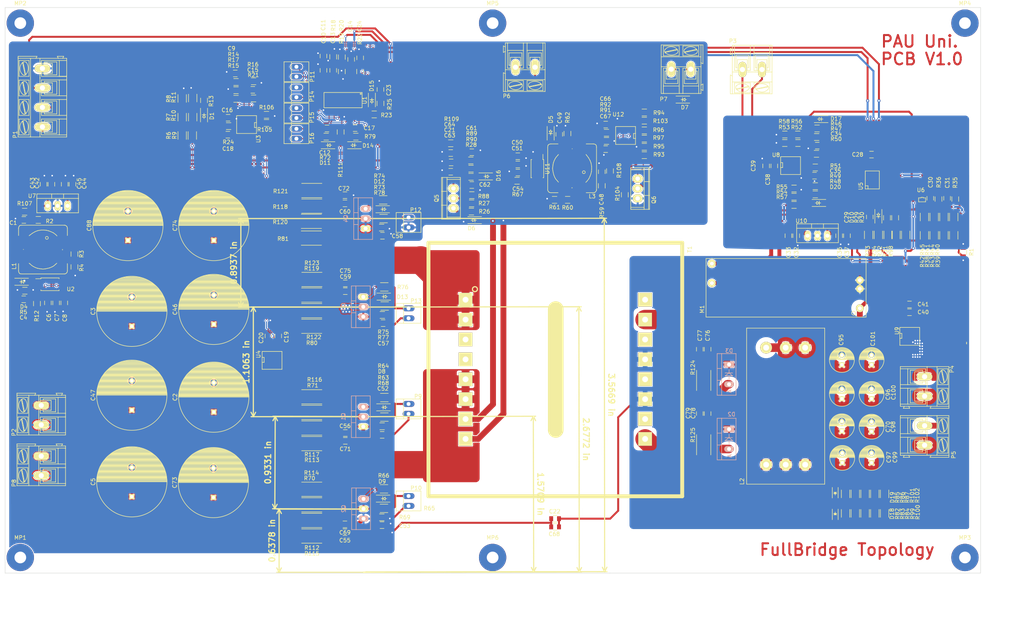
<source format=kicad_pcb>
(kicad_pcb (version 4) (host pcbnew 4.0.4+e1-6308~48~ubuntu16.04.1-stable)
  (layers (0 F.Cu signal) (31 B.Cu signal) (34 B.Paste user) (35 F.Paste user) (36 B.SilkS user) (37 F.SilkS user) (38 B.Mask user) (39 F.Mask user) (44 Edge.Cuts user))
  (net 0 "")
  (net 1 "Net-(C1-Pad1)")
  (net 2 GNDD)
  (net 3 VAA)
  (net 4 "Net-(C4-Pad1)")
  (net 5 "Net-(C4-Pad2)")
  (net 6 "Net-(C8-Pad1)")
  (net 7 "Net-(C9-Pad2)")
  (net 8 "Net-(C10-Pad2)")
  (net 9 "Net-(C11-Pad2)")
  (net 10 "Net-(C12-Pad1)")
  (net 11 HS2)
  (net 12 "Net-(C13-Pad2)")
  (net 13 /REF)
  (net 14 "Net-(C15-Pad1)")
  (net 15 /Vsupercap)
  (net 16 /IpFiltered)
  (net 17 "Net-(C17-Pad1)")
  (net 18 HS1)
  (net 19 +5V)
  (net 20 /Ip)
  (net 21 "Net-(C21-Pad1)")
  (net 22 GNDREF)
  (net 23 /OutputPowerLine)
  (net 24 "Net-(C29-Pad1)")
  (net 25 "Net-(C30-Pad1)")
  (net 26 "Net-(C30-Pad2)")
  (net 27 "Net-(C31-Pad2)")
  (net 28 GND)
  (net 29 +12P)
  (net 30 "Net-(C34-Pad2)")
  (net 31 "Net-(C35-Pad2)")
  (net 32 +5VD)
  (net 33 "Net-(C41-Pad1)")
  (net 34 +15V)
  (net 35 "Net-(C48-Pad1)")
  (net 36 "Net-(C49-Pad1)")
  (net 37 "Net-(C49-Pad2)")
  (net 38 "Net-(C52-Pad2)")
  (net 39 "Net-(C53-Pad2)")
  (net 40 "Net-(C54-Pad1)")
  (net 41 "Net-(C55-Pad2)")
  (net 42 "Net-(C56-Pad2)")
  (net 43 "Net-(C57-Pad2)")
  (net 44 "Net-(C58-Pad2)")
  (net 45 "Net-(C59-Pad2)")
  (net 46 "Net-(C60-Pad2)")
  (net 47 "Net-(C61-Pad2)")
  (net 48 "Net-(C66-Pad2)")
  (net 49 "Net-(D6-Pad1)")
  (net 50 "Net-(D18-Pad1)")
  (net 51 "Net-(D19-Pad2)")
  (net 52 /Lo_Line)
  (net 53 /OnOff)
  (net 54 "Net-(P3-Pad2)")
  (net 55 /OutputPowerLine_Return)
  (net 56 "Net-(P6-Pad1)")
  (net 57 +12V)
  (net 58 "Net-(Q5-Pad1)")
  (net 59 "Net-(Q6-Pad1)")
  (net 60 "Net-(R3-Pad1)")
  (net 61 "Net-(R5-Pad2)")
  (net 62 "Net-(R6-Pad2)")
  (net 63 /OVP)
  (net 64 "Net-(R10-Pad1)")
  (net 65 /SHUTDOWN)
  (net 66 /UVLO)
  (net 67 "Net-(R15-Pad2)")
  (net 68 "Net-(R18-Pad2)")
  (net 69 "Net-(R19-Pad2)")
  (net 70 "Net-(R20-Pad2)")
  (net 71 "Net-(R22-Pad2)")
  (net 72 "Net-(R23-Pad2)")
  (net 73 "Net-(R24-Pad1)")
  (net 74 "Net-(R29-Pad1)")
  (net 75 "Net-(R38-Pad2)")
  (net 76 "Net-(R39-Pad2)")
  (net 77 "Net-(R50-Pad1)")
  (net 78 "Net-(R51-Pad1)")
  (net 79 "Net-(R52-Pad2)")
  (net 80 "Net-(R56-Pad2)")
  (net 81 "Net-(R60-Pad1)")
  (net 82 "Net-(R62-Pad2)")
  (net 83 /HO1)
  (net 84 /LO1)
  (net 85 /SHUTDOWN_FAN)
  (net 86 /LO2)
  (net 87 /HO2)
  (net 88 "Net-(R82-Pad2)")
  (net 89 "Net-(R83-Pad2)")
  (net 90 "Net-(R84-Pad2)")
  (net 91 "Net-(R85-Pad2)")
  (net 92 "Net-(R86-Pad2)")
  (net 93 "Net-(R101-Pad1)")
  (net 94 "Net-(R103-Pad2)")
  (net 95 "Net-(R94-Pad1)")
  (net 96 "Net-(R94-Pad2)")
  (net 97 "Net-(R96-Pad2)")
  (net 98 "Net-(R100-Pad1)")
  (net 99 "Net-(R101-Pad2)")
  (net 100 "Net-(R103-Pad1)")
  (net 101 VCC)
  (net 102 /TR_9)
  (net 103 /TR_15)
  (net 104 /COMP)
  (net 105 "Net-(U1-Pad19)")
  (net 106 "Net-(U1-Pad24)")
  (net 107 "Net-(D1-Pad1)")
  (net 108 "Net-(D1-Pad2)")
  (net 109 "Net-(D8-Pad1)")
  (net 110 "Net-(D9-Pad1)")
  (net 111 "Net-(D11-Pad1)")
  (net 112 "Net-(D12-Pad1)")
  (net 113 "Net-(D13-Pad1)")
  (net 114 "Net-(D14-Pad1)")
  (net 115 "Net-(D15-Pad2)")
  (net 116 "Net-(D16-Pad1)")
  (net 117 "Net-(D16-Pad2)")
  (net 118 "Net-(D17-Pad2)")
  (net 119 "Net-(D20-Pad2)")
  (net 120 "Net-(T1-Pad3)")
  (net 121 "Net-(T1-Pad4)")
  (net 122 "Net-(R112-Pad1)")
  (net 123 "Net-(R113-Pad1)")
  (net 124 "Net-(R119-Pad1)")
  (net 125 "Net-(R118-Pad1)")
  (net 126 /Fan-)
  (net 127 /Vpwr)
  (net 128 /Q1_S)
  (net 129 /Q3_S)
  (net 130 "Net-(C76-Pad1)")
  (net 131 "Net-(C77-Pad1)")
  (net 132 "Net-(C78-Pad1)")
  (net 133 "Net-(C79-Pad1)")
  (net 134 /Q1_G)
  (net 135 /Q2_G)
  (net 136 /Q4_G)
  (net 137 /Q3_G)
  (net 138 "Net-(C55-Pad1)")
  (net 139 "Net-(C56-Pad1)")
  (net 140 "Net-(C59-Pad1)")
  (net 141 "Net-(C60-Pad1)")
  (net 142 "Net-(L1-Pad1)")
  (net 143 "Net-(L3-Pad1)")
  (net 144 "Net-(C19-Pad2)")
  (net 145 "Net-(P14-Pad2)")
  (net 146 "Net-(P15-Pad2)")
  (net 147 "Net-(MP1-Pad1)")
  (net 148 "Net-(MP2-Pad1)")
  (net 149 "Net-(MP3-Pad1)")
  (net 150 "Net-(MP4-Pad1)")
  (net 151 "Net-(MP5-Pad1)")
  (net 152 "Net-(MP6-Pad1)")
  (module Housings_SSOP:TSSOP-8_4.4x3mm_Pitch0.65mm (layer F.Cu) (at 31.606535 90.957697)
    (fp_text reference U2 (at 5.293465 1.242303) (layer F.SilkS))
    (fp_text value LM5008)
    (pad 1 smd rect (at -2.95 -0.975) (size 1.45 0.45) (layers F.Cu F.Paste F.Mask) (net 5 "Net-(C4-Pad2)"))
    (pad 2 smd rect (at -2.95 -0.325) (size 1.45 0.45) (layers F.Cu F.Paste F.Mask) (net 4 "Net-(C4-Pad1)"))
    (pad 3 smd rect (at -2.95 0.325) (size 1.45 0.45) (layers F.Cu F.Paste F.Mask) (net 61 "Net-(R5-Pad2)"))
    (pad 4 smd rect (at -2.95 0.975) (size 1.45 0.45) (layers F.Cu F.Paste F.Mask) (net 2 GNDD))
    (pad 5 smd rect (at 2.95 0.975) (size 1.45 0.45) (layers F.Cu F.Paste F.Mask) (net 60 "Net-(R3-Pad1)"))
    (pad 6 smd rect (at 2.95 0.325) (size 1.45 0.45) (layers F.Cu F.Paste F.Mask) (net 65 /SHUTDOWN))
    (pad 7 smd rect (at 2.95 -0.325) (size 1.45 0.45) (layers F.Cu F.Paste F.Mask) (net 6 "Net-(C8-Pad1)"))
    (pad 8 smd rect (at 2.95 -0.975) (size 1.45 0.45) (layers F.Cu F.Paste F.Mask) (net 3 VAA))
  )
  (module NamchoFPs:E65_Former (layer F.Cu) (at 161.065504 112.808642 270)
    (fp_text reference T1 (at -30.808642 -34.434496 450) (layer F.SilkS))
    (fp_text value Transf_Type1)
    (pad 1 thru_hole rect (at -17.9 23 270) (size 3.5 3.5) (drill 1.5) (layers *.Cu *.Mask F.SilkS) (net 129 /Q3_S))
    (pad 2 thru_hole rect (at -12.8 23 270) (size 3.5 3.5) (drill 1.5) (layers *.Cu *.Mask F.SilkS) (net 129 /Q3_S))
    (pad 3 thru_hole rect (at -7.7 23 270) (size 3.5 3.5) (drill 1.5) (layers *.Cu *.Mask F.SilkS) (net 120 "Net-(T1-Pad3)"))
    (pad 4 thru_hole rect (at -2.6 23 270) (size 3.5 3.5) (drill 1.5) (layers *.Cu *.Mask F.SilkS) (net 121 "Net-(T1-Pad4)"))
    (pad 5 thru_hole rect (at 2.5 23 270) (size 3.5 3.5) (drill 1.5) (layers *.Cu *.Mask F.SilkS) (net 128 /Q1_S))
    (pad 6 thru_hole rect (at 7.6 23 270) (size 3.5 3.5) (drill 1.5) (layers *.Cu *.Mask F.SilkS) (net 128 /Q1_S))
    (pad 7 thru_hole rect (at 12.7 23 270) (size 3.5 3.5) (drill 1.5) (layers *.Cu *.Mask F.SilkS) (net 117 "Net-(D16-Pad2)"))
    (pad 8 thru_hole rect (at 17.8 23 270) (size 3.5 3.5) (drill 1.5) (layers *.Cu *.Mask F.SilkS) (net 2 GNDD))
    (pad 9 thru_hole rect (at 17.8 -23 270) (size 3.5 3.5) (drill 1.5) (layers *.Cu *.Mask F.SilkS) (net 102 /TR_9))
    (pad 10 thru_hole rect (at 12.7 -23 270) (size 3.5 3.5) (drill 1.5) (layers *.Cu *.Mask F.SilkS))
    (pad 11 thru_hole rect (at 7.6 -23 270) (size 3.5 3.5) (drill 1.5) (layers *.Cu *.Mask F.SilkS) (net 22 GNDREF))
    (pad 12 thru_hole rect (at 2.5 -23 270) (size 3.5 3.5) (drill 1.5) (layers *.Cu *.Mask F.SilkS))
    (pad 13 thru_hole rect (at -2.6 -23 270) (size 3.5 3.5) (drill 1.5) (layers *.Cu *.Mask F.SilkS) (net 22 GNDREF))
    (pad 14 thru_hole rect (at -7.7 -23 270) (size 3.5 3.5) (drill 1.5) (layers *.Cu *.Mask F.SilkS))
    (pad 15 thru_hole rect (at -12.8 -23 270) (size 3.5 3.5) (drill 1.5) (layers *.Cu *.Mask F.SilkS) (net 103 /TR_15))
    (pad 16 thru_hole rect (at -17.9 -23 270) (size 3.5 3.5) (drill 1.5) (layers *.Cu *.Mask F.SilkS))
  )
  (module Capacitors_SMD:C_0805 (layer F.Cu) (at 77.225858 48.270534 180)
    (fp_text reference C16 (at 0.225858 1.970534 180) (layer F.SilkS))
    (fp_text value 1u)
    (pad 1 smd rect (at -1 0 180) (size 1 1.25) (layers F.Cu F.Paste F.Mask) (net 2 GNDD))
    (pad 2 smd rect (at 1 0 180) (size 1 1.25) (layers F.Cu F.Paste F.Mask) (net 16 /IpFiltered))
  )
  (module Capacitors_SMD:C_0805 (layer F.Cu) (at 101.665504 36.108642 270)
    (fp_text reference C10 (at -8.308642 -0.034496 270) (layer F.SilkS))
    (fp_text value C)
    (pad 1 smd rect (at -1 0 270) (size 1 1.25) (layers F.Cu F.Paste F.Mask) (net 2 GNDD))
    (pad 2 smd rect (at 1 0 270) (size 1 1.25) (layers F.Cu F.Paste F.Mask) (net 8 "Net-(C10-Pad2)"))
  )
  (module NamchoFPs:Flyback_Module_200mW (layer F.Cu) (at 240.673504 99.356642 90)
    (fp_text reference M1 (at 2 -42 90) (layer F.SilkS))
    (fp_text value Flyback)
    (pad 1 thru_hole circle (at 2.25 -1.6 90) (size 2 2) (drill 1) (layers *.Cu *.Mask F.SilkS) (net 23 /OutputPowerLine))
    (pad 2 thru_hole circle (at 7.25 -1.6 90) (size 2 2) (drill 1) (layers *.Cu *.Mask F.SilkS) (net 22 GNDREF))
    (pad 3 thru_hole circle (at 9.45 -1.6 90) (size 2 2) (drill 1) (layers *.Cu *.Mask F.SilkS) (net 22 GNDREF))
    (pad 4 thru_hole circle (at 8.7 -39.5 90) (size 2 2) (drill 1) (layers *.Cu *.Mask F.SilkS) (net 28 GND))
    (pad 5 thru_hole circle (at 13.7 -39.5 90) (size 2 2) (drill 1) (layers *.Cu *.Mask F.SilkS) (net 29 +12P))
  )
  (module Connect:AK300-2 (layer F.Cu) (at 255.665504 127.208642 270)
    (fp_text reference P5 (at 7.491358 -7.434496 270) (layer F.SilkS))
    (fp_text value CONN_01X02)
    (pad 1 thru_hole oval (at 0 0 270) (size 1.9812 3.9624) (drill 1.3208) (layers *.Cu F.Paste F.SilkS F.Mask) (net 55 /OutputPowerLine_Return))
    (pad 2 thru_hole oval (at 5 0 270) (size 1.9812 3.9624) (drill 1.3208) (layers *.Cu F.Paste F.SilkS F.Mask) (net 23 /OutputPowerLine))
  )
  (module Capacitors_SMD:C_0805 (layer F.Cu) (at 24.906535 74.457697 180)
    (fp_text reference C1 (at 2.706535 -0.742303 180) (layer F.SilkS))
    (fp_text value CP1)
    (pad 1 smd rect (at -1 0 180) (size 1 1.25) (layers F.Cu F.Paste F.Mask) (net 1 "Net-(C1-Pad1)"))
    (pad 2 smd rect (at 1 0 180) (size 1 1.25) (layers F.Cu F.Paste F.Mask) (net 2 GNDD))
  )
  (module Capacitors_SMD:C_0805 (layer F.Cu) (at 24.865504 94.808642 180)
    (fp_text reference C4 (at 0.065504 -4.691358 180) (layer F.SilkS))
    (fp_text value CP1)
    (pad 1 smd rect (at -1 0 180) (size 1 1.25) (layers F.Cu F.Paste F.Mask) (net 4 "Net-(C4-Pad1)"))
    (pad 2 smd rect (at 1 0 180) (size 1 1.25) (layers F.Cu F.Paste F.Mask) (net 5 "Net-(C4-Pad2)"))
  )
  (module Capacitors_SMD:C_0805 (layer F.Cu) (at 31.072511 95.728091 270)
    (fp_text reference C6 (at 3.771909 -0.227489 270) (layer F.SilkS))
    (fp_text value C)
    (pad 1 smd rect (at -1 0 270) (size 1 1.25) (layers F.Cu F.Paste F.Mask) (net 3 VAA))
    (pad 2 smd rect (at 1 0 270) (size 1 1.25) (layers F.Cu F.Paste F.Mask) (net 2 GNDD))
  )
  (module Capacitors_SMD:C_0805 (layer F.Cu) (at 33.172511 95.728091 270)
    (fp_text reference C7 (at 3.771909 -0.227489 270) (layer F.SilkS))
    (fp_text value C)
    (pad 1 smd rect (at -1 0 270) (size 1 1.25) (layers F.Cu F.Paste F.Mask) (net 3 VAA))
    (pad 2 smd rect (at 1 0 270) (size 1 1.25) (layers F.Cu F.Paste F.Mask) (net 2 GNDD))
  )
  (module Capacitors_SMD:C_0805 (layer F.Cu) (at 35.265504 95.728091 270)
    (fp_text reference C8 (at 3.871909 -0.134496 270) (layer F.SilkS))
    (fp_text value C)
    (pad 1 smd rect (at -1 0 270) (size 1 1.25) (layers F.Cu F.Paste F.Mask) (net 6 "Net-(C8-Pad1)"))
    (pad 2 smd rect (at 1 0 270) (size 1 1.25) (layers F.Cu F.Paste F.Mask) (net 2 GNDD))
  )
  (module Capacitors_SMD:C_0805 (layer F.Cu) (at 79.065504 36.908642)
    (fp_text reference C9 (at -0.965504 -6.408642) (layer F.SilkS))
    (fp_text value C)
    (pad 1 smd rect (at -1 0) (size 1 1.25) (layers F.Cu F.Paste F.Mask) (net 2 GNDD))
    (pad 2 smd rect (at 1 0) (size 1 1.25) (layers F.Cu F.Paste F.Mask) (net 7 "Net-(C9-Pad2)"))
  )
  (module Capacitors_SMD:C_0805 (layer F.Cu) (at 101.665504 32.437588 270)
    (fp_text reference C11 (at -7.937588 0.065504 270) (layer F.SilkS))
    (fp_text value C)
    (pad 1 smd rect (at -1 0 270) (size 1 1.25) (layers F.Cu F.Paste F.Mask) (net 2 GNDD))
    (pad 2 smd rect (at 1 0 270) (size 1 1.25) (layers F.Cu F.Paste F.Mask) (net 9 "Net-(C11-Pad2)"))
  )
  (module Capacitors_SMD:C_0805 (layer F.Cu) (at 102.565504 51.008642 180)
    (fp_text reference C12 (at 0.565504 -6.191358 180) (layer F.SilkS))
    (fp_text value CP1)
    (pad 1 smd rect (at -1 0 180) (size 1 1.25) (layers F.Cu F.Paste F.Mask) (net 10 "Net-(C12-Pad1)"))
    (pad 2 smd rect (at 1 0 180) (size 1 1.25) (layers F.Cu F.Paste F.Mask) (net 11 HS2))
  )
  (module Capacitors_SMD:C_0805 (layer F.Cu) (at 104.165504 36.108642 270)
    (fp_text reference C13 (at -8.308642 0.065504 270) (layer F.SilkS))
    (fp_text value C)
    (pad 1 smd rect (at -1 0 270) (size 1 1.25) (layers F.Cu F.Paste F.Mask) (net 2 GNDD))
    (pad 2 smd rect (at 1 0 270) (size 1 1.25) (layers F.Cu F.Paste F.Mask) (net 12 "Net-(C13-Pad2)"))
  )
  (module Capacitors_SMD:C_0805 (layer F.Cu) (at 108.765504 33.308642 270)
    (fp_text reference C14 (at -8.508642 0.265504 270) (layer F.SilkS))
    (fp_text value C)
    (pad 1 smd rect (at -1 0 270) (size 1 1.25) (layers F.Cu F.Paste F.Mask) (net 2 GNDD))
    (pad 2 smd rect (at 1 0 270) (size 1 1.25) (layers F.Cu F.Paste F.Mask) (net 13 /REF))
  )
  (module Capacitors_SMD:C_0805 (layer F.Cu) (at 83.565504 41.108642)
    (fp_text reference C15 (at 0 -5.108642) (layer F.SilkS))
    (fp_text value C)
    (pad 1 smd rect (at -1 0) (size 1 1.25) (layers F.Cu F.Paste F.Mask) (net 14 "Net-(C15-Pad1)"))
    (pad 2 smd rect (at 1 0) (size 1 1.25) (layers F.Cu F.Paste F.Mask) (net 15 /Vsupercap))
  )
  (module Capacitors_SMD:C_0805 (layer F.Cu) (at 109.765504 50.908642)
    (fp_text reference C17 (at 3.634496 -0.008642) (layer F.SilkS))
    (fp_text value CP1)
    (pad 1 smd rect (at -1 0) (size 1 1.25) (layers F.Cu F.Paste F.Mask) (net 17 "Net-(C17-Pad1)"))
    (pad 2 smd rect (at 1 0) (size 1 1.25) (layers F.Cu F.Paste F.Mask) (net 18 HS1))
  )
  (module Capacitors_SMD:C_0805 (layer F.Cu) (at 77.165504 52.608642 180)
    (fp_text reference C18 (at -0.034496 -3.591358 180) (layer F.SilkS))
    (fp_text value 1u)
    (pad 1 smd rect (at -1 0 180) (size 1 1.25) (layers F.Cu F.Paste F.Mask) (net 2 GNDD))
    (pad 2 smd rect (at 1 0 180) (size 1 1.25) (layers F.Cu F.Paste F.Mask) (net 19 +5V))
  )
  (module Capacitors_SMD:C_0805 (layer F.Cu) (at 90.065504 104.208642 270)
    (fp_text reference C19 (at 0.291358 -2.1 270) (layer F.SilkS))
    (fp_text value 1u)
    (pad 1 smd rect (at -1 0 270) (size 1 1.25) (layers F.Cu F.Paste F.Mask) (net 2 GNDD))
    (pad 2 smd rect (at 1 0 270) (size 1 1.25) (layers F.Cu F.Paste F.Mask) (net 144 "Net-(C19-Pad2)"))
  )
  (module Capacitors_SMD:C_0805 (layer F.Cu) (at 87.565504 104.208642 270)
    (fp_text reference C20 (at 0.491358 1.865504 270) (layer F.SilkS))
    (fp_text value 100n)
    (pad 1 smd rect (at -1 0 270) (size 1 1.25) (layers F.Cu F.Paste F.Mask) (net 2 GNDD))
    (pad 2 smd rect (at 1 0 270) (size 1 1.25) (layers F.Cu F.Paste F.Mask) (net 19 +5V))
  )
  (module Capacitors_SMD:C_0805 (layer F.Cu) (at 134.365504 59.708642 180)
    (fp_text reference C21 (at 0.365504 8.308642 180) (layer F.SilkS))
    (fp_text value CP1)
    (pad 1 smd rect (at -1 0 180) (size 1 1.25) (layers F.Cu F.Paste F.Mask) (net 21 "Net-(C21-Pad1)"))
    (pad 2 smd rect (at 1 0 180) (size 1 1.25) (layers F.Cu F.Paste F.Mask) (net 2 GNDD))
  )
  (module Capacitors_SMD:C_0805 (layer F.Cu) (at 161.002719 151.053213)
    (fp_text reference C22 (at -0.102719 -1.853213) (layer F.SilkS))
    (fp_text value 100n)
    (pad 1 smd rect (at -1 0) (size 1 1.25) (layers F.Cu F.Paste F.Mask) (net 2 GNDD))
    (pad 2 smd rect (at 1 0) (size 1 1.25) (layers F.Cu F.Paste F.Mask) (net 22 GNDREF))
  )
  (module Capacitors_SMD:C_0805 (layer F.Cu) (at 242.065504 57.708642)
    (fp_text reference C28 (at -3.565504 -0.008642) (layer F.SilkS))
    (fp_text value C)
    (pad 1 smd rect (at -1 0) (size 1 1.25) (layers F.Cu F.Paste F.Mask) (net 13 /REF))
    (pad 2 smd rect (at 1 0) (size 1 1.25) (layers F.Cu F.Paste F.Mask) (net 2 GNDD))
  )
  (module Capacitors_SMD:C_0805 (layer F.Cu) (at 241.625504 73.698642 90)
    (fp_text reference C29 (at -0.101358 -5.925504 90) (layer F.SilkS))
    (fp_text value C)
    (pad 1 smd rect (at -1 0 90) (size 1 1.25) (layers F.Cu F.Paste F.Mask) (net 24 "Net-(C29-Pad1)"))
    (pad 2 smd rect (at 1 0 90) (size 1 1.25) (layers F.Cu F.Paste F.Mask) (net 22 GNDREF))
  )
  (module Capacitors_SMD:C_0805 (layer F.Cu) (at 257.125504 68.906642 270)
    (fp_text reference C30 (at -4.106642 -0.074496 270) (layer F.SilkS))
    (fp_text value C)
    (pad 1 smd rect (at -1 0 270) (size 1 1.25) (layers F.Cu F.Paste F.Mask) (net 25 "Net-(C30-Pad1)"))
    (pad 2 smd rect (at 1 0 270) (size 1 1.25) (layers F.Cu F.Paste F.Mask) (net 26 "Net-(C30-Pad2)"))
  )
  (module Capacitors_SMD:C_0805 (layer F.Cu) (at 261.425504 68.906642 90)
    (fp_text reference C31 (at 4.006642 0.074496 90) (layer F.SilkS))
    (fp_text value C)
    (pad 1 smd rect (at -1 0 90) (size 1 1.25) (layers F.Cu F.Paste F.Mask) (net 25 "Net-(C30-Pad1)"))
    (pad 2 smd rect (at 1 0 90) (size 1 1.25) (layers F.Cu F.Paste F.Mask) (net 27 "Net-(C31-Pad2)"))
  )
  (module Capacitors_SMD:C_0805 (layer F.Cu) (at 222.773504 78.506642 90)
    (fp_text reference C32 (at -4.293358 0.026496 90) (layer F.SilkS))
    (fp_text value C)
    (pad 1 smd rect (at -1 0 90) (size 1 1.25) (layers F.Cu F.Paste F.Mask) (net 28 GND))
    (pad 2 smd rect (at 1 0 90) (size 1 1.25) (layers F.Cu F.Paste F.Mask) (net 29 +12P))
  )
  (module Capacitors_SMD:C_0805 (layer F.Cu) (at 220.773504 78.506642 90)
    (fp_text reference C33 (at -4.293358 0.026496 90) (layer F.SilkS))
    (fp_text value C)
    (pad 1 smd rect (at -1 0 90) (size 1 1.25) (layers F.Cu F.Paste F.Mask) (net 28 GND))
    (pad 2 smd rect (at 1 0 90) (size 1 1.25) (layers F.Cu F.Paste F.Mask) (net 29 +12P))
  )
  (module Capacitors_SMD:C_0805 (layer F.Cu) (at 228.165504 55.408642)
    (fp_text reference C34 (at 4.834496 -3.008642) (layer F.SilkS))
    (fp_text value C)
    (pad 1 smd rect (at -1 0) (size 1 1.25) (layers F.Cu F.Paste F.Mask) (net 28 GND))
    (pad 2 smd rect (at 1 0) (size 1 1.25) (layers F.Cu F.Paste F.Mask) (net 30 "Net-(C34-Pad2)"))
  )
  (module Capacitors_SMD:C_0805 (layer F.Cu) (at 227.465504 63.108642)
    (fp_text reference C35 (at 5.334496 -1.208642) (layer F.SilkS))
    (fp_text value C)
    (pad 1 smd rect (at -1 0) (size 1 1.25) (layers F.Cu F.Paste F.Mask) (net 28 GND))
    (pad 2 smd rect (at 1 0) (size 1 1.25) (layers F.Cu F.Paste F.Mask) (net 31 "Net-(C35-Pad2)"))
  )
  (module Capacitors_SMD:C_0805 (layer F.Cu) (at 233.773504 78.506642 90)
    (fp_text reference C36 (at -4.293358 0.126496 90) (layer F.SilkS))
    (fp_text value C)
    (pad 1 smd rect (at -1 0 90) (size 1 1.25) (layers F.Cu F.Paste F.Mask) (net 28 GND))
    (pad 2 smd rect (at 1 0 90) (size 1 1.25) (layers F.Cu F.Paste F.Mask) (net 32 +5VD))
  )
  (module Capacitors_SMD:C_0805 (layer F.Cu) (at 235.773504 78.506642 90)
    (fp_text reference C37 (at -4.293358 0.026496 90) (layer F.SilkS))
    (fp_text value C)
    (pad 1 smd rect (at -1 0 90) (size 1 1.25) (layers F.Cu F.Paste F.Mask) (net 28 GND))
    (pad 2 smd rect (at 1 0 90) (size 1 1.25) (layers F.Cu F.Paste F.Mask) (net 32 +5VD))
  )
  (module Capacitors_SMD:C_0805 (layer F.Cu) (at 217.165504 60.608642 90)
    (fp_text reference C38 (at -3.491358 -1.665504 90) (layer F.SilkS))
    (fp_text value C)
    (pad 1 smd rect (at -1 0 90) (size 1 1.25) (layers F.Cu F.Paste F.Mask) (net 32 +5VD))
    (pad 2 smd rect (at 1 0 90) (size 1 1.25) (layers F.Cu F.Paste F.Mask) (net 28 GND))
  )
  (module Capacitors_SMD:C_0805 (layer F.Cu) (at 215.065504 60.608642 270)
    (fp_text reference C39 (at -0.008642 3.265504 270) (layer F.SilkS))
    (fp_text value C)
    (pad 1 smd rect (at -1 0 270) (size 1 1.25) (layers F.Cu F.Paste F.Mask) (net 28 GND))
    (pad 2 smd rect (at 1 0 270) (size 1 1.25) (layers F.Cu F.Paste F.Mask) (net 32 +5VD))
  )
  (module Capacitors_SMD:C_0805 (layer F.Cu) (at 251.797504 98.128642)
    (fp_text reference C40 (at 3.502496 -0.028642) (layer F.SilkS))
    (fp_text value 100n)
    (pad 1 smd rect (at -1 0) (size 1 1.25) (layers F.Cu F.Paste F.Mask) (net 32 +5VD))
    (pad 2 smd rect (at 1 0) (size 1 1.25) (layers F.Cu F.Paste F.Mask) (net 28 GND))
  )
  (module Capacitors_SMD:C_0805 (layer F.Cu) (at 251.797504 96.128642)
    (fp_text reference C41 (at 3.502496 -0.028642) (layer F.SilkS))
    (fp_text value 100n)
    (pad 1 smd rect (at -1 0) (size 1 1.25) (layers F.Cu F.Paste F.Mask) (net 33 "Net-(C41-Pad1)"))
    (pad 2 smd rect (at 1 0) (size 1 1.25) (layers F.Cu F.Paste F.Mask) (net 28 GND))
  )
  (module Capacitors_SMD:C_0805 (layer F.Cu) (at 31.965504 65.308642 270)
    (fp_text reference C42 (at -0.308642 3.665504 270) (layer F.SilkS))
    (fp_text value C)
    (pad 1 smd rect (at -1 0 270) (size 1 1.25) (layers F.Cu F.Paste F.Mask) (net 2 GNDD))
    (pad 2 smd rect (at 1 0 270) (size 1 1.25) (layers F.Cu F.Paste F.Mask) (net 34 +15V))
  )
  (module Capacitors_SMD:C_0805 (layer F.Cu) (at 29.965504 65.308642 270)
    (fp_text reference C43 (at -0.308642 2.865504 270) (layer F.SilkS))
    (fp_text value C)
    (pad 1 smd rect (at -1 0 270) (size 1 1.25) (layers F.Cu F.Paste F.Mask) (net 2 GNDD))
    (pad 2 smd rect (at 1 0 270) (size 1 1.25) (layers F.Cu F.Paste F.Mask) (net 34 +15V))
  )
  (module Capacitors_SMD:C_0805 (layer F.Cu) (at 37.365504 65.308642 270)
    (fp_text reference C44 (at -0.208642 -3.034496 270) (layer F.SilkS))
    (fp_text value C)
    (pad 1 smd rect (at -1 0 270) (size 1 1.25) (layers F.Cu F.Paste F.Mask) (net 2 GNDD))
    (pad 2 smd rect (at 1 0 270) (size 1 1.25) (layers F.Cu F.Paste F.Mask) (net 19 +5V))
  )
  (module Capacitors_SMD:C_0805 (layer F.Cu) (at 35.365504 65.308642 270)
    (fp_text reference C45 (at -0.208642 -3.734496 270) (layer F.SilkS))
    (fp_text value C)
    (pad 1 smd rect (at -1 0 270) (size 1 1.25) (layers F.Cu F.Paste F.Mask) (net 2 GNDD))
    (pad 2 smd rect (at 1 0 270) (size 1 1.25) (layers F.Cu F.Paste F.Mask) (net 19 +5V))
  )
  (module Capacitors_SMD:C_0805 (layer F.Cu) (at 172.965504 62.108642 90)
    (fp_text reference C48 (at -7.091358 -0.065504 90) (layer F.SilkS))
    (fp_text value CP1)
    (pad 1 smd rect (at -1 0 90) (size 1 1.25) (layers F.Cu F.Paste F.Mask) (net 35 "Net-(C48-Pad1)"))
    (pad 2 smd rect (at 1 0 90) (size 1 1.25) (layers F.Cu F.Paste F.Mask) (net 2 GNDD))
  )
  (module Capacitors_SMD:C_0805 (layer F.Cu) (at 162.065504 52.508642 270)
    (fp_text reference C49 (at -4.208642 -0.134496 270) (layer F.SilkS))
    (fp_text value CP1)
    (pad 1 smd rect (at -1 0 270) (size 1 1.25) (layers F.Cu F.Paste F.Mask) (net 36 "Net-(C49-Pad1)"))
    (pad 2 smd rect (at 1 0 270) (size 1 1.25) (layers F.Cu F.Paste F.Mask) (net 37 "Net-(C49-Pad2)"))
  )
  (module Capacitors_SMD:C_0805 (layer F.Cu) (at 151.448124 58.131726)
    (fp_text reference C50 (at -0.148124 -3.531726) (layer F.SilkS))
    (fp_text value C)
    (pad 1 smd rect (at -1 0) (size 1 1.25) (layers F.Cu F.Paste F.Mask) (net 3 VAA))
    (pad 2 smd rect (at 1 0) (size 1 1.25) (layers F.Cu F.Paste F.Mask) (net 2 GNDD))
  )
  (module Capacitors_SMD:C_0805 (layer F.Cu) (at 151.448124 60.231726)
    (fp_text reference C51 (at -0.148124 -4.131726) (layer F.SilkS))
    (fp_text value C)
    (pad 1 smd rect (at -1 0) (size 1 1.25) (layers F.Cu F.Paste F.Mask) (net 3 VAA))
    (pad 2 smd rect (at 1 0) (size 1 1.25) (layers F.Cu F.Paste F.Mask) (net 2 GNDD))
  )
  (module Capacitors_SMD:C_0805 (layer F.Cu) (at 116.698384 129.565512)
    (fp_text reference C52 (at 0.201616 -11.865512) (layer F.SilkS))
    (fp_text value C)
    (pad 1 smd rect (at -1 0) (size 1 1.25) (layers F.Cu F.Paste F.Mask) (net 128 /Q1_S))
    (pad 2 smd rect (at 1 0) (size 1 1.25) (layers F.Cu F.Paste F.Mask) (net 38 "Net-(C52-Pad2)"))
  )
  (module Capacitors_SMD:C_0805 (layer F.Cu) (at 116.665504 152.708642 180)
    (fp_text reference C53 (at -5.834496 -0.191358 180) (layer F.SilkS))
    (fp_text value C)
    (pad 1 smd rect (at -1 0 180) (size 1 1.25) (layers F.Cu F.Paste F.Mask) (net 2 GNDD))
    (pad 2 smd rect (at 1 0 180) (size 1 1.25) (layers F.Cu F.Paste F.Mask) (net 39 "Net-(C53-Pad2)"))
  )
  (module Capacitors_SMD:C_0805 (layer F.Cu) (at 151.465504 62.308642 180)
    (fp_text reference C54 (at -0.034496 -4.191358 180) (layer F.SilkS))
    (fp_text value C)
    (pad 1 smd rect (at -1 0 180) (size 1 1.25) (layers F.Cu F.Paste F.Mask) (net 40 "Net-(C54-Pad1)"))
    (pad 2 smd rect (at 1 0 180) (size 1 1.25) (layers F.Cu F.Paste F.Mask) (net 2 GNDD))
  )
  (module Capacitors_SMD:C_0805 (layer F.Cu) (at 107.165504 154.508642 180)
    (fp_text reference C55 (at 0 -2.1 180) (layer F.SilkS))
    (fp_text value C)
    (pad 1 smd rect (at -1 0 180) (size 1 1.25) (layers F.Cu F.Paste F.Mask) (net 138 "Net-(C55-Pad1)"))
    (pad 2 smd rect (at 1 0 180) (size 1 1.25) (layers F.Cu F.Paste F.Mask) (net 41 "Net-(C55-Pad2)"))
  )
  (module Capacitors_SMD:C_0805 (layer F.Cu) (at 107.259623 129.095823 180)
    (fp_text reference C56 (at 0.059623 1.795823 180) (layer F.SilkS))
    (fp_text value C)
    (pad 1 smd rect (at -1 0 180) (size 1 1.25) (layers F.Cu F.Paste F.Mask) (net 139 "Net-(C56-Pad1)"))
    (pad 2 smd rect (at 1 0 180) (size 1 1.25) (layers F.Cu F.Paste F.Mask) (net 42 "Net-(C56-Pad2)"))
  )
  (module Capacitors_SMD:C_0805 (layer F.Cu) (at 116.949606 100.921954)
    (fp_text reference C57 (at 0.050394 5.178046) (layer F.SilkS))
    (fp_text value C)
    (pad 1 smd rect (at -1 0) (size 1 1.25) (layers F.Cu F.Paste F.Mask) (net 129 /Q3_S))
    (pad 2 smd rect (at 1 0) (size 1 1.25) (layers F.Cu F.Paste F.Mask) (net 43 "Net-(C57-Pad2)"))
  )
  (module Capacitors_SMD:C_0805 (layer F.Cu) (at 116.76953 78.515544 180)
    (fp_text reference C58 (at -3.83047 -0.084456 180) (layer F.SilkS))
    (fp_text value C)
    (pad 1 smd rect (at -1 0 180) (size 1 1.25) (layers F.Cu F.Paste F.Mask) (net 2 GNDD))
    (pad 2 smd rect (at 1 0 180) (size 1 1.25) (layers F.Cu F.Paste F.Mask) (net 44 "Net-(C58-Pad2)"))
  )
  (module Capacitors_SMD:C_0805 (layer F.Cu) (at 107.249606 92.721954 180)
    (fp_text reference C59 (at -0.050394 3.721954 180) (layer F.SilkS))
    (fp_text value C)
    (pad 1 smd rect (at -1 0 180) (size 1 1.25) (layers F.Cu F.Paste F.Mask) (net 140 "Net-(C59-Pad1)"))
    (pad 2 smd rect (at 1 0 180) (size 1 1.25) (layers F.Cu F.Paste F.Mask) (net 45 "Net-(C59-Pad2)"))
  )
  (module Capacitors_SMD:C_0805 (layer F.Cu) (at 107.16953 70.215544 180)
    (fp_text reference C60 (at 0 -2.1 180) (layer F.SilkS))
    (fp_text value C)
    (pad 1 smd rect (at -1 0 180) (size 1 1.25) (layers F.Cu F.Paste F.Mask) (net 141 "Net-(C60-Pad1)"))
    (pad 2 smd rect (at 1 0 180) (size 1 1.25) (layers F.Cu F.Paste F.Mask) (net 46 "Net-(C60-Pad2)"))
  )
  (module Capacitors_SMD:C_0805 (layer F.Cu) (at 139.665504 57.108642 180)
    (fp_text reference C61 (at 0.065504 6.208642 180) (layer F.SilkS))
    (fp_text value C)
    (pad 1 smd rect (at -1 0 180) (size 1 1.25) (layers F.Cu F.Paste F.Mask) (net 2 GNDD))
    (pad 2 smd rect (at 1 0 180) (size 1 1.25) (layers F.Cu F.Paste F.Mask) (net 47 "Net-(C61-Pad2)"))
  )
  (module Capacitors_SMD:C_0805 (layer F.Cu) (at 139.665504 65.508642)
    (fp_text reference C62 (at 3.334496 -0.108642) (layer F.SilkS))
    (fp_text value CP1)
    (pad 1 smd rect (at -1 0) (size 1 1.25) (layers F.Cu F.Paste F.Mask) (net 47 "Net-(C61-Pad2)"))
    (pad 2 smd rect (at 1 0) (size 1 1.25) (layers F.Cu F.Paste F.Mask) (net 2 GNDD))
  )
  (module Capacitors_SMD:C_0805 (layer F.Cu) (at 134.265504 62.108642 180)
    (fp_text reference C63 (at 0.265504 9.308642 180) (layer F.SilkS))
    (fp_text value CP1)
    (pad 1 smd rect (at -1 0 180) (size 1 1.25) (layers F.Cu F.Paste F.Mask) (net 21 "Net-(C21-Pad1)"))
    (pad 2 smd rect (at 1 0 180) (size 1 1.25) (layers F.Cu F.Paste F.Mask) (net 2 GNDD))
  )
  (module Capacitors_SMD:C_0805 (layer F.Cu) (at 134.265504 57.308642 180)
    (fp_text reference C64 (at 0.265504 7.308642 180) (layer F.SilkS))
    (fp_text value CP1)
    (pad 1 smd rect (at -1 0 180) (size 1 1.25) (layers F.Cu F.Paste F.Mask) (net 21 "Net-(C21-Pad1)"))
    (pad 2 smd rect (at 1 0 180) (size 1 1.25) (layers F.Cu F.Paste F.Mask) (net 2 GNDD))
  )
  (module Capacitors_SMD:C_0805 (layer F.Cu) (at 173.965504 50.008642)
    (fp_text reference C66 (at -0.065504 -6.608642) (layer F.SilkS))
    (fp_text value C)
    (pad 1 smd rect (at -1 0) (size 1 1.25) (layers F.Cu F.Paste F.Mask) (net 2 GNDD))
    (pad 2 smd rect (at 1 0) (size 1 1.25) (layers F.Cu F.Paste F.Mask) (net 48 "Net-(C66-Pad2)"))
  )
  (module Capacitors_SMD:C_0805 (layer F.Cu) (at 173.965504 56.308642 180)
    (fp_text reference C67 (at 0.065504 8.408642 180) (layer F.SilkS))
    (fp_text value C)
    (pad 1 smd rect (at -1 0 180) (size 1 1.25) (layers F.Cu F.Paste F.Mask) (net 57 +12V))
    (pad 2 smd rect (at 1 0 180) (size 1 1.25) (layers F.Cu F.Paste F.Mask) (net 2 GNDD))
  )
  (module Capacitors_SMD:C_0805 (layer F.Cu) (at 161.002719 153.153213)
    (fp_text reference C68 (at -0.202719 1.846787) (layer F.SilkS))
    (fp_text value 100n)
    (pad 1 smd rect (at -1 0) (size 1 1.25) (layers F.Cu F.Paste F.Mask) (net 2 GNDD))
    (pad 2 smd rect (at 1 0) (size 1 1.25) (layers F.Cu F.Paste F.Mask) (net 22 GNDREF))
  )
  (module Capacitors_ThroughHole:C_Radial_D6.3_L11.2_P2.5 (layer F.Cu) (at 234.473504 128.606642 90)
    (fp_text reference C70 (at 1.106642 11.826496 90) (layer F.SilkS))
    (fp_text value CP1)
    (pad 2 thru_hole circle (at 2.5 0 90) (size 1.3 1.3) (drill 0.8) (layers *.Cu *.Mask F.SilkS) (net 22 GNDREF))
    (pad 1 thru_hole rect (at 0 0 90) (size 1.3 1.3) (drill 0.8) (layers *.Cu *.Mask F.SilkS) (net 23 /OutputPowerLine))
  )
  (module Capacitors_ThroughHole:C_Radial_D6.3_L11.2_P2.5 (layer F.Cu) (at 234.473504 111.606642 90)
    (fp_text reference C95 (at 6.406642 -0.173504 90) (layer F.SilkS))
    (fp_text value CP1)
    (pad 2 thru_hole circle (at 2.5 0 90) (size 1.3 1.3) (drill 0.8) (layers *.Cu *.Mask F.SilkS) (net 22 GNDREF))
    (pad 1 thru_hole rect (at 0 0 90) (size 1.3 1.3) (drill 0.8) (layers *.Cu *.Mask F.SilkS) (net 23 /OutputPowerLine))
  )
  (module Capacitors_ThroughHole:C_Radial_D6.3_L11.2_P2.5 (layer F.Cu) (at 234.473504 120.306642 90)
    (fp_text reference C96 (at 1.106642 11.826496 90) (layer F.SilkS))
    (fp_text value CP1)
    (pad 2 thru_hole circle (at 2.5 0 90) (size 1.3 1.3) (drill 0.8) (layers *.Cu *.Mask F.SilkS) (net 22 GNDREF))
    (pad 1 thru_hole rect (at 0 0 90) (size 1.3 1.3) (drill 0.8) (layers *.Cu *.Mask F.SilkS) (net 23 /OutputPowerLine))
  )
  (module Capacitors_ThroughHole:C_Radial_D6.3_L11.2_P2.5 (layer F.Cu) (at 234.573504 136.706642 90)
    (fp_text reference C97 (at 1.406642 11.926496 90) (layer F.SilkS))
    (fp_text value CP1)
    (pad 2 thru_hole circle (at 2.5 0 90) (size 1.3 1.3) (drill 0.8) (layers *.Cu *.Mask F.SilkS) (net 22 GNDREF))
    (pad 1 thru_hole rect (at 0 0 90) (size 1.3 1.3) (drill 0.8) (layers *.Cu *.Mask F.SilkS) (net 23 /OutputPowerLine))
  )
  (module Capacitors_ThroughHole:C_Radial_D6.3_L11.2_P2.5 (layer F.Cu) (at 242.073504 128.706642 90)
    (fp_text reference C98 (at 1.206642 5.526496 90) (layer F.SilkS))
    (fp_text value CP1)
    (pad 2 thru_hole circle (at 2.5 0 90) (size 1.3 1.3) (drill 0.8) (layers *.Cu *.Mask F.SilkS) (net 22 GNDREF))
    (pad 1 thru_hole rect (at 0 0 90) (size 1.3 1.3) (drill 0.8) (layers *.Cu *.Mask F.SilkS) (net 23 /OutputPowerLine))
  )
  (module Capacitors_ThroughHole:C_Radial_D6.3_L11.2_P2.5 (layer F.Cu) (at 242.073504 136.706642 90)
    (fp_text reference C99 (at 1.406642 6.026496 90) (layer F.SilkS))
    (fp_text value CP1)
    (pad 2 thru_hole circle (at 2.5 0 90) (size 1.3 1.3) (drill 0.8) (layers *.Cu *.Mask F.SilkS) (net 22 GNDREF))
    (pad 1 thru_hole rect (at 0 0 90) (size 1.3 1.3) (drill 0.8) (layers *.Cu *.Mask F.SilkS) (net 23 /OutputPowerLine))
  )
  (module Capacitors_ThroughHole:C_Radial_D6.3_L11.2_P2.5 (layer F.Cu) (at 242.073504 120.306642 90)
    (fp_text reference C100 (at 1.606642 5.626496 90) (layer F.SilkS))
    (fp_text value CP1)
    (pad 2 thru_hole circle (at 2.5 0 90) (size 1.3 1.3) (drill 0.8) (layers *.Cu *.Mask F.SilkS) (net 22 GNDREF))
    (pad 1 thru_hole rect (at 0 0 90) (size 1.3 1.3) (drill 0.8) (layers *.Cu *.Mask F.SilkS) (net 23 /OutputPowerLine))
  )
  (module Capacitors_ThroughHole:C_Radial_D6.3_L11.2_P2.5 (layer F.Cu) (at 242.073504 111.606642 90)
    (fp_text reference C101 (at 6.706642 0.326496 90) (layer F.SilkS))
    (fp_text value CP1)
    (pad 2 thru_hole circle (at 2.5 0 90) (size 1.3 1.3) (drill 0.8) (layers *.Cu *.Mask F.SilkS) (net 22 GNDREF))
    (pad 1 thru_hole rect (at 0 0 90) (size 1.3 1.3) (drill 0.8) (layers *.Cu *.Mask F.SilkS) (net 23 /OutputPowerLine))
  )
  (module Diodes_SMD:SOD-123 (layer F.Cu) (at 140.165504 74.508642 180)
    (fp_text reference D6 (at 0.565504 -2.091358 180) (layer F.SilkS))
    (fp_text value ZENERsmall)
    (pad 1 smd rect (at -1.635 0 180) (size 0.91 1.22) (layers F.Cu F.Paste F.Mask) (net 49 "Net-(D6-Pad1)"))
    (pad 2 smd rect (at 1.635 0 180) (size 0.91 1.22) (layers F.Cu F.Paste F.Mask) (net 2 GNDD))
  )
  (module Diodes_SMD:SOD-123 (layer F.Cu) (at 243.825504 73.298642 90)
    (fp_text reference D10 (at -0.501358 -6.825504 90) (layer F.SilkS))
    (fp_text value ZENERsmall)
    (pad 1 smd rect (at -1.635 0 90) (size 0.91 1.22) (layers F.Cu F.Paste F.Mask) (net 24 "Net-(C29-Pad1)"))
    (pad 2 smd rect (at 1.635 0 90) (size 0.91 1.22) (layers F.Cu F.Paste F.Mask) (net 22 GNDREF))
  )
  (module LEDs:LED_0805 (layer F.Cu) (at 232.765504 149.708642 90)
    (fp_text reference D18 (at -0.091358 14.534496 90) (layer F.SilkS))
    (fp_text value LED_Green)
    (pad 2 smd rect (at 1.04902 0 270) (size 1.19888 1.19888) (layers F.Cu F.Paste F.Mask) (net 23 /OutputPowerLine))
    (pad 1 smd rect (at -1.04902 0 270) (size 1.19888 1.19888) (layers F.Cu F.Paste F.Mask) (net 50 "Net-(D18-Pad1)"))
  )
  (module LEDs:LED_0805 (layer F.Cu) (at 232.765504 144.643622 270)
    (fp_text reference D19 (at 0.956378 -14.634496 270) (layer F.SilkS))
    (fp_text value LED_Red)
    (pad 2 smd rect (at 1.04902 0 90) (size 1.19888 1.19888) (layers F.Cu F.Paste F.Mask) (net 51 "Net-(D19-Pad2)"))
    (pad 1 smd rect (at -1.04902 0 90) (size 1.19888 1.19888) (layers F.Cu F.Paste F.Mask) (net 23 /OutputPowerLine))
  )
  (module NamchoFPs:L_3 (layer F.Cu) (at 220.073504 122.206642 90)
    (fp_text reference L2 (at -19.293358 -11.173504 90) (layer F.SilkS))
    (fp_text value INDUCTOR_3)
    (pad 5 thru_hole circle (at 15 0 90) (size 3 3) (drill 1.5) (layers *.Cu *.Mask F.SilkS) (net 23 /OutputPowerLine))
    (pad 2 thru_hole circle (at -15 0 90) (size 3 3) (drill 1.5) (layers *.Cu *.Mask F.SilkS) (net 52 /Lo_Line))
    (pad 1 thru_hole circle (at -15 -5 90) (size 3 3) (drill 1.5) (layers *.Cu *.Mask F.SilkS) (net 52 /Lo_Line))
    (pad 6 thru_hole circle (at 15 -5 90) (size 3 3) (drill 1.5) (layers *.Cu *.Mask F.SilkS) (net 23 /OutputPowerLine))
    (pad 4 thru_hole circle (at 15 5 90) (size 3 3) (drill 1.5) (layers *.Cu *.Mask F.SilkS) (net 23 /OutputPowerLine))
    (pad 3 thru_hole circle (at -15 5 90) (size 3 3) (drill 1.5) (layers *.Cu *.Mask F.SilkS) (net 52 /Lo_Line))
  )
  (module Connect:AK300-4 (layer F.Cu) (at 29.665504 50.608642 90)
    (fp_text reference P1 (at -1.945 -6.985 90) (layer F.SilkS))
    (fp_text value CONN_01X04)
    (pad 1 thru_hole oval (at 0 0 90) (size 1.9812 3.9624) (drill 1.3208) (layers *.Cu F.Paste F.SilkS F.Mask) (net 16 /IpFiltered))
    (pad 2 thru_hole oval (at 5 0 90) (size 1.9812 3.9624) (drill 1.3208) (layers *.Cu F.Paste F.SilkS F.Mask) (net 15 /Vsupercap))
    (pad 4 thru_hole oval (at 15 0 90) (size 1.9812 3.9624) (drill 1.3208) (layers *.Cu F.Paste F.SilkS F.Mask) (net 2 GNDD))
    (pad 3 thru_hole oval (at 10 0 90) (size 1.9812 3.9624) (drill 1.3208) (layers *.Cu *.Mask F.SilkS) (net 53 /OnOff))
  )
  (module Connect:AK300-2 (layer F.Cu) (at 29.365504 127.008642 90)
    (fp_text reference P2 (at -1.92 -6.985 90) (layer F.SilkS))
    (fp_text value CONN_01X02)
    (pad 1 thru_hole oval (at 0 0 90) (size 1.9812 3.9624) (drill 1.3208) (layers *.Cu F.Paste F.SilkS F.Mask) (net 2 GNDD))
    (pad 2 thru_hole oval (at 5 0 90) (size 1.9812 3.9624) (drill 1.3208) (layers *.Cu F.Paste F.SilkS F.Mask) (net 3 VAA))
  )
  (module Connect:AK300-2 (layer F.Cu) (at 214 35.9 180)
    (fp_text reference P3 (at 7.465504 7.308642 180) (layer F.SilkS))
    (fp_text value CONN_01X02)
    (pad 1 thru_hole oval (at 0 0 180) (size 1.9812 3.9624) (drill 1.3208) (layers *.Cu F.Paste F.SilkS F.Mask) (net 32 +5VD))
    (pad 2 thru_hole oval (at 5 0 180) (size 1.9812 3.9624) (drill 1.3208) (layers *.Cu F.Paste F.SilkS F.Mask) (net 54 "Net-(P3-Pad2)"))
  )
  (module Connect:AK300-2 (layer F.Cu) (at 255.667504 114.644642 270)
    (fp_text reference P4 (at -1.92 -6.985 270) (layer F.SilkS))
    (fp_text value CONN_01X02)
    (pad 1 thru_hole oval (at 0 0 270) (size 1.9812 3.9624) (drill 1.3208) (layers *.Cu F.Paste F.SilkS F.Mask) (net 55 /OutputPowerLine_Return))
    (pad 2 thru_hole oval (at 5 0 270) (size 1.9812 3.9624) (drill 1.3208) (layers *.Cu F.Paste F.SilkS F.Mask) (net 23 /OutputPowerLine))
  )
  (module Connect:AK300-2 (layer F.Cu) (at 155.865504 35.308642 180)
    (fp_text reference P6 (at 7.265504 -7.391358 180) (layer F.SilkS))
    (fp_text value CONN_01X02)
    (pad 1 thru_hole oval (at 0 0 180) (size 1.9812 3.9624) (drill 1.3208) (layers *.Cu F.Paste F.SilkS F.Mask) (net 56 "Net-(P6-Pad1)"))
    (pad 2 thru_hole oval (at 5 0 180) (size 1.9812 3.9624) (drill 1.3208) (layers *.Cu F.Paste F.SilkS F.Mask) (net 57 +12V))
  )
  (module Connect:AK300-2 (layer F.Cu) (at 190.765504 35.808642)
    (fp_text reference P7 (at -1.965504 7.691358) (layer F.SilkS))
    (fp_text value CONN_01X02)
    (pad 1 thru_hole oval (at 0 0) (size 1.9812 3.9624) (drill 1.3208) (layers *.Cu F.Paste F.SilkS F.Mask) (net 57 +12V))
    (pad 2 thru_hole oval (at 5 0) (size 1.9812 3.9624) (drill 1.3208) (layers *.Cu F.Paste F.SilkS F.Mask) (net 126 /Fan-))
  )
  (module Connect:AK300-2 (layer F.Cu) (at 29.365504 140.008642 90)
    (fp_text reference P8 (at -1.92 -6.985 90) (layer F.SilkS))
    (fp_text value CONN_01X02)
    (pad 1 thru_hole oval (at 0 0 90) (size 1.9812 3.9624) (drill 1.3208) (layers *.Cu F.Paste F.SilkS F.Mask) (net 2 GNDD))
    (pad 2 thru_hole oval (at 5 0 90) (size 1.9812 3.9624) (drill 1.3208) (layers *.Cu F.Paste F.SilkS F.Mask) (net 3 VAA))
  )
  (module Power_Integrations:TO-220 (layer F.Cu) (at 134.965504 68.908642 90)
    (fp_text reference Q5 (at 0 -4.318 90) (layer F.SilkS))
    (fp_text value BD909)
    (pad 2 thru_hole oval (at 0 0 90) (size 2.032 2.54) (drill 1.143) (layers *.Cu *.Mask F.SilkS) (net 47 "Net-(C61-Pad2)"))
    (pad 3 thru_hole oval (at 2.54 0 90) (size 2.032 2.54) (drill 1.143) (layers *.Cu *.Mask F.SilkS) (net 21 "Net-(C21-Pad1)"))
    (pad 1 thru_hole oval (at -2.54 0 90) (size 2.032 2.54) (drill 1.143) (layers *.Cu *.Mask F.SilkS) (net 58 "Net-(Q5-Pad1)"))
  )
  (module Power_Integrations:TO-220 (layer F.Cu) (at 182.165504 66.408642 270)
    (fp_text reference Q6 (at 2.891358 -4.134496 270) (layer F.SilkS))
    (fp_text value IRF540N)
    (pad 2 thru_hole oval (at 0 0 270) (size 2.032 2.54) (drill 1.143) (layers *.Cu *.Mask F.SilkS) (net 126 /Fan-))
    (pad 3 thru_hole oval (at 2.54 0 270) (size 2.032 2.54) (drill 1.143) (layers *.Cu *.Mask F.SilkS) (net 2 GNDD))
    (pad 1 thru_hole oval (at -2.54 0 270) (size 2.032 2.54) (drill 1.143) (layers *.Cu *.Mask F.SilkS) (net 59 "Net-(Q6-Pad1)"))
  )
  (module Resistors_SMD:R_0805 (layer F.Cu) (at 28.606535 74.457697)
    (fp_text reference R2 (at 2.893465 0.342303) (layer F.SilkS))
    (fp_text value R)
    (pad 1 smd rect (at -0.95 0) (size 0.7 1.3) (layers F.Cu F.Paste F.Mask) (net 1 "Net-(C1-Pad1)"))
    (pad 2 smd rect (at 0.95 0) (size 0.7 1.3) (layers F.Cu F.Paste F.Mask) (net 142 "Net-(L1-Pad1)"))
  )
  (module Resistors_SMD:R_0805 (layer F.Cu) (at 37.865504 83.208642 90)
    (fp_text reference R3 (at 0 1.834496 90) (layer F.SilkS))
    (fp_text value R)
    (pad 1 smd rect (at -0.95 0 90) (size 0.7 1.3) (layers F.Cu F.Paste F.Mask) (net 60 "Net-(R3-Pad1)"))
    (pad 2 smd rect (at 0.95 0 90) (size 0.7 1.3) (layers F.Cu F.Paste F.Mask) (net 142 "Net-(L1-Pad1)"))
  )
  (module Resistors_SMD:R_0805 (layer F.Cu) (at 37.865504 86.508642 90)
    (fp_text reference R4 (at -0.191358 1.834496 90) (layer F.SilkS))
    (fp_text value R)
    (pad 1 smd rect (at -0.95 0 90) (size 0.7 1.3) (layers F.Cu F.Paste F.Mask) (net 2 GNDD))
    (pad 2 smd rect (at 0.95 0 90) (size 0.7 1.3) (layers F.Cu F.Paste F.Mask) (net 60 "Net-(R3-Pad1)"))
  )
  (module Resistors_SMD:R_0805 (layer F.Cu) (at 25.165504 92.608642)
    (fp_text reference R5 (at -0.365504 5.491358) (layer F.SilkS))
    (fp_text value R)
    (pad 1 smd rect (at -0.95 0) (size 0.7 1.3) (layers F.Cu F.Paste F.Mask) (net 2 GNDD))
    (pad 2 smd rect (at 0.95 0) (size 0.7 1.3) (layers F.Cu F.Paste F.Mask) (net 61 "Net-(R5-Pad2)"))
  )
  (module Resistors_SMD:R_1206 (layer F.Cu) (at 65.465504 52.808642 90)
    (fp_text reference R6 (at 0 -3.465504 90) (layer F.SilkS))
    (fp_text value R)
    (pad 1 smd rect (at -1.45 0 90) (size 0.9 1.7) (layers F.Cu F.Paste F.Mask) (net 3 VAA))
    (pad 2 smd rect (at 1.45 0 90) (size 0.9 1.7) (layers F.Cu F.Paste F.Mask) (net 62 "Net-(R6-Pad2)"))
  )
  (module Resistors_SMD:R_1206 (layer F.Cu) (at 65.465504 48.108642 90)
    (fp_text reference R7 (at 0.008642 -3.465504 90) (layer F.SilkS))
    (fp_text value R)
    (pad 1 smd rect (at -1.45 0 90) (size 0.9 1.7) (layers F.Cu F.Paste F.Mask) (net 62 "Net-(R6-Pad2)"))
    (pad 2 smd rect (at 1.45 0 90) (size 0.9 1.7) (layers F.Cu F.Paste F.Mask) (net 63 /OVP))
  )
  (module Resistors_SMD:R_1206 (layer F.Cu) (at 65.465504 43.308642 90)
    (fp_text reference R8 (at -0.091358 -3.465504 90) (layer F.SilkS))
    (fp_text value R)
    (pad 1 smd rect (at -1.45 0 90) (size 0.9 1.7) (layers F.Cu F.Paste F.Mask) (net 63 /OVP))
    (pad 2 smd rect (at 1.45 0 90) (size 0.9 1.7) (layers F.Cu F.Paste F.Mask) (net 2 GNDD))
  )
  (module Resistors_SMD:R_1206 (layer F.Cu) (at 68.065504 52.808642 90)
    (fp_text reference R9 (at 0 -4.565504 90) (layer F.SilkS))
    (fp_text value R)
    (pad 1 smd rect (at -1.45 0 90) (size 0.9 1.7) (layers F.Cu F.Paste F.Mask) (net 3 VAA))
    (pad 2 smd rect (at 1.45 0 90) (size 0.9 1.7) (layers F.Cu F.Paste F.Mask) (net 64 "Net-(R10-Pad1)"))
  )
  (module Resistors_SMD:R_1206 (layer F.Cu) (at 68.165504 48.108642 90)
    (fp_text reference R10 (at 0.408642 -4.865504 90) (layer F.SilkS))
    (fp_text value R)
    (pad 1 smd rect (at -1.45 0 90) (size 0.9 1.7) (layers F.Cu F.Paste F.Mask) (net 64 "Net-(R10-Pad1)"))
    (pad 2 smd rect (at 1.45 0 90) (size 0.9 1.7) (layers F.Cu F.Paste F.Mask) (net 108 "Net-(D1-Pad2)"))
  )
  (module Resistors_SMD:R_1206 (layer F.Cu) (at 68.165504 43.208642 90)
    (fp_text reference R11 (at 0.208642 -4.865504 90) (layer F.SilkS))
    (fp_text value R)
    (pad 1 smd rect (at -1.45 0 90) (size 0.9 1.7) (layers F.Cu F.Paste F.Mask) (net 108 "Net-(D1-Pad2)"))
    (pad 2 smd rect (at 1.45 0 90) (size 0.9 1.7) (layers F.Cu F.Paste F.Mask) (net 2 GNDD))
  )
  (module Resistors_SMD:R_0805 (layer F.Cu) (at 28.265504 95.908642 90)
    (fp_text reference R12 (at -3.191358 -0.065504 90) (layer F.SilkS))
    (fp_text value R)
    (pad 1 smd rect (at -0.95 0 90) (size 0.7 1.3) (layers F.Cu F.Paste F.Mask) (net 65 /SHUTDOWN))
    (pad 2 smd rect (at 0.95 0 90) (size 0.7 1.3) (layers F.Cu F.Paste F.Mask) (net 3 VAA))
  )
  (module Resistors_SMD:R_0805 (layer F.Cu) (at 71.065504 43.808642 270)
    (fp_text reference R13 (at 0.191358 -1.834496 270) (layer F.SilkS))
    (fp_text value R)
    (pad 1 smd rect (at -0.95 0 270) (size 0.7 1.3) (layers F.Cu F.Paste F.Mask) (net 66 /UVLO))
    (pad 2 smd rect (at 0.95 0 270) (size 0.7 1.3) (layers F.Cu F.Paste F.Mask) (net 107 "Net-(D1-Pad1)"))
  )
  (module Resistors_SMD:R_0805 (layer F.Cu) (at 79.265504 39.108642)
    (fp_text reference R14 (at -0.665504 -7.108642) (layer F.SilkS))
    (fp_text value R)
    (pad 1 smd rect (at -0.95 0) (size 0.7 1.3) (layers F.Cu F.Paste F.Mask) (net 3 VAA))
    (pad 2 smd rect (at 0.95 0) (size 0.7 1.3) (layers F.Cu F.Paste F.Mask) (net 7 "Net-(C9-Pad2)"))
  )
  (module Resistors_SMD:R_0805 (layer F.Cu) (at 79.265504 43.408642)
    (fp_text reference R15 (at -0.665504 -8.508642) (layer F.SilkS))
    (fp_text value R)
    (pad 1 smd rect (at -0.95 0) (size 0.7 1.3) (layers F.Cu F.Paste F.Mask) (net 7 "Net-(C9-Pad2)"))
    (pad 2 smd rect (at 0.95 0) (size 0.7 1.3) (layers F.Cu F.Paste F.Mask) (net 67 "Net-(R15-Pad2)"))
  )
  (module Resistors_SMD:R_0805 (layer F.Cu) (at 83.765504 38.908642 180)
    (fp_text reference R16 (at 0.165504 4.308642 180) (layer F.SilkS))
    (fp_text value R)
    (pad 1 smd rect (at -0.95 0 180) (size 0.7 1.3) (layers F.Cu F.Paste F.Mask) (net 2 GNDD))
    (pad 2 smd rect (at 0.95 0 180) (size 0.7 1.3) (layers F.Cu F.Paste F.Mask) (net 14 "Net-(C15-Pad1)"))
  )
  (module Resistors_SMD:R_0805 (layer F.Cu) (at 79.265504 41.208642 180)
    (fp_text reference R17 (at 0.665504 7.808642 180) (layer F.SilkS))
    (fp_text value R)
    (pad 1 smd rect (at -0.95 0 180) (size 0.7 1.3) (layers F.Cu F.Paste F.Mask) (net 67 "Net-(R15-Pad2)"))
    (pad 2 smd rect (at 0.95 0 180) (size 0.7 1.3) (layers F.Cu F.Paste F.Mask) (net 2 GNDD))
  )
  (module Resistors_SMD:R_0805 (layer F.Cu) (at 104.165504 32.637588 270)
    (fp_text reference R18 (at -8.037588 -0.034496 270) (layer F.SilkS))
    (fp_text value R)
    (pad 1 smd rect (at -0.95 0 270) (size 0.7 1.3) (layers F.Cu F.Paste F.Mask) (net 2 GNDD))
    (pad 2 smd rect (at 0.95 0 270) (size 0.7 1.3) (layers F.Cu F.Paste F.Mask) (net 68 "Net-(R18-Pad2)"))
  )
  (module Resistors_SMD:R_0805 (layer F.Cu) (at 106.365504 36.408642 270)
    (fp_text reference R19 (at -8.508642 0.065504 270) (layer F.SilkS))
    (fp_text value R)
    (pad 1 smd rect (at -0.95 0 270) (size 0.7 1.3) (layers F.Cu F.Paste F.Mask) (net 2 GNDD))
    (pad 2 smd rect (at 0.95 0 270) (size 0.7 1.3) (layers F.Cu F.Paste F.Mask) (net 69 "Net-(R19-Pad2)"))
  )
  (module Resistors_SMD:R_0805 (layer F.Cu) (at 106.365504 32.708642 270)
    (fp_text reference R20 (at -8.108642 0.065504 270) (layer F.SilkS))
    (fp_text value R)
    (pad 1 smd rect (at -0.95 0 270) (size 0.7 1.3) (layers F.Cu F.Paste F.Mask) (net 2 GNDD))
    (pad 2 smd rect (at 0.95 0 270) (size 0.7 1.3) (layers F.Cu F.Paste F.Mask) (net 70 "Net-(R20-Pad2)"))
  )
  (module Resistors_SMD:R_0805 (layer F.Cu) (at 83.765504 43.308642)
    (fp_text reference R21 (at -0.065504 -6.008642) (layer F.SilkS))
    (fp_text value R)
    (pad 1 smd rect (at -0.95 0) (size 0.7 1.3) (layers F.Cu F.Paste F.Mask) (net 14 "Net-(C15-Pad1)"))
    (pad 2 smd rect (at 0.95 0) (size 0.7 1.3) (layers F.Cu F.Paste F.Mask) (net 15 /Vsupercap))
  )
  (module Resistors_SMD:R_0805 (layer F.Cu) (at 111.065504 36.408642 270)
    (fp_text reference R22 (at -8.308642 0.065504 270) (layer F.SilkS))
    (fp_text value R)
    (pad 1 smd rect (at -0.95 0 270) (size 0.7 1.3) (layers F.Cu F.Paste F.Mask) (net 20 /Ip))
    (pad 2 smd rect (at 0.95 0 270) (size 0.7 1.3) (layers F.Cu F.Paste F.Mask) (net 71 "Net-(R22-Pad2)"))
  )
  (module Resistors_SMD:R_0805 (layer F.Cu) (at 114.665504 47.408642 180)
    (fp_text reference R23 (at -3.134496 -0.191358 180) (layer F.SilkS))
    (fp_text value R)
    (pad 1 smd rect (at -0.95 0 180) (size 0.7 1.3) (layers F.Cu F.Paste F.Mask) (net 3 VAA))
    (pad 2 smd rect (at 0.95 0 180) (size 0.7 1.3) (layers F.Cu F.Paste F.Mask) (net 72 "Net-(R23-Pad2)"))
  )
  (module Resistors_SMD:R_0805 (layer F.Cu) (at 77.365504 50.408642 180)
    (fp_text reference R24 (at 0.065504 -4.091358 180) (layer F.SilkS))
    (fp_text value R)
    (pad 1 smd rect (at -0.95 0 180) (size 0.7 1.3) (layers F.Cu F.Paste F.Mask) (net 73 "Net-(R24-Pad1)"))
    (pad 2 smd rect (at 0.95 0 180) (size 0.7 1.3) (layers F.Cu F.Paste F.Mask) (net 16 /IpFiltered))
  )
  (module Resistors_SMD:R_0805 (layer F.Cu) (at 116.265504 44.587588 270)
    (fp_text reference R25 (at 0.212412 -2.334496 450) (layer F.SilkS))
    (fp_text value R)
    (pad 1 smd rect (at -0.95 0 270) (size 0.7 1.3) (layers F.Cu F.Paste F.Mask) (net 53 /OnOff))
    (pad 2 smd rect (at 0.95 0 270) (size 0.7 1.3) (layers F.Cu F.Paste F.Mask) (net 115 "Net-(D15-Pad2)"))
  )
  (module Resistors_SMD:R_0805 (layer F.Cu) (at 139.565504 72.308642 180)
    (fp_text reference R26 (at -3.334496 0.008642 180) (layer F.SilkS))
    (fp_text value R)
    (pad 1 smd rect (at -0.95 0 180) (size 0.7 1.3) (layers F.Cu F.Paste F.Mask) (net 49 "Net-(D6-Pad1)"))
    (pad 2 smd rect (at 0.95 0 180) (size 0.7 1.3) (layers F.Cu F.Paste F.Mask) (net 58 "Net-(Q5-Pad1)"))
  )
  (module Resistors_SMD:R_0805 (layer F.Cu) (at 139.615504 70.208642 180)
    (fp_text reference R27 (at -3.184496 0.008642 180) (layer F.SilkS))
    (fp_text value R)
    (pad 1 smd rect (at -0.95 0 180) (size 0.7 1.3) (layers F.Cu F.Paste F.Mask) (net 49 "Net-(D6-Pad1)"))
    (pad 2 smd rect (at 0.95 0 180) (size 0.7 1.3) (layers F.Cu F.Paste F.Mask) (net 47 "Net-(C61-Pad2)"))
  )
  (module Resistors_SMD:R_0805 (layer F.Cu) (at 139.465504 63.408642 180)
    (fp_text reference R28 (at -0.034496 8.208642 180) (layer F.SilkS))
    (fp_text value R)
    (pad 1 smd rect (at -0.95 0 180) (size 0.7 1.3) (layers F.Cu F.Paste F.Mask) (net 116 "Net-(D16-Pad1)"))
    (pad 2 smd rect (at 0.95 0 180) (size 0.7 1.3) (layers F.Cu F.Paste F.Mask) (net 47 "Net-(C61-Pad2)"))
  )
  (module Resistors_SMD:R_0805 (layer F.Cu) (at 246.025504 73.898642 270)
    (fp_text reference R29 (at -0.098642 7.725504 270) (layer F.SilkS))
    (fp_text value R)
    (pad 1 smd rect (at -0.95 0 270) (size 0.7 1.3) (layers F.Cu F.Paste F.Mask) (net 74 "Net-(R29-Pad1)"))
    (pad 2 smd rect (at 0.95 0 270) (size 0.7 1.3) (layers F.Cu F.Paste F.Mask) (net 24 "Net-(C29-Pad1)"))
  )
  (module Resistors_SMD:R_0805 (layer F.Cu) (at 248.125504 73.898642 90)
    (fp_text reference R30 (at 0.098642 -8.525504 90) (layer F.SilkS))
    (fp_text value R)
    (pad 1 smd rect (at -0.95 0 90) (size 0.7 1.3) (layers F.Cu F.Paste F.Mask) (net 74 "Net-(R29-Pad1)"))
    (pad 2 smd rect (at 0.95 0 90) (size 0.7 1.3) (layers F.Cu F.Paste F.Mask) (net 25 "Net-(C30-Pad1)"))
  )
  (module Resistors_SMD:R_1206 (layer F.Cu) (at 248.325504 78.298642 90)
    (fp_text reference R31 (at -4.201358 -2.725504 90) (layer F.SilkS))
    (fp_text value R)
    (pad 1 smd rect (at -1.45 0 90) (size 0.9 1.7) (layers F.Cu F.Paste F.Mask) (net 23 /OutputPowerLine))
    (pad 2 smd rect (at 1.45 0 90) (size 0.9 1.7) (layers F.Cu F.Paste F.Mask) (net 24 "Net-(C29-Pad1)"))
  )
  (module Resistors_SMD:R_1206 (layer F.Cu) (at 241.325504 78.298642 90)
    (fp_text reference R33 (at -4.201358 -0.225504 90) (layer F.SilkS))
    (fp_text value R)
    (pad 1 smd rect (at -1.45 0 90) (size 0.9 1.7) (layers F.Cu F.Paste F.Mask) (net 23 /OutputPowerLine))
    (pad 2 smd rect (at 1.45 0 90) (size 0.9 1.7) (layers F.Cu F.Paste F.Mask) (net 24 "Net-(C29-Pad1)"))
  )
  (module Resistors_SMD:R_1206 (layer F.Cu) (at 243.825504 78.298642 90)
    (fp_text reference R34 (at -4.201358 -1.025504 90) (layer F.SilkS))
    (fp_text value R)
    (pad 1 smd rect (at -1.45 0 90) (size 0.9 1.7) (layers F.Cu F.Paste F.Mask) (net 23 /OutputPowerLine))
    (pad 2 smd rect (at 1.45 0 90) (size 0.9 1.7) (layers F.Cu F.Paste F.Mask) (net 24 "Net-(C29-Pad1)"))
  )
  (module Resistors_SMD:R_0805 (layer F.Cu) (at 263.525504 69.106642 90)
    (fp_text reference R35 (at 4.206642 -0.025504 90) (layer F.SilkS))
    (fp_text value R)
    (pad 1 smd rect (at -0.95 0 90) (size 0.7 1.3) (layers F.Cu F.Paste F.Mask) (net 25 "Net-(C30-Pad1)"))
    (pad 2 smd rect (at 0.95 0 90) (size 0.7 1.3) (layers F.Cu F.Paste F.Mask) (net 27 "Net-(C31-Pad2)"))
  )
  (module Resistors_SMD:R_0805 (layer F.Cu) (at 259.225504 69.106642 90)
    (fp_text reference R36 (at 4.306642 0.074496 90) (layer F.SilkS))
    (fp_text value R)
    (pad 1 smd rect (at -0.95 0 90) (size 0.7 1.3) (layers F.Cu F.Paste F.Mask) (net 26 "Net-(C30-Pad2)"))
    (pad 2 smd rect (at 0.95 0 90) (size 0.7 1.3) (layers F.Cu F.Paste F.Mask) (net 27 "Net-(C31-Pad2)"))
  )
  (module Resistors_SMD:R_1206 (layer F.Cu) (at 258.125504 78.406642 90)
    (fp_text reference R38 (at -6.793358 -1.725504 90) (layer F.SilkS))
    (fp_text value R)
    (pad 1 smd rect (at -1.45 0 90) (size 0.9 1.7) (layers F.Cu F.Paste F.Mask) (net 23 /OutputPowerLine))
    (pad 2 smd rect (at 1.45 0 90) (size 0.9 1.7) (layers F.Cu F.Paste F.Mask) (net 75 "Net-(R38-Pad2)"))
  )
  (module Resistors_SMD:R_1206 (layer F.Cu) (at 263.125504 78.406642 90)
    (fp_text reference R39 (at -6.793358 -4.025504 90) (layer F.SilkS))
    (fp_text value R)
    (pad 1 smd rect (at -1.45 0 90) (size 0.9 1.7) (layers F.Cu F.Paste F.Mask) (net 75 "Net-(R38-Pad2)"))
    (pad 2 smd rect (at 1.45 0 90) (size 0.9 1.7) (layers F.Cu F.Paste F.Mask) (net 76 "Net-(R39-Pad2)"))
  )
  (module Resistors_SMD:R_1206 (layer F.Cu) (at 263.125504 73.706642 270)
    (fp_text reference R40 (at 8.393358 4.125504 270) (layer F.SilkS))
    (fp_text value R)
    (pad 1 smd rect (at -1.45 0 270) (size 0.9 1.7) (layers F.Cu F.Paste F.Mask) (net 27 "Net-(C31-Pad2)"))
    (pad 2 smd rect (at 1.45 0 270) (size 0.9 1.7) (layers F.Cu F.Paste F.Mask) (net 76 "Net-(R39-Pad2)"))
  )
  (module Resistors_SMD:R_1206 (layer F.Cu) (at 258.125504 73.706642 270)
    (fp_text reference R41 (at 8.393358 1.725504 270) (layer F.SilkS))
    (fp_text value R)
    (pad 1 smd rect (at -1.45 0 270) (size 0.9 1.7) (layers F.Cu F.Paste F.Mask) (net 22 GNDREF))
    (pad 2 smd rect (at 1.45 0 270) (size 0.9 1.7) (layers F.Cu F.Paste F.Mask) (net 27 "Net-(C31-Pad2)"))
  )
  (module Resistors_SMD:R_1206 (layer F.Cu) (at 255.625504 78.406642 90)
    (fp_text reference R42 (at -6.793358 -0.525504 90) (layer F.SilkS))
    (fp_text value R)
    (pad 1 smd rect (at -1.45 0 90) (size 0.9 1.7) (layers F.Cu F.Paste F.Mask) (net 23 /OutputPowerLine))
    (pad 2 smd rect (at 1.45 0 90) (size 0.9 1.7) (layers F.Cu F.Paste F.Mask) (net 75 "Net-(R38-Pad2)"))
  )
  (module Resistors_SMD:R_1206 (layer F.Cu) (at 260.625504 78.406642 90)
    (fp_text reference R43 (at -6.793358 -2.925504 90) (layer F.SilkS))
    (fp_text value R)
    (pad 1 smd rect (at -1.45 0 90) (size 0.9 1.7) (layers F.Cu F.Paste F.Mask) (net 75 "Net-(R38-Pad2)"))
    (pad 2 smd rect (at 1.45 0 90) (size 0.9 1.7) (layers F.Cu F.Paste F.Mask) (net 76 "Net-(R39-Pad2)"))
  )
  (module Resistors_SMD:R_1206 (layer F.Cu) (at 260.625504 73.706642 90)
    (fp_text reference R44 (at -8.393358 -2.925504 90) (layer F.SilkS))
    (fp_text value R)
    (pad 1 smd rect (at -1.45 0 90) (size 0.9 1.7) (layers F.Cu F.Paste F.Mask) (net 76 "Net-(R39-Pad2)"))
    (pad 2 smd rect (at 1.45 0 90) (size 0.9 1.7) (layers F.Cu F.Paste F.Mask) (net 27 "Net-(C31-Pad2)"))
  )
  (module Resistors_SMD:R_1206 (layer F.Cu) (at 255.625504 73.706642 90)
    (fp_text reference R45 (at -8.393358 -0.525504 90) (layer F.SilkS))
    (fp_text value R)
    (pad 1 smd rect (at -1.45 0 90) (size 0.9 1.7) (layers F.Cu F.Paste F.Mask) (net 27 "Net-(C31-Pad2)"))
    (pad 2 smd rect (at 1.45 0 90) (size 0.9 1.7) (layers F.Cu F.Paste F.Mask) (net 22 GNDREF))
  )
  (module Resistors_SMD:R_0805 (layer F.Cu) (at 228.115504 51.008642 180)
    (fp_text reference R46 (at -4.884496 1.208642 180) (layer F.SilkS))
    (fp_text value R)
    (pad 1 smd rect (at -0.95 0 180) (size 0.7 1.3) (layers F.Cu F.Paste F.Mask) (net 30 "Net-(C34-Pad2)"))
    (pad 2 smd rect (at 0.95 0 180) (size 0.7 1.3) (layers F.Cu F.Paste F.Mask) (net 118 "Net-(D17-Pad2)"))
  )
  (module Resistors_SMD:R_0805 (layer F.Cu) (at 228.015504 53.208642 180)
    (fp_text reference R47 (at -4.984496 2.108642 180) (layer F.SilkS))
    (fp_text value R)
    (pad 1 smd rect (at -0.95 0 180) (size 0.7 1.3) (layers F.Cu F.Paste F.Mask) (net 30 "Net-(C34-Pad2)"))
    (pad 2 smd rect (at 0.95 0 180) (size 0.7 1.3) (layers F.Cu F.Paste F.Mask) (net 118 "Net-(D17-Pad2)"))
  )
  (module Resistors_SMD:R_0805 (layer F.Cu) (at 227.665504 67.908642 180)
    (fp_text reference R48 (at -5.134496 3.308642 180) (layer F.SilkS))
    (fp_text value R)
    (pad 1 smd rect (at -0.95 0 180) (size 0.7 1.3) (layers F.Cu F.Paste F.Mask) (net 31 "Net-(C35-Pad2)"))
    (pad 2 smd rect (at 0.95 0 180) (size 0.7 1.3) (layers F.Cu F.Paste F.Mask) (net 119 "Net-(D20-Pad2)"))
  )
  (module Resistors_SMD:R_0805 (layer F.Cu) (at 227.665504 65.808642 180)
    (fp_text reference R49 (at -5.134496 2.608642 180) (layer F.SilkS))
    (fp_text value R)
    (pad 1 smd rect (at -0.95 0 180) (size 0.7 1.3) (layers F.Cu F.Paste F.Mask) (net 31 "Net-(C35-Pad2)"))
    (pad 2 smd rect (at 0.95 0 180) (size 0.7 1.3) (layers F.Cu F.Paste F.Mask) (net 119 "Net-(D20-Pad2)"))
  )
  (module Resistors_SMD:R_0805 (layer F.Cu) (at 227.965504 57.508642)
    (fp_text reference R50 (at 5.034496 -3.808642) (layer F.SilkS))
    (fp_text value R)
    (pad 1 smd rect (at -0.95 0) (size 0.7 1.3) (layers F.Cu F.Paste F.Mask) (net 77 "Net-(R50-Pad1)"))
    (pad 2 smd rect (at 0.95 0) (size 0.7 1.3) (layers F.Cu F.Paste F.Mask) (net 30 "Net-(C34-Pad2)"))
  )
  (module Resistors_SMD:R_0805 (layer F.Cu) (at 227.665504 61.008642)
    (fp_text reference R51 (at 5.234496 -0.408642) (layer F.SilkS))
    (fp_text value R)
    (pad 1 smd rect (at -0.95 0) (size 0.7 1.3) (layers F.Cu F.Paste F.Mask) (net 78 "Net-(R51-Pad1)"))
    (pad 2 smd rect (at 0.95 0) (size 0.7 1.3) (layers F.Cu F.Paste F.Mask) (net 31 "Net-(C35-Pad2)"))
  )
  (module Resistors_SMD:R_0805 (layer F.Cu) (at 223.211504 54.744642)
    (fp_text reference R52 (at -0.311504 -4.044642) (layer F.SilkS))
    (fp_text value R)
    (pad 1 smd rect (at -0.95 0) (size 0.7 1.3) (layers F.Cu F.Paste F.Mask) (net 77 "Net-(R50-Pad1)"))
    (pad 2 smd rect (at 0.95 0) (size 0.7 1.3) (layers F.Cu F.Paste F.Mask) (net 79 "Net-(R52-Pad2)"))
  )
  (module Resistors_SMD:R_0805 (layer F.Cu) (at 219.843504 54.744642)
    (fp_text reference R53 (at -0.143504 -4.044642) (layer F.SilkS))
    (fp_text value R)
    (pad 1 smd rect (at -0.95 0) (size 0.7 1.3) (layers F.Cu F.Paste F.Mask) (net 28 GND))
    (pad 2 smd rect (at 0.95 0) (size 0.7 1.3) (layers F.Cu F.Paste F.Mask) (net 77 "Net-(R50-Pad1)"))
  )
  (module Resistors_SMD:R_0805 (layer F.Cu) (at 222.215504 68.508642)
    (fp_text reference R54 (at -3.115504 -1.208642) (layer F.SilkS))
    (fp_text value R)
    (pad 1 smd rect (at -0.95 0) (size 0.7 1.3) (layers F.Cu F.Paste F.Mask) (net 54 "Net-(P3-Pad2)"))
    (pad 2 smd rect (at 0.95 0) (size 0.7 1.3) (layers F.Cu F.Paste F.Mask) (net 28 GND))
  )
  (module Resistors_SMD:R_0805 (layer F.Cu) (at 222.215504 66.408642)
    (fp_text reference R55 (at -3.115504 -0.408642) (layer F.SilkS))
    (fp_text value R)
    (pad 1 smd rect (at -0.95 0) (size 0.7 1.3) (layers F.Cu F.Paste F.Mask) (net 54 "Net-(P3-Pad2)"))
    (pad 2 smd rect (at 0.95 0) (size 0.7 1.3) (layers F.Cu F.Paste F.Mask) (net 28 GND))
  )
  (module Resistors_SMD:R_0805 (layer F.Cu) (at 223.161504 52.558642 180)
    (fp_text reference R56 (at 0.261504 3.358642 180) (layer F.SilkS))
    (fp_text value R)
    (pad 1 smd rect (at -0.95 0 180) (size 0.7 1.3) (layers F.Cu F.Paste F.Mask) (net 33 "Net-(C41-Pad1)"))
    (pad 2 smd rect (at 0.95 0 180) (size 0.7 1.3) (layers F.Cu F.Paste F.Mask) (net 80 "Net-(R56-Pad2)"))
  )
  (module Resistors_SMD:R_0805 (layer F.Cu) (at 222.215504 70.608642)
    (fp_text reference R57 (at -3.115504 -2.008642) (layer F.SilkS))
    (fp_text value R)
    (pad 1 smd rect (at -0.95 0) (size 0.7 1.3) (layers F.Cu F.Paste F.Mask) (net 54 "Net-(P3-Pad2)"))
    (pad 2 smd rect (at 0.95 0) (size 0.7 1.3) (layers F.Cu F.Paste F.Mask) (net 28 GND))
  )
  (module Resistors_SMD:R_0805 (layer F.Cu) (at 219.859504 52.558642)
    (fp_text reference R58 (at -0.159504 -3.358642) (layer F.SilkS))
    (fp_text value R)
    (pad 1 smd rect (at -0.95 0) (size 0.7 1.3) (layers F.Cu F.Paste F.Mask) (net 28 GND))
    (pad 2 smd rect (at 0.95 0) (size 0.7 1.3) (layers F.Cu F.Paste F.Mask) (net 80 "Net-(R56-Pad2)"))
  )
  (module Resistors_SMD:R_0805 (layer F.Cu) (at 172.965504 65.708642 270)
    (fp_text reference R59 (at 6.891358 -0.034496 270) (layer F.SilkS))
    (fp_text value R)
    (pad 1 smd rect (at -0.95 0 270) (size 0.7 1.3) (layers F.Cu F.Paste F.Mask) (net 35 "Net-(C48-Pad1)"))
    (pad 2 smd rect (at 0.95 0 270) (size 0.7 1.3) (layers F.Cu F.Paste F.Mask) (net 143 "Net-(L3-Pad1)"))
  )
  (module Resistors_SMD:R_0805 (layer F.Cu) (at 164.215504 69.308642)
    (fp_text reference R60 (at -0.015504 1.991358) (layer F.SilkS))
    (fp_text value R)
    (pad 1 smd rect (at -0.95 0) (size 0.7 1.3) (layers F.Cu F.Paste F.Mask) (net 81 "Net-(R60-Pad1)"))
    (pad 2 smd rect (at 0.95 0) (size 0.7 1.3) (layers F.Cu F.Paste F.Mask) (net 143 "Net-(L3-Pad1)"))
  )
  (module Resistors_SMD:R_0805 (layer F.Cu) (at 160.865504 69.308642)
    (fp_text reference R61 (at 0 1.891358) (layer F.SilkS))
    (fp_text value R)
    (pad 1 smd rect (at -0.95 0) (size 0.7 1.3) (layers F.Cu F.Paste F.Mask) (net 2 GNDD))
    (pad 2 smd rect (at 0.95 0) (size 0.7 1.3) (layers F.Cu F.Paste F.Mask) (net 81 "Net-(R60-Pad1)"))
  )
  (module Resistors_SMD:R_0805 (layer F.Cu) (at 164.165504 52.308642 270)
    (fp_text reference R62 (at -4.108642 -0.034496 270) (layer F.SilkS))
    (fp_text value R)
    (pad 1 smd rect (at -0.95 0 270) (size 0.7 1.3) (layers F.Cu F.Paste F.Mask) (net 2 GNDD))
    (pad 2 smd rect (at 0.95 0 270) (size 0.7 1.3) (layers F.Cu F.Paste F.Mask) (net 82 "Net-(R62-Pad2)"))
  )
  (module Resistors_SMD:R_1206 (layer F.Cu) (at 117.265504 125.008642)
    (fp_text reference R63 (at -0.265504 -10.108642) (layer F.SilkS))
    (fp_text value R)
    (pad 1 smd rect (at -1.45 0) (size 0.9 1.7) (layers F.Cu F.Paste F.Mask) (net 109 "Net-(D8-Pad1)"))
    (pad 2 smd rect (at 1.45 0) (size 0.9 1.7) (layers F.Cu F.Paste F.Mask) (net 134 /Q1_G))
  )
  (module Resistors_SMD:R_1206 (layer F.Cu) (at 117.265504 120.008642)
    (fp_text reference R64 (at -0.265504 -8.108642) (layer F.SilkS))
    (fp_text value R)
    (pad 1 smd rect (at -1.45 0) (size 0.9 1.7) (layers F.Cu F.Paste F.Mask) (net 38 "Net-(C52-Pad2)"))
    (pad 2 smd rect (at 1.45 0) (size 0.9 1.7) (layers F.Cu F.Paste F.Mask) (net 134 /Q1_G))
  )
  (module Resistors_SMD:R_1206 (layer F.Cu) (at 117.165504 148.408642)
    (fp_text reference R65 (at 11.634496 -0.008642) (layer F.SilkS))
    (fp_text value R)
    (pad 1 smd rect (at -1.45 0) (size 0.9 1.7) (layers F.Cu F.Paste F.Mask) (net 110 "Net-(D9-Pad1)"))
    (pad 2 smd rect (at 1.45 0) (size 0.9 1.7) (layers F.Cu F.Paste F.Mask) (net 135 /Q2_G))
  )
  (module Resistors_SMD:R_1206 (layer F.Cu) (at 117.165504 143.408642)
    (fp_text reference R66 (at -0.065504 -3.408642) (layer F.SilkS))
    (fp_text value R)
    (pad 1 smd rect (at -1.45 0) (size 0.9 1.7) (layers F.Cu F.Paste F.Mask) (net 39 "Net-(C53-Pad2)"))
    (pad 2 smd rect (at 1.45 0) (size 0.9 1.7) (layers F.Cu F.Paste F.Mask) (net 135 /Q2_G))
  )
  (module Resistors_SMD:R_0805 (layer F.Cu) (at 151.265504 64.408642 180)
    (fp_text reference R67 (at -0.134496 -3.491358 180) (layer F.SilkS))
    (fp_text value R)
    (pad 1 smd rect (at -0.95 0 180) (size 0.7 1.3) (layers F.Cu F.Paste F.Mask) (net 85 /SHUTDOWN_FAN))
    (pad 2 smd rect (at 0.95 0 180) (size 0.7 1.3) (layers F.Cu F.Paste F.Mask) (net 3 VAA))
  )
  (module Resistors_SMD:R_0805 (layer F.Cu) (at 116.698384 127.368354 180)
    (fp_text reference R68 (at -0.301616 11.068354 180) (layer F.SilkS))
    (fp_text value R)
    (pad 1 smd rect (at -0.95 0 180) (size 0.7 1.3) (layers F.Cu F.Paste F.Mask) (net 38 "Net-(C52-Pad2)"))
    (pad 2 smd rect (at 0.95 0 180) (size 0.7 1.3) (layers F.Cu F.Paste F.Mask) (net 128 /Q1_S))
  )
  (module Resistors_SMD:R_0805 (layer F.Cu) (at 116.615504 150.708642)
    (fp_text reference R69 (at 5.884496 -0.008642) (layer F.SilkS))
    (fp_text value R)
    (pad 1 smd rect (at -0.95 0) (size 0.7 1.3) (layers F.Cu F.Paste F.Mask) (net 39 "Net-(C53-Pad2)"))
    (pad 2 smd rect (at 0.95 0) (size 0.7 1.3) (layers F.Cu F.Paste F.Mask) (net 2 GNDD))
  )
  (module Resistors_SMD:R_0805 (layer F.Cu) (at 102.365504 53.108642)
    (fp_text reference R72 (at -0.265504 5.391358) (layer F.SilkS))
    (fp_text value R)
    (pad 1 smd rect (at -0.95 0) (size 0.7 1.3) (layers F.Cu F.Paste F.Mask) (net 111 "Net-(D11-Pad1)"))
    (pad 2 smd rect (at 0.95 0) (size 0.7 1.3) (layers F.Cu F.Paste F.Mask) (net 10 "Net-(C12-Pad1)"))
  )
  (module Resistors_SMD:R_1206 (layer F.Cu) (at 117.06953 74.115544)
    (fp_text reference R73 (at -1.06953 -8.015544) (layer F.SilkS))
    (fp_text value R)
    (pad 1 smd rect (at -1.45 0) (size 0.9 1.7) (layers F.Cu F.Paste F.Mask) (net 112 "Net-(D12-Pad1)"))
    (pad 2 smd rect (at 1.45 0) (size 0.9 1.7) (layers F.Cu F.Paste F.Mask) (net 136 /Q4_G))
  )
  (module Resistors_SMD:R_1206 (layer F.Cu) (at 116.96953 69.315544)
    (fp_text reference R74 (at -0.96953 -6.115544) (layer F.SilkS))
    (fp_text value R)
    (pad 1 smd rect (at -1.45 0) (size 0.9 1.7) (layers F.Cu F.Paste F.Mask) (net 44 "Net-(C58-Pad2)"))
    (pad 2 smd rect (at 1.45 0) (size 0.9 1.7) (layers F.Cu F.Paste F.Mask) (net 136 /Q4_G))
  )
  (module Resistors_SMD:R_1206 (layer F.Cu) (at 117.349606 96.521954)
    (fp_text reference R75 (at -0.349606 6.678046) (layer F.SilkS))
    (fp_text value R)
    (pad 1 smd rect (at -1.45 0) (size 0.9 1.7) (layers F.Cu F.Paste F.Mask) (net 113 "Net-(D13-Pad1)"))
    (pad 2 smd rect (at 1.45 0) (size 0.9 1.7) (layers F.Cu F.Paste F.Mask) (net 137 /Q3_G))
  )
  (module Resistors_SMD:R_1206 (layer F.Cu) (at 117.249606 91.621954)
    (fp_text reference R76 (at 4.750394 0.078046) (layer F.SilkS))
    (fp_text value R)
    (pad 1 smd rect (at -1.45 0) (size 0.9 1.7) (layers F.Cu F.Paste F.Mask) (net 43 "Net-(C57-Pad2)"))
    (pad 2 smd rect (at 1.45 0) (size 0.9 1.7) (layers F.Cu F.Paste F.Mask) (net 137 /Q3_G))
  )
  (module Resistors_SMD:R_0805 (layer F.Cu) (at 116.749606 98.821954 180)
    (fp_text reference R77 (at -0.250394 -5.778046 180) (layer F.SilkS))
    (fp_text value R)
    (pad 1 smd rect (at -0.95 0 180) (size 0.7 1.3) (layers F.Cu F.Paste F.Mask) (net 43 "Net-(C57-Pad2)"))
    (pad 2 smd rect (at 0.95 0 180) (size 0.7 1.3) (layers F.Cu F.Paste F.Mask) (net 129 /Q3_S))
  )
  (module Resistors_SMD:R_0805 (layer F.Cu) (at 116.565504 76.415544)
    (fp_text reference R78 (at -0.565504 -8.915544) (layer F.SilkS))
    (fp_text value R)
    (pad 1 smd rect (at -0.95 0) (size 0.7 1.3) (layers F.Cu F.Paste F.Mask) (net 44 "Net-(C58-Pad2)"))
    (pad 2 smd rect (at 0.95 0) (size 0.7 1.3) (layers F.Cu F.Paste F.Mask) (net 2 GNDD))
  )
  (module Resistors_SMD:R_0805 (layer F.Cu) (at 109.965504 53.108642)
    (fp_text reference R79 (at 3.634496 -0.008642) (layer F.SilkS))
    (fp_text value R)
    (pad 1 smd rect (at -0.95 0) (size 0.7 1.3) (layers F.Cu F.Paste F.Mask) (net 17 "Net-(C17-Pad1)"))
    (pad 2 smd rect (at 0.95 0) (size 0.7 1.3) (layers F.Cu F.Paste F.Mask) (net 114 "Net-(D14-Pad1)"))
  )
  (module Resistors_SMD:R_1206 (layer F.Cu) (at 235.417504 149.692642 90)
    (fp_text reference R82 (at -0.107358 13.282496 90) (layer F.SilkS))
    (fp_text value 22k)
    (pad 1 smd rect (at -1.45 0 90) (size 0.9 1.7) (layers F.Cu F.Paste F.Mask) (net 50 "Net-(D18-Pad1)"))
    (pad 2 smd rect (at 1.45 0 90) (size 0.9 1.7) (layers F.Cu F.Paste F.Mask) (net 88 "Net-(R82-Pad2)"))
  )
  (module Resistors_SMD:R_1206 (layer F.Cu) (at 237.917504 149.692642 270)
    (fp_text reference R83 (at 0.107358 -12.082496 270) (layer F.SilkS))
    (fp_text value 22k)
    (pad 1 smd rect (at -1.45 0 270) (size 0.9 1.7) (layers F.Cu F.Paste F.Mask) (net 88 "Net-(R82-Pad2)"))
    (pad 2 smd rect (at 1.45 0 270) (size 0.9 1.7) (layers F.Cu F.Paste F.Mask) (net 89 "Net-(R83-Pad2)"))
  )
  (module Resistors_SMD:R_1206 (layer F.Cu) (at 240.417504 149.692642 90)
    (fp_text reference R84 (at -0.107358 10.882496 90) (layer F.SilkS))
    (fp_text value 22k)
    (pad 1 smd rect (at -1.45 0 90) (size 0.9 1.7) (layers F.Cu F.Paste F.Mask) (net 89 "Net-(R83-Pad2)"))
    (pad 2 smd rect (at 1.45 0 90) (size 0.9 1.7) (layers F.Cu F.Paste F.Mask) (net 90 "Net-(R84-Pad2)"))
  )
  (module Resistors_SMD:R_1206 (layer F.Cu) (at 235.417504 144.692642 270)
    (fp_text reference R85 (at 0.907358 -13.282496 270) (layer F.SilkS))
    (fp_text value 22k)
    (pad 1 smd rect (at -1.45 0 270) (size 0.9 1.7) (layers F.Cu F.Paste F.Mask) (net 51 "Net-(D19-Pad2)"))
    (pad 2 smd rect (at 1.45 0 270) (size 0.9 1.7) (layers F.Cu F.Paste F.Mask) (net 91 "Net-(R85-Pad2)"))
  )
  (module Resistors_SMD:R_1206 (layer F.Cu) (at 237.917504 144.692642 90)
    (fp_text reference R86 (at -0.907358 12.082496 90) (layer F.SilkS))
    (fp_text value 22k)
    (pad 1 smd rect (at -1.45 0 90) (size 0.9 1.7) (layers F.Cu F.Paste F.Mask) (net 91 "Net-(R85-Pad2)"))
    (pad 2 smd rect (at 1.45 0 90) (size 0.9 1.7) (layers F.Cu F.Paste F.Mask) (net 92 "Net-(R86-Pad2)"))
  )
  (module Resistors_SMD:R_1206 (layer F.Cu) (at 240.417504 144.692642 270)
    (fp_text reference R87 (at 0.907358 -10.782496 270) (layer F.SilkS))
    (fp_text value 22k)
    (pad 1 smd rect (at -1.45 0 270) (size 0.9 1.7) (layers F.Cu F.Paste F.Mask) (net 92 "Net-(R86-Pad2)"))
    (pad 2 smd rect (at 1.45 0 270) (size 0.9 1.7) (layers F.Cu F.Paste F.Mask) (net 93 "Net-(R101-Pad1)"))
  )
  (module Resistors_SMD:R_0805 (layer F.Cu) (at 139.665504 68.108642 180)
    (fp_text reference R88 (at -3.034496 -0.291358 180) (layer F.SilkS))
    (fp_text value R)
    (pad 1 smd rect (at -0.95 0 180) (size 0.7 1.3) (layers F.Cu F.Paste F.Mask) (net 49 "Net-(D6-Pad1)"))
    (pad 2 smd rect (at 0.95 0 180) (size 0.7 1.3) (layers F.Cu F.Paste F.Mask) (net 47 "Net-(C61-Pad2)"))
  )
  (module Resistors_SMD:R_0805 (layer F.Cu) (at 139.415504 59.208642 180)
    (fp_text reference R89 (at -0.184496 6.908642 180) (layer F.SilkS))
    (fp_text value R)
    (pad 1 smd rect (at -0.95 0 180) (size 0.7 1.3) (layers F.Cu F.Paste F.Mask) (net 116 "Net-(D16-Pad1)"))
    (pad 2 smd rect (at 0.95 0 180) (size 0.7 1.3) (layers F.Cu F.Paste F.Mask) (net 47 "Net-(C61-Pad2)"))
  )
  (module Resistors_SMD:R_0805 (layer F.Cu) (at 139.465504 61.308642 180)
    (fp_text reference R90 (at -0.134496 7.508642 180) (layer F.SilkS))
    (fp_text value R)
    (pad 1 smd rect (at -0.95 0 180) (size 0.7 1.3) (layers F.Cu F.Paste F.Mask) (net 116 "Net-(D16-Pad1)"))
    (pad 2 smd rect (at 0.95 0 180) (size 0.7 1.3) (layers F.Cu F.Paste F.Mask) (net 47 "Net-(C61-Pad2)"))
  )
  (module Resistors_SMD:R_0805 (layer F.Cu) (at 174.165504 54.208642 180)
    (fp_text reference R91 (at 0.265504 7.908642 180) (layer F.SilkS))
    (fp_text value R)
    (pad 1 smd rect (at -0.95 0 180) (size 0.7 1.3) (layers F.Cu F.Paste F.Mask) (net 2 GNDD))
    (pad 2 smd rect (at 0.95 0 180) (size 0.7 1.3) (layers F.Cu F.Paste F.Mask) (net 56 "Net-(P6-Pad1)"))
  )
  (module Resistors_SMD:R_0805 (layer F.Cu) (at 174.165504 52.108642)
    (fp_text reference R92 (at -0.265504 -7.208642) (layer F.SilkS))
    (fp_text value R)
    (pad 1 smd rect (at -0.95 0) (size 0.7 1.3) (layers F.Cu F.Paste F.Mask) (net 56 "Net-(P6-Pad1)"))
    (pad 2 smd rect (at 0.95 0) (size 0.7 1.3) (layers F.Cu F.Paste F.Mask) (net 48 "Net-(C66-Pad2)"))
  )
  (module Resistors_SMD:R_0805 (layer F.Cu) (at 183.865504 57.858642)
    (fp_text reference R93 (at 3.734496 -0.158642) (layer F.SilkS))
    (fp_text value R)
    (pad 1 smd rect (at -0.95 0) (size 0.7 1.3) (layers F.Cu F.Paste F.Mask) (net 57 +12V))
    (pad 2 smd rect (at 0.95 0) (size 0.7 1.3) (layers F.Cu F.Paste F.Mask) (net 94 "Net-(R103-Pad2)"))
  )
  (module Resistors_SMD:R_0805 (layer F.Cu) (at 183.865504 46.908642 180)
    (fp_text reference R94 (at -3.734496 -0.091358 180) (layer F.SilkS))
    (fp_text value R)
    (pad 1 smd rect (at -0.95 0 180) (size 0.7 1.3) (layers F.Cu F.Paste F.Mask) (net 95 "Net-(R94-Pad1)"))
    (pad 2 smd rect (at 0.95 0 180) (size 0.7 1.3) (layers F.Cu F.Paste F.Mask) (net 96 "Net-(R94-Pad2)"))
  )
  (module Resistors_SMD:R_0805 (layer F.Cu) (at 183.865504 55.708642 180)
    (fp_text reference R95 (at -3.734496 0.108642 180) (layer F.SilkS))
    (fp_text value R)
    (pad 1 smd rect (at -0.95 0 180) (size 0.7 1.3) (layers F.Cu F.Paste F.Mask) (net 94 "Net-(R103-Pad2)"))
    (pad 2 smd rect (at 0.95 0 180) (size 0.7 1.3) (layers F.Cu F.Paste F.Mask) (net 2 GNDD))
  )
  (module Resistors_SMD:R_0805 (layer F.Cu) (at 183.865504 51.508642 180)
    (fp_text reference R96 (at -3.634496 0.108642 180) (layer F.SilkS))
    (fp_text value R)
    (pad 1 smd rect (at -0.95 0 180) (size 0.7 1.3) (layers F.Cu F.Paste F.Mask) (net 95 "Net-(R94-Pad1)"))
    (pad 2 smd rect (at 0.95 0 180) (size 0.7 1.3) (layers F.Cu F.Paste F.Mask) (net 97 "Net-(R96-Pad2)"))
  )
  (module Resistors_SMD:R_0805 (layer F.Cu) (at 183.865504 53.608642)
    (fp_text reference R97 (at 3.634496 -0.208642) (layer F.SilkS))
    (fp_text value R)
    (pad 1 smd rect (at -0.95 0) (size 0.7 1.3) (layers F.Cu F.Paste F.Mask) (net 97 "Net-(R96-Pad2)"))
    (pad 2 smd rect (at 0.95 0) (size 0.7 1.3) (layers F.Cu F.Paste F.Mask) (net 59 "Net-(Q6-Pad1)"))
  )
  (module Resistors_SMD:R_1206 (layer F.Cu) (at 250.825504 78.298642 90)
    (fp_text reference R98 (at -4.201358 -3.825504 90) (layer F.SilkS))
    (fp_text value R)
    (pad 1 smd rect (at -1.45 0 90) (size 0.9 1.7) (layers F.Cu F.Paste F.Mask) (net 23 /OutputPowerLine))
    (pad 2 smd rect (at 1.45 0 90) (size 0.9 1.7) (layers F.Cu F.Paste F.Mask) (net 24 "Net-(C29-Pad1)"))
  )
  (module Resistors_SMD:R_1206 (layer F.Cu) (at 242.917504 149.692642 270)
    (fp_text reference R99 (at 0.107358 -9.682496 270) (layer F.SilkS))
    (fp_text value 22k)
    (pad 1 smd rect (at -1.45 0 270) (size 0.9 1.7) (layers F.Cu F.Paste F.Mask) (net 90 "Net-(R84-Pad2)"))
    (pad 2 smd rect (at 1.45 0 270) (size 0.9 1.7) (layers F.Cu F.Paste F.Mask) (net 98 "Net-(R100-Pad1)"))
  )
  (module Resistors_SMD:R_1206 (layer F.Cu) (at 245.417504 149.692642 90)
    (fp_text reference R100 (at 0.292642 8.482496 90) (layer F.SilkS))
    (fp_text value 22k)
    (pad 1 smd rect (at -1.45 0 90) (size 0.9 1.7) (layers F.Cu F.Paste F.Mask) (net 98 "Net-(R100-Pad1)"))
    (pad 2 smd rect (at 1.45 0 90) (size 0.9 1.7) (layers F.Cu F.Paste F.Mask) (net 55 /OutputPowerLine_Return))
  )
  (module Resistors_SMD:R_1206 (layer F.Cu) (at 242.917504 144.692642 90)
    (fp_text reference R101 (at -0.407358 9.582496 90) (layer F.SilkS))
    (fp_text value 22k)
    (pad 1 smd rect (at -1.45 0 90) (size 0.9 1.7) (layers F.Cu F.Paste F.Mask) (net 93 "Net-(R101-Pad1)"))
    (pad 2 smd rect (at 1.45 0 90) (size 0.9 1.7) (layers F.Cu F.Paste F.Mask) (net 99 "Net-(R101-Pad2)"))
  )
  (module Resistors_SMD:R_1206 (layer F.Cu) (at 245.417504 144.692642 270)
    (fp_text reference R102 (at 0.407358 -8.382496 270) (layer F.SilkS))
    (fp_text value 22k)
    (pad 1 smd rect (at -1.45 0 270) (size 0.9 1.7) (layers F.Cu F.Paste F.Mask) (net 99 "Net-(R101-Pad2)"))
    (pad 2 smd rect (at 1.45 0 270) (size 0.9 1.7) (layers F.Cu F.Paste F.Mask) (net 55 /OutputPowerLine_Return))
  )
  (module Resistors_SMD:R_0805 (layer F.Cu) (at 183.865504 49.008642)
    (fp_text reference R103 (at 4.134496 0.091358) (layer F.SilkS))
    (fp_text value 10k)
    (pad 1 smd rect (at -0.95 0) (size 0.7 1.3) (layers F.Cu F.Paste F.Mask) (net 100 "Net-(R103-Pad1)"))
    (pad 2 smd rect (at 0.95 0) (size 0.7 1.3) (layers F.Cu F.Paste F.Mask) (net 94 "Net-(R103-Pad2)"))
  )
  (module Resistors_SMD:R_0805 (layer F.Cu) (at 178.865504 68.008642 270)
    (fp_text reference R104 (at -0.308642 1.865504 270) (layer F.SilkS))
    (fp_text value R)
    (pad 1 smd rect (at -0.95 0 270) (size 0.7 1.3) (layers F.Cu F.Paste F.Mask) (net 59 "Net-(Q6-Pad1)"))
    (pad 2 smd rect (at 0.95 0 270) (size 0.7 1.3) (layers F.Cu F.Paste F.Mask) (net 2 GNDD))
  )
  (module Resistors_SMD:R_0805 (layer F.Cu) (at 25.106535 72.357697)
    (fp_text reference R107 (at 0 -2.1) (layer F.SilkS))
    (fp_text value 0)
    (pad 1 smd rect (at -0.95 0) (size 0.7 1.3) (layers F.Cu F.Paste F.Mask) (net 34 +15V))
    (pad 2 smd rect (at 0.95 0) (size 0.7 1.3) (layers F.Cu F.Paste F.Mask) (net 1 "Net-(C1-Pad1)"))
  )
  (module Resistors_SMD:R_0805 (layer F.Cu) (at 175.065504 61.908642 270)
    (fp_text reference R108 (at -0.108642 -2.334496 270) (layer F.SilkS))
    (fp_text value 0)
    (pad 1 smd rect (at -0.95 0 270) (size 0.7 1.3) (layers F.Cu F.Paste F.Mask) (net 57 +12V))
    (pad 2 smd rect (at 0.95 0 270) (size 0.7 1.3) (layers F.Cu F.Paste F.Mask) (net 35 "Net-(C48-Pad1)"))
  )
  (module Resistors_SMD:R_0805 (layer F.Cu) (at 134.265504 54.808642 180)
    (fp_text reference R109 (at -0.2 6.208642 180) (layer F.SilkS))
    (fp_text value 0)
    (pad 1 smd rect (at -0.95 0 180) (size 0.7 1.3) (layers F.Cu F.Paste F.Mask) (net 21 "Net-(C21-Pad1)"))
    (pad 2 smd rect (at 0.95 0 180) (size 0.7 1.3) (layers F.Cu F.Paste F.Mask) (net 34 +15V))
  )
  (module Resistors_SMD:R_0805 (layer F.Cu) (at 106.065504 51.908642 270)
    (fp_text reference R111 (at 9.691358 0.065504 270) (layer F.SilkS))
    (fp_text value NC)
    (pad 1 smd rect (at -0.95 0 270) (size 0.7 1.3) (layers F.Cu F.Paste F.Mask) (net 101 VCC))
    (pad 2 smd rect (at 0.95 0 270) (size 0.7 1.3) (layers F.Cu F.Paste F.Mask) (net 34 +15V))
  )
  (module NamchoFPs:HTSSOP_9.70mmX4.40mm (layer F.Cu) (at 101.812836 41.787588 270)
    (fp_text reference U1 (at 2 -10.4 270) (layer F.SilkS))
    (fp_text value LM5045)
    (pad 1 smd rect (at -0.95 -9.1 270) (size 1.5 0.45) (layers F.Cu F.Paste F.Mask) (net 66 /UVLO))
    (pad 2 smd rect (at -0.95 -8.45 270) (size 1.5 0.45) (layers F.Cu F.Paste F.Mask) (net 63 /OVP))
    (pad 3 smd rect (at -0.95 -7.8 270) (size 1.5 0.45) (layers F.Cu F.Paste F.Mask) (net 71 "Net-(R22-Pad2)"))
    (pad 4 smd rect (at -0.95 -7.15 270) (size 1.5 0.45) (layers F.Cu F.Paste F.Mask) (net 20 /Ip))
    (pad 5 smd rect (at -0.95 -6.5 270) (size 1.5 0.45) (layers F.Cu F.Paste F.Mask) (net 71 "Net-(R22-Pad2)"))
    (pad 6 smd rect (at -0.95 -5.85 270) (size 1.5 0.45) (layers F.Cu F.Paste F.Mask) (net 104 /COMP))
    (pad 7 smd rect (at -0.95 -5.2 270) (size 1.5 0.45) (layers F.Cu F.Paste F.Mask) (net 13 /REF))
    (pad 8 smd rect (at -0.95 -4.55 270) (size 1.5 0.45) (layers F.Cu F.Paste F.Mask) (net 70 "Net-(R20-Pad2)"))
    (pad 9 smd rect (at -0.95 -3.9 270) (size 1.5 0.45) (layers F.Cu F.Paste F.Mask) (net 2 GNDD))
    (pad 10 smd rect (at -0.95 -3.25 270) (size 1.5 0.45) (layers F.Cu F.Paste F.Mask) (net 69 "Net-(R19-Pad2)"))
    (pad 11 smd rect (at -0.95 -2.6 270) (size 1.5 0.45) (layers F.Cu F.Paste F.Mask) (net 68 "Net-(R18-Pad2)"))
    (pad 12 smd rect (at -0.95 -1.95 270) (size 1.5 0.45) (layers F.Cu F.Paste F.Mask) (net 12 "Net-(C13-Pad2)"))
    (pad 13 smd rect (at -0.95 -1.3 270) (size 1.5 0.45) (layers F.Cu F.Paste F.Mask) (net 9 "Net-(C11-Pad2)"))
    (pad 14 smd rect (at -0.95 -0.65 270) (size 1.5 0.45) (layers F.Cu F.Paste F.Mask) (net 8 "Net-(C10-Pad2)"))
    (pad 15 smd rect (at 4.85 -0.65 270) (size 1.5 0.45) (layers F.Cu F.Paste F.Mask) (net 2 GNDD))
    (pad 16 smd rect (at 4.85 -1.3 270) (size 1.5 0.45) (layers F.Cu F.Paste F.Mask) (net 11 HS2))
    (pad 17 smd rect (at 4.85 -1.95 270) (size 1.5 0.45) (layers F.Cu F.Paste F.Mask) (net 87 /HO2))
    (pad 18 smd rect (at 4.85 -2.6 270) (size 1.5 0.45) (layers F.Cu F.Paste F.Mask) (net 10 "Net-(C12-Pad1)"))
    (pad 19 smd rect (at 4.85 -3.25 270) (size 1.5 0.45) (layers F.Cu F.Paste F.Mask) (net 105 "Net-(U1-Pad19)"))
    (pad 20 smd rect (at 4.85 -3.9 270) (size 1.5 0.45) (layers F.Cu F.Paste F.Mask) (net 86 /LO2))
    (pad 21 smd rect (at 4.85 -4.55 270) (size 1.5 0.45) (layers F.Cu F.Paste F.Mask) (net 101 VCC))
    (pad 22 smd rect (at 4.85 -5.2 270) (size 1.5 0.45) (layers F.Cu F.Paste F.Mask) (net 2 GNDD))
    (pad 23 smd rect (at 4.85 -5.85 270) (size 1.5 0.45) (layers F.Cu F.Paste F.Mask) (net 84 /LO1))
    (pad 24 smd rect (at 4.85 -6.5 270) (size 1.5 0.45) (layers F.Cu F.Paste F.Mask) (net 106 "Net-(U1-Pad24)"))
    (pad 25 smd rect (at 4.85 -7.15 270) (size 1.5 0.45) (layers F.Cu F.Paste F.Mask) (net 17 "Net-(C17-Pad1)"))
    (pad 26 smd rect (at 4.85 -7.8 270) (size 1.5 0.45) (layers F.Cu F.Paste F.Mask) (net 83 /HO1))
    (pad 27 smd rect (at 4.85 -8.45 270) (size 1.5 0.45) (layers F.Cu F.Paste F.Mask) (net 18 HS1))
    (pad 28 smd rect (at 4.85 -9.1 270) (size 1.5 0.45) (layers F.Cu F.Paste F.Mask) (net 72 "Net-(R23-Pad2)"))
    (pad "" smd rect (at 1.95 -4.9 270) (size 3 5.5) (layers F.Cu F.Paste F.Mask))
  )
  (module NamchoFPs:SOIC-8-N (layer F.Cu) (at 81.965504 50.008642 180)
    (fp_text reference U3 (at -3.034496 -3.691358 270) (layer F.SilkS))
    (fp_text value LM358N)
    (pad 8 smd rect (at -1.905 -3.175 180) (size 0.508 1.143) (layers F.Cu F.Paste F.Mask) (net 19 +5V))
    (pad 7 smd rect (at -0.635 -3.175 180) (size 0.508 1.143) (layers F.Cu F.Paste F.Mask) (net 73 "Net-(R24-Pad1)"))
    (pad 6 smd rect (at 0.635 -3.175 180) (size 0.508 1.143) (layers F.Cu F.Paste F.Mask) (net 73 "Net-(R24-Pad1)"))
    (pad 5 smd rect (at 1.905 -3.175 180) (size 0.508 1.143) (layers F.Cu F.Paste F.Mask) (net 20 /Ip))
    (pad 4 smd rect (at 1.905 3.175 180) (size 0.508 1.143) (layers F.Cu F.Paste F.Mask) (net 2 GNDD))
    (pad 3 smd rect (at 0.635 3.175 180) (size 0.508 1.143) (layers F.Cu F.Paste F.Mask) (net 67 "Net-(R15-Pad2)"))
    (pad 2 smd rect (at -0.635 3.175 180) (size 0.508 1.143) (layers F.Cu F.Paste F.Mask) (net 14 "Net-(C15-Pad1)"))
    (pad 1 smd rect (at -1.905 3.175 180) (size 0.508 1.143) (layers F.Cu F.Paste F.Mask) (net 15 /Vsupercap))
  )
  (module Opto-Devices:Optocoupler_SMD_HandSoldering_KPC357_LTV35x_PC357_SingleChannel (layer F.Cu) (at 242.265504 64.208802 90)
    (fp_text reference U5 (at -1.591198 -2.965504 90) (layer F.SilkS))
    (fp_text value FOD817)
    (pad 2 smd rect (at -3.79984 1.34874 90) (size 1.99898 0.89916) (layers F.Cu F.Paste F.Mask) (net 25 "Net-(C30-Pad1)"))
    (pad 1 smd rect (at -3.79984 -1.30048 90) (size 1.99898 1.00076) (layers F.Cu F.Paste F.Mask) (net 74 "Net-(R29-Pad1)"))
    (pad 4 smd rect (at 3.79984 -1.30048 90) (size 1.99898 1.00076) (layers F.Cu F.Paste F.Mask) (net 13 /REF))
    (pad 3 smd rect (at 3.79984 1.30048 90) (size 1.99898 1.00076) (layers F.Cu F.Paste F.Mask) (net 104 /COMP))
  )
  (module TO_SOT_Packages_SMD:SOT-323 (layer F.Cu) (at 255.025504 69.306642 180)
    (fp_text reference U6 (at 0.325504 2.506642 180) (layer F.SilkS))
    (fp_text value TL431)
    (pad 2 smd rect (at -0.65024 -0.94996 180) (size 0.59944 1.00076) (layers F.Cu F.Paste F.Mask) (net 22 GNDREF))
    (pad 1 smd rect (at 0.65024 -0.94996 180) (size 0.59944 1.00076) (layers F.Cu F.Paste F.Mask) (net 27 "Net-(C31-Pad2)"))
    (pad 3 smd rect (at 0 0.94996 180) (size 0.59944 1.00076) (layers F.Cu F.Paste F.Mask) (net 25 "Net-(C30-Pad1)"))
  )
  (module NamchoFPs:SOIC-8-N (layer F.Cu) (at 221.333504 60.526642)
    (fp_text reference U8 (at -3.733504 -2.726642) (layer F.SilkS))
    (fp_text value LM358N)
    (pad 8 smd rect (at -1.905 -3.175) (size 0.508 1.143) (layers F.Cu F.Paste F.Mask) (net 32 +5VD))
    (pad 7 smd rect (at -0.635 -3.175) (size 0.508 1.143) (layers F.Cu F.Paste F.Mask) (net 77 "Net-(R50-Pad1)"))
    (pad 6 smd rect (at 0.635 -3.175) (size 0.508 1.143) (layers F.Cu F.Paste F.Mask) (net 79 "Net-(R52-Pad2)"))
    (pad 5 smd rect (at 1.905 -3.175) (size 0.508 1.143) (layers F.Cu F.Paste F.Mask) (net 80 "Net-(R56-Pad2)"))
    (pad 4 smd rect (at 1.905 3.175) (size 0.508 1.143) (layers F.Cu F.Paste F.Mask) (net 28 GND))
    (pad 3 smd rect (at 0.635 3.175) (size 0.508 1.143) (layers F.Cu F.Paste F.Mask) (net 54 "Net-(P3-Pad2)"))
    (pad 2 smd rect (at -0.635 3.175) (size 0.508 1.143) (layers F.Cu F.Paste F.Mask) (net 78 "Net-(R51-Pad1)"))
    (pad 1 smd rect (at -1.905 3.175) (size 0.508 1.143) (layers F.Cu F.Paste F.Mask) (net 78 "Net-(R51-Pad1)"))
  )
  (module Housings_SSOP:TSSOP-8_4.4x3mm_Pitch0.65mm (layer F.Cu) (at 156.465504 61.308642 270)
    (fp_text reference U11 (at 0 -2.55 270) (layer F.SilkS))
    (fp_text value LM5008)
    (pad 1 smd rect (at -2.95 -0.975 270) (size 1.45 0.45) (layers F.Cu F.Paste F.Mask) (net 37 "Net-(C49-Pad2)"))
    (pad 2 smd rect (at -2.95 -0.325 270) (size 1.45 0.45) (layers F.Cu F.Paste F.Mask) (net 36 "Net-(C49-Pad1)"))
    (pad 3 smd rect (at -2.95 0.325 270) (size 1.45 0.45) (layers F.Cu F.Paste F.Mask) (net 82 "Net-(R62-Pad2)"))
    (pad 4 smd rect (at -2.95 0.975 270) (size 1.45 0.45) (layers F.Cu F.Paste F.Mask) (net 2 GNDD))
    (pad 5 smd rect (at 2.95 0.975 270) (size 1.45 0.45) (layers F.Cu F.Paste F.Mask) (net 81 "Net-(R60-Pad1)"))
    (pad 6 smd rect (at 2.95 0.325 270) (size 1.45 0.45) (layers F.Cu F.Paste F.Mask) (net 85 /SHUTDOWN_FAN))
    (pad 7 smd rect (at 2.95 -0.325 270) (size 1.45 0.45) (layers F.Cu F.Paste F.Mask) (net 40 "Net-(C54-Pad1)"))
    (pad 8 smd rect (at 2.95 -0.975 270) (size 1.45 0.45) (layers F.Cu F.Paste F.Mask) (net 3 VAA))
  )
  (module NamchoFPs:SOIC-8-N (layer F.Cu) (at 179.065504 52.808642 180)
    (fp_text reference U12 (at 1.865504 5.408642 180) (layer F.SilkS))
    (fp_text value LM358N)
    (pad 8 smd rect (at -1.905 -3.175 180) (size 0.508 1.143) (layers F.Cu F.Paste F.Mask) (net 57 +12V))
    (pad 7 smd rect (at -0.635 -3.175 180) (size 0.508 1.143) (layers F.Cu F.Paste F.Mask) (net 97 "Net-(R96-Pad2)"))
    (pad 6 smd rect (at 0.635 -3.175 180) (size 0.508 1.143) (layers F.Cu F.Paste F.Mask) (net 100 "Net-(R103-Pad1)"))
    (pad 5 smd rect (at 1.905 -3.175 180) (size 0.508 1.143) (layers F.Cu F.Paste F.Mask) (net 95 "Net-(R94-Pad1)"))
    (pad 4 smd rect (at 1.905 3.175 180) (size 0.508 1.143) (layers F.Cu F.Paste F.Mask) (net 2 GNDD))
    (pad 3 smd rect (at 0.635 3.175 180) (size 0.508 1.143) (layers F.Cu F.Paste F.Mask) (net 48 "Net-(C66-Pad2)"))
    (pad 2 smd rect (at -0.635 3.175 180) (size 0.508 1.143) (layers F.Cu F.Paste F.Mask) (net 96 "Net-(R94-Pad2)"))
    (pad 1 smd rect (at -1.905 3.175 180) (size 0.508 1.143) (layers F.Cu F.Paste F.Mask) (net 96 "Net-(R94-Pad2)"))
  )
  (module Diodes_SMD:SOD-123 (layer F.Cu) (at 71.065504 47.808642 270)
    (fp_text reference D1 (at 0 -2 270) (layer F.SilkS))
    (fp_text value Diode)
    (pad 1 smd rect (at -1.635 0 270) (size 0.91 1.22) (layers F.Cu F.Paste F.Mask) (net 107 "Net-(D1-Pad1)"))
    (pad 2 smd rect (at 1.635 0 270) (size 0.91 1.22) (layers F.Cu F.Paste F.Mask) (net 108 "Net-(D1-Pad2)"))
  )
  (module Diodes_SMD:SOD-123 (layer F.Cu) (at 24.565504 90.308642)
    (fp_text reference D4 (at 0.334496 6.391358) (layer F.SilkS))
    (fp_text value Diode)
    (pad 1 smd rect (at -1.635 0) (size 0.91 1.22) (layers F.Cu F.Paste F.Mask) (net 5 "Net-(C4-Pad2)"))
    (pad 2 smd rect (at 1.635 0) (size 0.91 1.22) (layers F.Cu F.Paste F.Mask) (net 2 GNDD))
  )
  (module Diodes_SMD:SOD-123 (layer F.Cu) (at 159.865504 52.008642 90)
    (fp_text reference D5 (at 3.308642 0.034496 90) (layer F.SilkS))
    (fp_text value Diode)
    (pad 1 smd rect (at -1.635 0 90) (size 0.91 1.22) (layers F.Cu F.Paste F.Mask) (net 37 "Net-(C49-Pad2)"))
    (pad 2 smd rect (at 1.635 0 90) (size 0.91 1.22) (layers F.Cu F.Paste F.Mask) (net 2 GNDD))
  )
  (module Diodes_SMD:SOD-123 (layer F.Cu) (at 193.965504 43.608642)
    (fp_text reference D7 (at 0.234496 1.991358) (layer F.SilkS))
    (fp_text value Diode)
    (pad 1 smd rect (at -1.635 0) (size 0.91 1.22) (layers F.Cu F.Paste F.Mask) (net 57 +12V))
    (pad 2 smd rect (at 1.635 0) (size 0.91 1.22) (layers F.Cu F.Paste F.Mask) (net 126 /Fan-))
  )
  (module Diodes_SMD:SOD-123 (layer F.Cu) (at 117.265504 122.508642)
    (fp_text reference D8 (at -0.665504 -9.208642) (layer F.SilkS))
    (fp_text value Diode)
    (pad 1 smd rect (at -1.635 0) (size 0.91 1.22) (layers F.Cu F.Paste F.Mask) (net 109 "Net-(D8-Pad1)"))
    (pad 2 smd rect (at 1.635 0) (size 0.91 1.22) (layers F.Cu F.Paste F.Mask) (net 38 "Net-(C52-Pad2)"))
  )
  (module Diodes_SMD:SOD-123 (layer F.Cu) (at 117.165504 145.908642)
    (fp_text reference D9 (at -0.465504 -4.408642) (layer F.SilkS))
    (fp_text value Diode)
    (pad 1 smd rect (at -1.635 0) (size 0.91 1.22) (layers F.Cu F.Paste F.Mask) (net 110 "Net-(D9-Pad1)"))
    (pad 2 smd rect (at 1.635 0) (size 0.91 1.22) (layers F.Cu F.Paste F.Mask) (net 39 "Net-(C53-Pad2)"))
  )
  (module Diodes_SMD:SOD-123 (layer F.Cu) (at 103.065504 55.308642)
    (fp_text reference D11 (at -0.965504 4.491358) (layer F.SilkS))
    (fp_text value Diode)
    (pad 1 smd rect (at -1.635 0) (size 0.91 1.22) (layers F.Cu F.Paste F.Mask) (net 111 "Net-(D11-Pad1)"))
    (pad 2 smd rect (at 1.635 0) (size 0.91 1.22) (layers F.Cu F.Paste F.Mask) (net 101 VCC))
  )
  (module Diodes_SMD:SOD-123 (layer F.Cu) (at 117.06953 71.715544)
    (fp_text reference D12 (at -1.06953 -7.115544) (layer F.SilkS))
    (fp_text value Diode)
    (pad 1 smd rect (at -1.635 0) (size 0.91 1.22) (layers F.Cu F.Paste F.Mask) (net 112 "Net-(D12-Pad1)"))
    (pad 2 smd rect (at 1.635 0) (size 0.91 1.22) (layers F.Cu F.Paste F.Mask) (net 44 "Net-(C58-Pad2)"))
  )
  (module Diodes_SMD:SOD-123 (layer F.Cu) (at 117.349606 94.121954)
    (fp_text reference D13 (at 4.550394 0.078046) (layer F.SilkS))
    (fp_text value Diode)
    (pad 1 smd rect (at -1.635 0) (size 0.91 1.22) (layers F.Cu F.Paste F.Mask) (net 113 "Net-(D13-Pad1)"))
    (pad 2 smd rect (at 1.635 0) (size 0.91 1.22) (layers F.Cu F.Paste F.Mask) (net 43 "Net-(C57-Pad2)"))
  )
  (module Diodes_SMD:SOD-123 (layer F.Cu) (at 109.365504 55.308642 180)
    (fp_text reference D14 (at -3.734496 -0.091358 180) (layer F.SilkS))
    (fp_text value Diode)
    (pad 1 smd rect (at -1.635 0 180) (size 0.91 1.22) (layers F.Cu F.Paste F.Mask) (net 114 "Net-(D14-Pad1)"))
    (pad 2 smd rect (at 1.635 0 180) (size 0.91 1.22) (layers F.Cu F.Paste F.Mask) (net 101 VCC))
  )
  (module Diodes_SMD:SOD-123 (layer F.Cu) (at 114.065504 43.937588 270)
    (fp_text reference D15 (at -3.837588 0.065504 270) (layer F.SilkS))
    (fp_text value Diode)
    (pad 1 smd rect (at -1.635 0 270) (size 0.91 1.22) (layers F.Cu F.Paste F.Mask) (net 66 /UVLO))
    (pad 2 smd rect (at 1.635 0 270) (size 0.91 1.22) (layers F.Cu F.Paste F.Mask) (net 115 "Net-(D15-Pad2)"))
  )
  (module Diodes_SMD:SOD-123 (layer F.Cu) (at 143.465504 63.308642)
    (fp_text reference D16 (at 3.034496 -0.208642 90) (layer F.SilkS))
    (fp_text value Diode)
    (pad 1 smd rect (at -1.635 0) (size 0.91 1.22) (layers F.Cu F.Paste F.Mask) (net 116 "Net-(D16-Pad1)"))
    (pad 2 smd rect (at 1.635 0) (size 0.91 1.22) (layers F.Cu F.Paste F.Mask) (net 117 "Net-(D16-Pad2)"))
  )
  (module Diodes_SMD:SOD-123 (layer F.Cu) (at 228.930504 48.608642 180)
    (fp_text reference D17 (at -4.069496 0.108642 180) (layer F.SilkS))
    (fp_text value Diode)
    (pad 1 smd rect (at -1.635 0 180) (size 0.91 1.22) (layers F.Cu F.Paste F.Mask) (net 27 "Net-(C31-Pad2)"))
    (pad 2 smd rect (at 1.635 0 180) (size 0.91 1.22) (layers F.Cu F.Paste F.Mask) (net 118 "Net-(D17-Pad2)"))
  )
  (module Diodes_SMD:SOD-123 (layer F.Cu) (at 228.365504 70.108642 180)
    (fp_text reference D20 (at -4.434496 4.108642 180) (layer F.SilkS))
    (fp_text value Diode)
    (pad 1 smd rect (at -1.635 0 180) (size 0.91 1.22) (layers F.Cu F.Paste F.Mask) (net 27 "Net-(C31-Pad2)"))
    (pad 2 smd rect (at 1.635 0 180) (size 0.91 1.22) (layers F.Cu F.Paste F.Mask) (net 119 "Net-(D20-Pad2)"))
  )
  (module NamchoFPs:Inductor_Double_SMD_12.5-Lx12.5-Wx6.2-H (layer F.Cu) (at 29.806535 82.057697 270)
    (fp_text reference L1 (at 4.242303 7.406535 270) (layer F.SilkS))
    (fp_text value INDUCTOR)
    (pad 1 smd rect (at -1.715 -4.25 270) (size 2.15 4.5) (layers F.Cu F.Paste F.Mask) (net 142 "Net-(L1-Pad1)"))
    (pad 2 smd rect (at 1.715 -4.25 270) (size 2.15 4.5) (layers F.Cu F.Paste F.Mask) (net 5 "Net-(C4-Pad2)"))
    (pad 4 smd rect (at -1.715 4.25 270) (size 2.15 4.5) (layers F.Cu F.Paste F.Mask))
    (pad 3 smd rect (at 1.715 4.25 270) (size 2.15 4.5) (layers F.Cu F.Paste F.Mask))
  )
  (module NamchoFPs:Inductor_Double_SMD_12.5-Lx12.5-Wx6.2-H (layer F.Cu) (at 165.365504 61.223642 180)
    (fp_text reference L3 (at -5.134496 -7.176358 180) (layer F.SilkS))
    (fp_text value INDUCTOR)
    (pad 1 smd rect (at -1.715 -4.25 180) (size 2.15 4.5) (layers F.Cu F.Paste F.Mask) (net 143 "Net-(L3-Pad1)"))
    (pad 2 smd rect (at 1.715 -4.25 180) (size 2.15 4.5) (layers F.Cu F.Paste F.Mask) (net 37 "Net-(C49-Pad2)"))
    (pad 4 smd rect (at -1.715 4.25 180) (size 2.15 4.5) (layers F.Cu F.Paste F.Mask))
    (pad 3 smd rect (at 1.715 4.25 180) (size 2.15 4.5) (layers F.Cu F.Paste F.Mask))
  )
  (module Capacitors_ThroughHole:C_Radial_D18_L36_P7.5 (layer F.Cu) (at 73.565504 123.708642 90)
    (fp_text reference C2 (at 3.81 -9.906 90) (layer F.SilkS))
    (fp_text value CP1)
    (pad 1 thru_hole rect (at 0 0 90) (size 1.3 1.3) (drill 0.8) (layers *.Cu *.Mask F.SilkS) (net 3 VAA))
    (pad 2 thru_hole circle (at 7.5 0 90) (size 1.3 1.3) (drill 0.8) (layers *.Cu *.Mask F.SilkS) (net 2 GNDD))
  )
  (module Capacitors_ThroughHole:C_Radial_D18_L36_P7.5 (layer F.Cu) (at 52.565504 101.708642 90)
    (fp_text reference C3 (at 3.81 -9.906 90) (layer F.SilkS))
    (fp_text value CP1)
    (pad 1 thru_hole rect (at 0 0 90) (size 1.3 1.3) (drill 0.8) (layers *.Cu *.Mask F.SilkS) (net 3 VAA))
    (pad 2 thru_hole circle (at 7.5 0 90) (size 1.3 1.3) (drill 0.8) (layers *.Cu *.Mask F.SilkS) (net 2 GNDD))
  )
  (module Capacitors_ThroughHole:C_Radial_D18_L36_P7.5 (layer F.Cu) (at 52.565504 145.408642 90)
    (fp_text reference C5 (at 3.81 -9.906 90) (layer F.SilkS))
    (fp_text value CP1)
    (pad 1 thru_hole rect (at 0 0 90) (size 1.3 1.3) (drill 0.8) (layers *.Cu *.Mask F.SilkS) (net 3 VAA))
    (pad 2 thru_hole circle (at 7.5 0 90) (size 1.3 1.3) (drill 0.8) (layers *.Cu *.Mask F.SilkS) (net 2 GNDD))
  )
  (module Capacitors_ThroughHole:C_Radial_D18_L36_P7.5 (layer F.Cu) (at 73.565504 101.208642 90)
    (fp_text reference C46 (at 3.81 -9.906 90) (layer F.SilkS))
    (fp_text value CP1)
    (pad 1 thru_hole rect (at 0 0 90) (size 1.3 1.3) (drill 0.8) (layers *.Cu *.Mask F.SilkS) (net 3 VAA))
    (pad 2 thru_hole circle (at 7.5 0 90) (size 1.3 1.3) (drill 0.8) (layers *.Cu *.Mask F.SilkS) (net 2 GNDD))
  )
  (module Capacitors_ThroughHole:C_Radial_D18_L36_P7.5 (layer F.Cu) (at 52.565504 123.208642 90)
    (fp_text reference C47 (at 3.81 -9.906 90) (layer F.SilkS))
    (fp_text value CP1)
    (pad 1 thru_hole rect (at 0 0 90) (size 1.3 1.3) (drill 0.8) (layers *.Cu *.Mask F.SilkS) (net 3 VAA))
    (pad 2 thru_hole circle (at 7.5 0 90) (size 1.3 1.3) (drill 0.8) (layers *.Cu *.Mask F.SilkS) (net 2 GNDD))
  )
  (module Capacitors_ThroughHole:C_Radial_D18_L36_P7.5 (layer F.Cu) (at 73.465504 145.608642 90)
    (fp_text reference C73 (at 3.81 -9.906 90) (layer F.SilkS))
    (fp_text value CP1)
    (pad 1 thru_hole rect (at 0 0 90) (size 1.3 1.3) (drill 0.8) (layers *.Cu *.Mask F.SilkS) (net 3 VAA))
    (pad 2 thru_hole circle (at 7.5 0 90) (size 1.3 1.3) (drill 0.8) (layers *.Cu *.Mask F.SilkS) (net 2 GNDD))
  )
  (module Capacitors_ThroughHole:C_Radial_D18_L36_P7.5 (layer F.Cu) (at 73.565504 79.708642 90)
    (fp_text reference C74 (at 3.81 -9.906 90) (layer F.SilkS))
    (fp_text value CP1)
    (pad 1 thru_hole rect (at 0 0 90) (size 1.3 1.3) (drill 0.8) (layers *.Cu *.Mask F.SilkS) (net 3 VAA))
    (pad 2 thru_hole circle (at 7.5 0 90) (size 1.3 1.3) (drill 0.8) (layers *.Cu *.Mask F.SilkS) (net 2 GNDD))
  )
  (module Capacitors_ThroughHole:C_Radial_D18_L36_P7.5 (layer F.Cu) (at 51.565504 79.708642 90)
    (fp_text reference C88 (at 3.81 -9.906 90) (layer F.SilkS))
    (fp_text value CP1)
    (pad 1 thru_hole rect (at 0 0 90) (size 1.3 1.3) (drill 0.8) (layers *.Cu *.Mask F.SilkS) (net 3 VAA))
    (pad 2 thru_hole circle (at 7.5 0 90) (size 1.3 1.3) (drill 0.8) (layers *.Cu *.Mask F.SilkS) (net 2 GNDD))
  )
  (module Capacitors_SMD:C_0805 (layer F.Cu) (at 107.165504 152.508642 180)
    (fp_text reference C69 (at 0 -2.1 180) (layer F.SilkS))
    (fp_text value C)
    (pad 1 smd rect (at -1 0 180) (size 1 1.25) (layers F.Cu F.Paste F.Mask) (net 2 GNDD))
    (pad 2 smd rect (at 1 0 180) (size 1 1.25) (layers F.Cu F.Paste F.Mask) (net 138 "Net-(C55-Pad1)"))
  )
  (module Capacitors_SMD:C_0805 (layer F.Cu) (at 107.259623 131.095823 180)
    (fp_text reference C71 (at 0 -2.1 180) (layer F.SilkS))
    (fp_text value C)
    (pad 1 smd rect (at -1 0 180) (size 1 1.25) (layers F.Cu F.Paste F.Mask) (net 128 /Q1_S))
    (pad 2 smd rect (at 1 0 180) (size 1 1.25) (layers F.Cu F.Paste F.Mask) (net 139 "Net-(C56-Pad1)"))
  )
  (module Capacitors_SMD:C_0805 (layer F.Cu) (at 107.16953 68.115544 180)
    (fp_text reference C72 (at 0.26953 1.715544 180) (layer F.SilkS))
    (fp_text value C)
    (pad 1 smd rect (at -1 0 180) (size 1 1.25) (layers F.Cu F.Paste F.Mask) (net 2 GNDD))
    (pad 2 smd rect (at 1 0 180) (size 1 1.25) (layers F.Cu F.Paste F.Mask) (net 141 "Net-(C60-Pad1)"))
  )
  (module Capacitors_SMD:C_0805 (layer F.Cu) (at 107.249606 90.721954)
    (fp_text reference C75 (at 0 -3.221954) (layer F.SilkS))
    (fp_text value C)
    (pad 1 smd rect (at -1 0) (size 1 1.25) (layers F.Cu F.Paste F.Mask) (net 140 "Net-(C59-Pad1)"))
    (pad 2 smd rect (at 1 0) (size 1 1.25) (layers F.Cu F.Paste F.Mask) (net 129 /Q3_S))
  )
  (module Resistors_SMD:R_2512_HandSoldering (layer F.Cu) (at 98.665504 147.508642 180)
    (fp_text reference R70 (at 0.565504 6.808642 180) (layer F.SilkS))
    (fp_text value R)
    (pad 1 smd rect (at -3.95 0 180) (size 2.7 3.2) (layers F.Cu F.Paste F.Mask) (net 128 /Q1_S))
    (pad 2 smd rect (at 3.95 0 180) (size 2.7 3.2) (layers F.Cu F.Paste F.Mask) (net 122 "Net-(R112-Pad1)"))
  )
  (module Resistors_SMD:R_2512_HandSoldering (layer F.Cu) (at 98.665504 123.808642 180)
    (fp_text reference R71 (at -0.234496 6.908642 180) (layer F.SilkS))
    (fp_text value R)
    (pad 1 smd rect (at -3.95 0 180) (size 2.7 3.2) (layers F.Cu F.Paste F.Mask) (net 127 /Vpwr))
    (pad 2 smd rect (at 3.95 0 180) (size 2.7 3.2) (layers F.Cu F.Paste F.Mask) (net 123 "Net-(R113-Pad1)"))
  )
  (module Resistors_SMD:R_2512_HandSoldering (layer F.Cu) (at 98.649606 101.721954 180)
    (fp_text reference R80 (at -0.050394 -4.278046 180) (layer F.SilkS))
    (fp_text value R)
    (pad 1 smd rect (at -3.95 0 180) (size 2.7 3.2) (layers F.Cu F.Paste F.Mask) (net 127 /Vpwr))
    (pad 2 smd rect (at 3.95 0 180) (size 2.7 3.2) (layers F.Cu F.Paste F.Mask) (net 124 "Net-(R119-Pad1)"))
  )
  (module Resistors_SMD:R_2512_HandSoldering (layer F.Cu) (at 98.56953 79.115544 180)
    (fp_text reference R81 (at 7.26953 -0.184456 180) (layer F.SilkS))
    (fp_text value R)
    (pad 1 smd rect (at -3.95 0 180) (size 2.7 3.2) (layers F.Cu F.Paste F.Mask) (net 129 /Q3_S))
    (pad 2 smd rect (at 3.95 0 180) (size 2.7 3.2) (layers F.Cu F.Paste F.Mask) (net 125 "Net-(R118-Pad1)"))
  )
  (module Resistors_SMD:R_2512_HandSoldering (layer F.Cu) (at 98.665504 151.508642)
    (fp_text reference R112 (at 0.034496 6.991358) (layer F.SilkS))
    (fp_text value R)
    (pad 1 smd rect (at -3.95 0) (size 2.7 3.2) (layers F.Cu F.Paste F.Mask) (net 122 "Net-(R112-Pad1)"))
    (pad 2 smd rect (at 3.95 0) (size 2.7 3.2) (layers F.Cu F.Paste F.Mask) (net 41 "Net-(C55-Pad2)"))
  )
  (module Resistors_SMD:R_2512_HandSoldering (layer F.Cu) (at 98.665504 131.808642)
    (fp_text reference R113 (at 0.034496 4.191358) (layer F.SilkS))
    (fp_text value R)
    (pad 1 smd rect (at -3.95 0) (size 2.7 3.2) (layers F.Cu F.Paste F.Mask) (net 123 "Net-(R113-Pad1)"))
    (pad 2 smd rect (at 3.95 0) (size 2.7 3.2) (layers F.Cu F.Paste F.Mask) (net 42 "Net-(C56-Pad2)"))
  )
  (module Resistors_SMD:R_2512_HandSoldering (layer F.Cu) (at 98.665504 143.508642 180)
    (fp_text reference R114 (at 0.065504 4.208642 180) (layer F.SilkS))
    (fp_text value R)
    (pad 1 smd rect (at -3.95 0 180) (size 2.7 3.2) (layers F.Cu F.Paste F.Mask) (net 128 /Q1_S))
    (pad 2 smd rect (at 3.95 0 180) (size 2.7 3.2) (layers F.Cu F.Paste F.Mask) (net 122 "Net-(R112-Pad1)"))
  )
  (module Resistors_SMD:R_2512_HandSoldering (layer F.Cu) (at 98.665504 155.508642)
    (fp_text reference R115 (at 0.034496 4.491358) (layer F.SilkS))
    (fp_text value R)
    (pad 1 smd rect (at -3.95 0) (size 2.7 3.2) (layers F.Cu F.Paste F.Mask) (net 122 "Net-(R112-Pad1)"))
    (pad 2 smd rect (at 3.95 0) (size 2.7 3.2) (layers F.Cu F.Paste F.Mask) (net 41 "Net-(C55-Pad2)"))
  )
  (module Resistors_SMD:R_2512_HandSoldering (layer F.Cu) (at 98.665504 119.808642 180)
    (fp_text reference R116 (at -0.734496 4.408642 180) (layer F.SilkS))
    (fp_text value R)
    (pad 1 smd rect (at -3.95 0 180) (size 2.7 3.2) (layers F.Cu F.Paste F.Mask) (net 127 /Vpwr))
    (pad 2 smd rect (at 3.95 0 180) (size 2.7 3.2) (layers F.Cu F.Paste F.Mask) (net 123 "Net-(R113-Pad1)"))
  )
  (module Resistors_SMD:R_2512_HandSoldering (layer F.Cu) (at 98.665504 127.808642)
    (fp_text reference R117 (at 0.034496 6.791358) (layer F.SilkS))
    (fp_text value R)
    (pad 1 smd rect (at -3.95 0) (size 2.7 3.2) (layers F.Cu F.Paste F.Mask) (net 123 "Net-(R113-Pad1)"))
    (pad 2 smd rect (at 3.95 0) (size 2.7 3.2) (layers F.Cu F.Paste F.Mask) (net 42 "Net-(C56-Pad2)"))
  )
  (module Resistors_SMD:R_2512_HandSoldering (layer F.Cu) (at 98.66953 70.915544)
    (fp_text reference R118 (at -8.06953 0.184456) (layer F.SilkS))
    (fp_text value R)
    (pad 1 smd rect (at -3.95 0) (size 2.7 3.2) (layers F.Cu F.Paste F.Mask) (net 125 "Net-(R118-Pad1)"))
    (pad 2 smd rect (at 3.95 0) (size 2.7 3.2) (layers F.Cu F.Paste F.Mask) (net 46 "Net-(C60-Pad2)"))
  )
  (module Resistors_SMD:R_2512_HandSoldering (layer F.Cu) (at 98.649606 93.721954)
    (fp_text reference R119 (at 0 -6.821954) (layer F.SilkS))
    (fp_text value R)
    (pad 1 smd rect (at -3.95 0) (size 2.7 3.2) (layers F.Cu F.Paste F.Mask) (net 124 "Net-(R119-Pad1)"))
    (pad 2 smd rect (at 3.95 0) (size 2.7 3.2) (layers F.Cu F.Paste F.Mask) (net 45 "Net-(C59-Pad2)"))
  )
  (module Resistors_SMD:R_2512_HandSoldering (layer F.Cu) (at 98.56953 74.815544 180)
    (fp_text reference R120 (at 7.96953 -0.184456 180) (layer F.SilkS))
    (fp_text value R)
    (pad 1 smd rect (at -3.95 0 180) (size 2.7 3.2) (layers F.Cu F.Paste F.Mask) (net 129 /Q3_S))
    (pad 2 smd rect (at 3.95 0 180) (size 2.7 3.2) (layers F.Cu F.Paste F.Mask) (net 125 "Net-(R118-Pad1)"))
  )
  (module Resistors_SMD:R_2512_HandSoldering (layer F.Cu) (at 98.66953 66.915544)
    (fp_text reference R121 (at -7.96953 0.184456) (layer F.SilkS))
    (fp_text value R)
    (pad 1 smd rect (at -3.95 0) (size 2.7 3.2) (layers F.Cu F.Paste F.Mask) (net 125 "Net-(R118-Pad1)"))
    (pad 2 smd rect (at 3.95 0) (size 2.7 3.2) (layers F.Cu F.Paste F.Mask) (net 46 "Net-(C60-Pad2)"))
  )
  (module Resistors_SMD:R_2512_HandSoldering (layer F.Cu) (at 98.649606 97.721954 180)
    (fp_text reference R122 (at -0.550394 -6.778046 180) (layer F.SilkS))
    (fp_text value R)
    (pad 1 smd rect (at -3.95 0 180) (size 2.7 3.2) (layers F.Cu F.Paste F.Mask) (net 127 /Vpwr))
    (pad 2 smd rect (at 3.95 0 180) (size 2.7 3.2) (layers F.Cu F.Paste F.Mask) (net 124 "Net-(R119-Pad1)"))
  )
  (module Resistors_SMD:R_2512_HandSoldering (layer F.Cu) (at 98.699606 89.721954)
    (fp_text reference R123 (at 0.000394 -4.221954) (layer F.SilkS))
    (fp_text value R)
    (pad 1 smd rect (at -3.95 0) (size 2.7 3.2) (layers F.Cu F.Paste F.Mask) (net 124 "Net-(R119-Pad1)"))
    (pad 2 smd rect (at 3.95 0) (size 2.7 3.2) (layers F.Cu F.Paste F.Mask) (net 45 "Net-(C59-Pad2)"))
  )
  (module Capacitors_SMD:C_0805 (layer F.Cu) (at 200.073504 107.606642 270)
    (fp_text reference C76 (at -3.506642 -0.026496 450) (layer F.SilkS))
    (fp_text value C)
    (pad 1 smd rect (at -1 0 270) (size 1 1.25) (layers F.Cu F.Paste F.Mask) (net 130 "Net-(C76-Pad1)"))
    (pad 2 smd rect (at 1 0 270) (size 1 1.25) (layers F.Cu F.Paste F.Mask) (net 52 /Lo_Line))
  )
  (module Capacitors_SMD:C_0805 (layer F.Cu) (at 198.073504 107.606642 90)
    (fp_text reference C77 (at 3.506642 0.026496 90) (layer F.SilkS))
    (fp_text value C)
    (pad 1 smd rect (at -1 0 90) (size 1 1.25) (layers F.Cu F.Paste F.Mask) (net 131 "Net-(C77-Pad1)"))
    (pad 2 smd rect (at 1 0 90) (size 1 1.25) (layers F.Cu F.Paste F.Mask) (net 130 "Net-(C76-Pad1)"))
  )
  (module Capacitors_SMD:C_0805 (layer F.Cu) (at 200.073504 124.106642 270)
    (fp_text reference C78 (at -0.106642 3.673504 270) (layer F.SilkS))
    (fp_text value C)
    (pad 1 smd rect (at -1 0 270) (size 1 1.25) (layers F.Cu F.Paste F.Mask) (net 132 "Net-(C78-Pad1)"))
    (pad 2 smd rect (at 1 0 270) (size 1 1.25) (layers F.Cu F.Paste F.Mask) (net 52 /Lo_Line))
  )
  (module Capacitors_SMD:C_0805 (layer F.Cu) (at 198.073504 124.106642 90)
    (fp_text reference C79 (at 0.106642 -2.973504 90) (layer F.SilkS))
    (fp_text value C)
    (pad 1 smd rect (at -1 0 90) (size 1 1.25) (layers F.Cu F.Paste F.Mask) (net 133 "Net-(C79-Pad1)"))
    (pad 2 smd rect (at 1 0 90) (size 1 1.25) (layers F.Cu F.Paste F.Mask) (net 132 "Net-(C78-Pad1)"))
  )
  (module Connect:PINHEAD1-2 (layer F.Cu) (at 123.465504 122.908642 90)
    (fp_text reference P9 (at 3.208642 2.434496 180) (layer F.SilkS))
    (fp_text value CONN_01X02)
    (pad 1 thru_hole oval (at -1.27 0 90) (size 1.50622 3.01498) (drill 0.99822) (layers *.Cu *.Mask) (net 128 /Q1_S))
    (pad 2 thru_hole oval (at 1.27 0 90) (size 1.50622 3.01498) (drill 0.99822) (layers *.Cu *.Mask) (net 134 /Q1_G))
  )
  (module Connect:PINHEAD1-2 (layer F.Cu) (at 123.465504 146.508642 90)
    (fp_text reference P10 (at 3.308642 1.934496 180) (layer F.SilkS))
    (fp_text value CONN_01X02)
    (pad 1 thru_hole oval (at -1.27 0 90) (size 1.50622 3.01498) (drill 0.99822) (layers *.Cu *.Mask) (net 2 GNDD))
    (pad 2 thru_hole oval (at 1.27 0 90) (size 1.50622 3.01498) (drill 0.99822) (layers *.Cu *.Mask) (net 135 /Q2_G))
  )
  (module Connect:PINHEAD1-2 (layer F.Cu) (at 94.736558 36.455974 90)
    (fp_text reference P11 (at -1.244026 4.063442 90) (layer F.SilkS))
    (fp_text value CONN_01X02)
    (pad 1 thru_hole oval (at -1.27 0 90) (size 1.50622 3.01498) (drill 0.99822) (layers *.Cu *.Mask) (net 87 /HO2))
    (pad 2 thru_hole oval (at 1.27 0 90) (size 1.50622 3.01498) (drill 0.99822) (layers *.Cu *.Mask) (net 11 HS2))
  )
  (module Connect:PINHEAD1-2 (layer F.Cu) (at 123.465504 75.108642 90)
    (fp_text reference P12 (at 3.208642 1.834496 180) (layer F.SilkS))
    (fp_text value CONN_01X02)
    (pad 1 thru_hole oval (at -1.27 0 90) (size 1.50622 3.01498) (drill 0.99822) (layers *.Cu *.Mask) (net 2 GNDD))
    (pad 2 thru_hole oval (at 1.27 0 90) (size 1.50622 3.01498) (drill 0.99822) (layers *.Cu *.Mask) (net 136 /Q4_G))
  )
  (module Connect:PINHEAD1-2 (layer F.Cu) (at 123.465504 98.408642 90)
    (fp_text reference P13 (at 3.208642 1.934496 180) (layer F.SilkS))
    (fp_text value CONN_01X02)
    (pad 1 thru_hole oval (at -1.27 0 90) (size 1.50622 3.01498) (drill 0.99822) (layers *.Cu *.Mask) (net 129 /Q3_S))
    (pad 2 thru_hole oval (at 1.27 0 90) (size 1.50622 3.01498) (drill 0.99822) (layers *.Cu *.Mask) (net 137 /Q3_G))
  )
  (module Connect:PINHEAD1-2 (layer F.Cu) (at 94.736558 41.755974 90)
    (fp_text reference P14 (at -1.044026 3.963442 90) (layer F.SilkS))
    (fp_text value CONN_01X02)
    (pad 1 thru_hole oval (at -1.27 0 90) (size 1.50622 3.01498) (drill 0.99822) (layers *.Cu *.Mask) (net 86 /LO2))
    (pad 2 thru_hole oval (at 1.27 0 90) (size 1.50622 3.01498) (drill 0.99822) (layers *.Cu *.Mask) (net 145 "Net-(P14-Pad2)"))
  )
  (module Connect:PINHEAD1-2 (layer F.Cu) (at 94.736558 47.055974 90)
    (fp_text reference P15 (at -1.144026 3.963442 90) (layer F.SilkS))
    (fp_text value CONN_01X02)
    (pad 1 thru_hole oval (at -1.27 0 90) (size 1.50622 3.01498) (drill 0.99822) (layers *.Cu *.Mask) (net 84 /LO1))
    (pad 2 thru_hole oval (at 1.27 0 90) (size 1.50622 3.01498) (drill 0.99822) (layers *.Cu *.Mask) (net 146 "Net-(P15-Pad2)"))
  )
  (module Connect:PINHEAD1-2 (layer F.Cu) (at 94.736558 52.355974 90)
    (fp_text reference P16 (at -1.144026 3.963442 90) (layer F.SilkS))
    (fp_text value CONN_01X02)
    (pad 1 thru_hole oval (at -1.27 0 90) (size 1.50622 3.01498) (drill 0.99822) (layers *.Cu *.Mask) (net 83 /HO1))
    (pad 2 thru_hole oval (at 1.27 0 90) (size 1.50622 3.01498) (drill 0.99822) (layers *.Cu *.Mask) (net 18 HS1))
  )
  (module TO_SOT_Packages_THT:TO-220_Neutral123_Vertical (layer B.Cu) (at 111.865504 124.908642 270)
    (fp_text reference Q1 (at 0 5.08 270) (layer B.SilkS) (effects (justify mirror)))
    (fp_text value FDP083N15A)
    (pad 2 thru_hole oval (at 0 0 180) (size 2.49936 1.50114) (drill 1.00076) (layers *.Cu *.Mask B.SilkS) (net 127 /Vpwr))
    (pad 1 thru_hole oval (at -2.54 0 180) (size 2.49936 1.50114) (drill 1.00076) (layers *.Cu *.Mask B.SilkS) (net 38 "Net-(C52-Pad2)"))
    (pad 3 thru_hole oval (at 2.54 0 180) (size 2.49936 1.50114) (drill 1.00076) (layers *.Cu *.Mask F.SilkS) (net 128 /Q1_S))
  )
  (module TO_SOT_Packages_THT:TO-220_Neutral123_Vertical (layer B.Cu) (at 111.929504 148.508642 270)
    (fp_text reference Q2 (at 0 5.08 270) (layer B.SilkS) (effects (justify mirror)))
    (fp_text value FDP083N15A)
    (pad 2 thru_hole oval (at 0 0 180) (size 2.49936 1.50114) (drill 1.00076) (layers *.Cu *.Mask F.SilkS) (net 128 /Q1_S))
    (pad 1 thru_hole oval (at -2.54 0 180) (size 2.49936 1.50114) (drill 1.00076) (layers *.Cu *.Mask B.SilkS) (net 39 "Net-(C53-Pad2)"))
    (pad 3 thru_hole oval (at 2.54 0 180) (size 2.49936 1.50114) (drill 1.00076) (layers *.Cu *.Mask B.SilkS) (net 2 GNDD))
  )
  (module TO_SOT_Packages_THT:TO-220_Neutral123_Vertical (layer B.Cu) (at 111.865504 96.721954 270)
    (fp_text reference Q3 (at 0 5.08 270) (layer B.SilkS) (effects (justify mirror)))
    (fp_text value FDP083N15A)
    (pad 2 thru_hole oval (at 0 0 180) (size 2.49936 1.50114) (drill 1.00076) (layers *.Cu *.Mask B.SilkS) (net 127 /Vpwr))
    (pad 1 thru_hole oval (at -2.54 0 180) (size 2.49936 1.50114) (drill 1.00076) (layers *.Cu *.Mask F.SilkS) (net 43 "Net-(C57-Pad2)"))
    (pad 3 thru_hole oval (at 2.54 0 180) (size 2.49936 1.50114) (drill 1.00076) (layers *.Cu *.Mask B.SilkS) (net 129 /Q3_S))
  )
  (module TO_SOT_Packages_THT:TO-220_Neutral123_Vertical (layer B.Cu) (at 112.465504 74.115544 270)
    (fp_text reference Q4 (at 0 5.08 270) (layer B.SilkS) (effects (justify mirror)))
    (fp_text value FDP083N15A)
    (pad 2 thru_hole oval (at 0 0 180) (size 2.49936 1.50114) (drill 1.00076) (layers *.Cu *.Mask B.SilkS) (net 129 /Q3_S))
    (pad 1 thru_hole oval (at -2.54 0 180) (size 2.49936 1.50114) (drill 1.00076) (layers *.Cu *.Mask B.SilkS) (net 44 "Net-(C58-Pad2)"))
    (pad 3 thru_hole oval (at 2.54 0 180) (size 2.49936 1.50114) (drill 1.00076) (layers *.Cu *.Mask F.SilkS) (net 2 GNDD))
  )
  (module Resistors_SMD:R_2512_HandSoldering (layer F.Cu) (at 199.073504 115.606642 270)
    (fp_text reference R124 (at -3.306642 2.773504 270) (layer F.SilkS))
    (fp_text value R)
    (pad 1 smd rect (at -3.95 0 270) (size 2.7 3.2) (layers F.Cu F.Paste F.Mask) (net 131 "Net-(C77-Pad1)"))
    (pad 2 smd rect (at 3.95 0 270) (size 2.7 3.2) (layers F.Cu F.Paste F.Mask) (net 103 /TR_15))
  )
  (module Resistors_SMD:R_2512_HandSoldering (layer F.Cu) (at 199.073504 132.106642 270)
    (fp_text reference R125 (at -2.506642 2.773504 270) (layer F.SilkS))
    (fp_text value R)
    (pad 1 smd rect (at -3.95 0 270) (size 2.7 3.2) (layers F.Cu F.Paste F.Mask) (net 133 "Net-(C79-Pad1)"))
    (pad 2 smd rect (at 3.95 0 270) (size 2.7 3.2) (layers F.Cu F.Paste F.Mask) (net 102 /TR_9))
  )
  (module Diodes_ThroughHole:Diode_TO-220_Vertical (layer B.Cu) (at 205.573504 128.106642 270)
    (fp_text reference D2 (at -3.806642 -0.626496 360) (layer B.SilkS) (effects (justify mirror)))
    (fp_text value D_Schottky)
    (fp_text user A (at 6.858 -0.127 270) (layer B.SilkS) (effects (justify mirror)))
    (pad 1 thru_hole rect (at 0 0 180) (size 2.49936 1.50114) (drill 1.00076) (layers *.Cu *.Mask B.SilkS) (net 52 /Lo_Line))
    (pad 2 thru_hole oval (at 5.08 0 180) (size 2.49936 1.50114) (drill 1.00076) (layers *.Cu *.Mask B.SilkS) (net 102 /TR_9))
  )
  (module Diodes_ThroughHole:Diode_TO-220_Vertical (layer B.Cu) (at 205.573504 111.526642 270)
    (fp_text reference D3 (at -3.526642 -0.026496 540) (layer B.SilkS) (effects (justify mirror)))
    (fp_text value D_Schottky)
    (fp_text user A (at 6.858 -0.127 270) (layer B.SilkS) (effects (justify mirror)))
    (pad 1 thru_hole rect (at 0 0 180) (size 2.49936 1.50114) (drill 1.00076) (layers *.Cu *.Mask B.SilkS) (net 52 /Lo_Line))
    (pad 2 thru_hole oval (at 5.08 0 180) (size 2.49936 1.50114) (drill 1.00076) (layers *.Cu *.Mask B.SilkS) (net 103 /TR_15))
  )
  (module Resistors_SMD:R_1206 (layer F.Cu) (at 246.325504 78.298642 90)
    (fp_text reference R32 (at -4.201358 -2.125504 90) (layer F.SilkS))
    (fp_text value R)
    (pad 1 smd rect (at -1.45 0 90) (size 0.9 1.7) (layers F.Cu F.Paste F.Mask) (net 23 /OutputPowerLine))
    (pad 2 smd rect (at 1.45 0 90) (size 0.9 1.7) (layers F.Cu F.Paste F.Mask) (net 24 "Net-(C29-Pad1)"))
  )
  (module TO_SOT_Packages_THT:TO-220_Neutral123_Vertical (layer F.Cu) (at 228.233504 78.506642)
    (fp_text reference U10 (at -4.133504 -3.806642) (layer F.SilkS))
    (fp_text value 7805)
    (pad 2 thru_hole oval (at 0 0 90) (size 2.49936 1.50114) (drill 1.00076) (layers *.Cu *.Mask F.SilkS) (net 28 GND))
    (pad 1 thru_hole oval (at -2.54 0 90) (size 2.49936 1.50114) (drill 1.00076) (layers *.Cu *.Mask F.SilkS) (net 29 +12P))
    (pad 3 thru_hole oval (at 2.54 0 90) (size 2.49936 1.50114) (drill 1.00076) (layers *.Cu *.Mask F.SilkS) (net 32 +5VD))
  )
  (module TO_SOT_Packages_THT:TO-220_Neutral123_Vertical (layer F.Cu) (at 33.565504 70.844642)
    (fp_text reference U7 (at -6.565504 -2.544642) (layer F.SilkS))
    (fp_text value 7805)
    (pad 2 thru_hole oval (at 0 0 90) (size 2.49936 1.50114) (drill 1.00076) (layers *.Cu *.Mask F.SilkS) (net 2 GNDD))
    (pad 1 thru_hole oval (at -2.54 0 90) (size 2.49936 1.50114) (drill 1.00076) (layers *.Cu *.Mask F.SilkS) (net 34 +15V))
    (pad 3 thru_hole oval (at 2.54 0 90) (size 2.49936 1.50114) (drill 1.00076) (layers *.Cu *.Mask F.SilkS) (net 19 +5V))
  )
  (module Resistors_SMD:R_0805 (layer F.Cu) (at 87.065504 49.608642 180)
    (fp_text reference R105 (at 0.465504 -1.691358 180) (layer F.SilkS))
    (fp_text value R)
    (pad 1 smd rect (at -0.95 0 180) (size 0.7 1.3) (layers F.Cu F.Paste F.Mask) (net 144 "Net-(C19-Pad2)"))
    (pad 2 smd rect (at 0.95 0 180) (size 0.7 1.3) (layers F.Cu F.Paste F.Mask) (net 20 /Ip))
  )
  (module Resistors_SMD:R_0805 (layer F.Cu) (at 87.065504 47.508642)
    (fp_text reference R106 (at 0.034496 -1.908642) (layer F.SilkS))
    (fp_text value R)
    (pad 1 smd rect (at -0.95 0) (size 0.7 1.3) (layers F.Cu F.Paste F.Mask) (net 20 /Ip))
    (pad 2 smd rect (at 0.95 0) (size 0.7 1.3) (layers F.Cu F.Paste F.Mask) (net 2 GNDD))
  )
  (module Capacitors_SMD:C_0805 (layer F.Cu) (at 116.265504 41.008642 90)
    (fp_text reference C23 (at -0.191358 2.134496 90) (layer F.SilkS))
    (fp_text value C)
    (pad 1 smd rect (at -1 0 90) (size 1 1.25) (layers F.Cu F.Paste F.Mask) (net 66 /UVLO))
    (pad 2 smd rect (at 1 0 90) (size 1 1.25) (layers F.Cu F.Paste F.Mask) (net 2 GNDD))
  )
  (module Capacitors_SMD:C_0805 (layer F.Cu) (at 111.065504 32.908642 270)
    (fp_text reference C24 (at -8.108642 0.165504 270) (layer F.SilkS))
    (fp_text value C)
    (pad 1 smd rect (at -1 0 270) (size 1 1.25) (layers F.Cu F.Paste F.Mask) (net 2 GNDD))
    (pad 2 smd rect (at 1 0 270) (size 1 1.25) (layers F.Cu F.Paste F.Mask) (net 20 /Ip))
  )
  (module namcholibs:SOIC-8-N (layer F.Cu) (at 88.4932 110.46418)
    (fp_text reference U4 (at -3.4932 -1.56418 90) (layer F.SilkS))
    (fp_text value ACS723)
    (pad 8 smd rect (at -1.905 -3.175) (size 0.508 1.143) (layers F.Cu F.Paste F.Mask) (net 19 +5V))
    (pad 7 smd rect (at -0.635 -3.175) (size 0.508 1.143) (layers F.Cu F.Paste F.Mask) (net 144 "Net-(C19-Pad2)"))
    (pad 6 smd rect (at 0.635 -3.175) (size 0.508 1.143) (layers F.Cu F.Paste F.Mask) (net 2 GNDD))
    (pad 5 smd rect (at 1.905 -3.175) (size 0.508 1.143) (layers F.Cu F.Paste F.Mask) (net 2 GNDD))
    (pad 4 smd rect (at 1.905 3.175) (size 0.508 1.143) (layers F.Cu F.Paste F.Mask) (net 127 /Vpwr))
    (pad 3 smd rect (at 0.635 3.175) (size 0.508 1.143) (layers F.Cu F.Paste F.Mask) (net 127 /Vpwr))
    (pad 2 smd rect (at -0.635 3.175) (size 0.508 1.143) (layers F.Cu F.Paste F.Mask) (net 3 VAA))
    (pad 1 smd rect (at -1.905 3.175) (size 0.508 1.143) (layers F.Cu F.Paste F.Mask) (net 3 VAA))
  )
  (module namcholibs:SOIC-8-N (layer F.Cu) (at 251.865504 104.308642)
    (fp_text reference U9 (at -3.265504 -1.408642 90) (layer F.SilkS))
    (fp_text value ACS723)
    (pad 8 smd rect (at -1.905 -3.175) (size 0.508 1.143) (layers F.Cu F.Paste F.Mask) (net 32 +5VD))
    (pad 7 smd rect (at -0.635 -3.175) (size 0.508 1.143) (layers F.Cu F.Paste F.Mask) (net 33 "Net-(C41-Pad1)"))
    (pad 6 smd rect (at 0.635 -3.175) (size 0.508 1.143) (layers F.Cu F.Paste F.Mask) (net 28 GND))
    (pad 5 smd rect (at 1.905 -3.175) (size 0.508 1.143) (layers F.Cu F.Paste F.Mask) (net 28 GND))
    (pad 4 smd rect (at 1.905 3.175) (size 0.508 1.143) (layers F.Cu F.Paste F.Mask) (net 22 GNDREF))
    (pad 3 smd rect (at 0.635 3.175) (size 0.508 1.143) (layers F.Cu F.Paste F.Mask) (net 22 GNDREF))
    (pad 2 smd rect (at -0.635 3.175) (size 0.508 1.143) (layers F.Cu F.Paste F.Mask) (net 55 /OutputPowerLine_Return))
    (pad 1 smd rect (at -1.905 3.175) (size 0.508 1.143) (layers F.Cu F.Paste F.Mask) (net 55 /OutputPowerLine_Return))
  )
  (module Resistors_SMD:R_0805 (layer F.Cu) (at 265.565504 82.708642 270)
    (fp_text reference R1 (at 0 -2.1 270) (layer F.SilkS))
    (fp_text value R)
    (pad 1 smd rect (at -0.95 0 270) (size 0.7 1.3) (layers F.Cu F.Paste F.Mask) (net 28 GND))
    (pad 2 smd rect (at 0.95 0 270) (size 0.7 1.3) (layers F.Cu F.Paste F.Mask) (net 22 GNDREF))
  )
  (module NamchoLibs:SCREW_3mm (layer F.Cu) (at 24 161)
    (fp_text reference MP1 (at 0 -5.08) (layer F.SilkS))
    (fp_text value SCREW)
    (pad 1 thru_hole circle (at 0 0) (size 7 7) (drill 3) (layers *.Cu *.Mask) (net 147 "Net-(MP1-Pad1)"))
  )
  (module NamchoLibs:SCREW_3mm (layer F.Cu) (at 24 24)
    (fp_text reference MP2 (at 0 -5.08) (layer F.SilkS))
    (fp_text value SCREW)
    (pad 1 thru_hole circle (at 0 0) (size 7 7) (drill 3) (layers *.Cu *.Mask) (net 148 "Net-(MP2-Pad1)"))
  )
  (module NamchoLibs:SCREW_3mm (layer F.Cu) (at 266 161)
    (fp_text reference MP3 (at 0 -5.08) (layer F.SilkS))
    (fp_text value SCREW)
    (pad 1 thru_hole circle (at 0 0) (size 7 7) (drill 3) (layers *.Cu *.Mask) (net 149 "Net-(MP3-Pad1)"))
  )
  (module NamchoLibs:SCREW_3mm (layer F.Cu) (at 266 24)
    (fp_text reference MP4 (at 0 -5.08) (layer F.SilkS))
    (fp_text value SCREW)
    (pad 1 thru_hole circle (at 0 0) (size 7 7) (drill 3) (layers *.Cu *.Mask) (net 150 "Net-(MP4-Pad1)"))
  )
  (module NamchoLibs:SCREW_3mm (layer F.Cu) (at 145 24)
    (fp_text reference MP5 (at 0 -5.08) (layer F.SilkS))
    (fp_text value SCREW)
    (pad 1 thru_hole circle (at 0 0) (size 7 7) (drill 3) (layers *.Cu *.Mask) (net 151 "Net-(MP5-Pad1)"))
  )
  (module NamchoLibs:SCREW_3mm (layer F.Cu) (at 145 161)
    (fp_text reference MP6 (at 0 -5.08) (layer F.SilkS))
    (fp_text value SCREW)
    (pad 1 thru_hole circle (at 0 0) (size 7 7) (drill 3) (layers *.Cu *.Mask) (net 152 "Net-(MP6-Pad1)"))
  )
  (module Symbols:Symbol_HighVoltage_Type2_CopperTop_VerySmall (layer F.Cu) (at 262.5 106 90)
    (fp_text reference ~ (at 0 3.9 90) (layer F.SilkS))
    (fp_text value Symbol_HighVoltage_Type2_CopperTop_VerySmall)
    (fp_line (start -0.49784 2.19964) (end 0.70104 -0.89916) (layer F.Cu) (width 0.381))
    (fp_line (start 0.70104 -0.89916) (end 0.1016 -0.50038) (layer F.Cu) (width 0.381))
    (fp_line (start -0.89916 0.20066) (end 0.40132 -2.60096) (layer F.Cu) (width 0.381))
    (fp_line (start -0.49784 2.19964) (end 0.1016 1.50114) (layer F.Cu) (width 0.381))
    (fp_line (start -0.09906 -2.79908) (end -0.89916 0.20066) (layer F.Cu) (width 0.381))
    (fp_line (start -0.89916 0.20066) (end 0.29972 -0.59944) (layer F.Cu) (width 0.381))
    (fp_line (start 0.29972 -0.59944) (end -0.49784 2.19964) (layer F.Cu) (width 0.381))
    (fp_line (start -0.49784 2.19964) (end -0.59944 1.30048) (layer F.Cu) (width 0.381))
    (fp_line (start 0 -4.191) (end 4.699 2.794) (layer F.Cu) (width 0.381))
    (fp_line (start 4.699 2.794) (end -4.699 2.794) (layer F.Cu) (width 0.381))
    (fp_line (start -4.699 2.794) (end 0 -4.191) (layer F.Cu) (width 0.381))
  )
  (dimension 90.600055 (width 0.3) (layer F.SilkS) (gr_text "90,600 mm" (at 174.997386 119.330963 270.0632403) (layer F.SilkS) (effects (font (size 1.5 1.5) (thickness 0.3)))) (feature1 (pts (xy 112.5 164.7) (xy 176.397385 164.629473))) (feature2 (pts (xy 112.4 74.1) (xy 176.297385 74.029473))) (crossbar (pts (xy 173.597387 74.032453) (xy 173.697387 164.632453))) (arrow1a (pts (xy 173.697387 164.632453) (xy 173.109723 163.506597))) (arrow1b (pts (xy 173.697387 164.632453) (xy 174.282564 163.505303))) (arrow2a (pts (xy 173.597387 74.032453) (xy 173.01221 75.159603))) (arrow2b (pts (xy 173.597387 74.032453) (xy 174.185051 75.158309))))
  (dimension 68.000074 (width 0.3) (layer F.SilkS) (gr_text "68,000 mm" (at 168.498701 130.716692 270.0842584) (layer F.SilkS) (effects (font (size 1.5 1.5) (thickness 0.3)))) (feature1 (pts (xy 111.9 164.8) (xy 169.8987 164.714707))) (feature2 (pts (xy 111.8 96.8) (xy 169.7987 96.714707))) (crossbar (pts (xy 167.098703 96.718678) (xy 167.198703 164.718678))) (arrow1a (pts (xy 167.198703 164.718678) (xy 166.610626 163.593038))) (arrow1b (pts (xy 167.198703 164.718678) (xy 167.783466 163.591313))) (arrow2a (pts (xy 167.098703 96.718678) (xy 166.51394 97.846043))) (arrow2b (pts (xy 167.098703 96.718678) (xy 167.68678 97.844318))))
  (dimension 39.900125 (width 0.3) (layer F.SilkS) (gr_text "39,900 mm" (at 156.823782 144.737534 270.1435981) (layer F.SilkS) (effects (font (size 1.5 1.5) (thickness 0.3)))) (feature1 (pts (xy 112 164.8) (xy 158.223778 164.684151))) (feature2 (pts (xy 111.9 124.9) (xy 158.123778 124.784151))) (crossbar (pts (xy 155.423786 124.790918) (xy 155.523786 164.690918))) (arrow1a (pts (xy 155.523786 164.690918) (xy 154.934544 163.565888))) (arrow1b (pts (xy 155.523786 164.690918) (xy 156.107382 163.562948))) (arrow2a (pts (xy 155.423786 124.790918) (xy 154.84019 125.918888))) (arrow2b (pts (xy 155.423786 124.790918) (xy 156.013028 125.915948))))
  (dimension 22.7 (width 0.3) (layer F.SilkS) (gr_text "22,700 mm" (at 79.15 85.45 90) (layer F.SilkS) (effects (font (size 1.5 1.5) (thickness 0.3)))) (feature1 (pts (xy 111.8 74.1) (xy 77.8 74.1))) (feature2 (pts (xy 111.8 96.8) (xy 77.8 96.8))) (crossbar (pts (xy 80.5 96.8) (xy 80.5 74.1))) (arrow1a (pts (xy 80.5 74.1) (xy 81.086421 75.226504))) (arrow1b (pts (xy 80.5 74.1) (xy 79.913579 75.226504))) (arrow2a (pts (xy 80.5 96.8) (xy 81.086421 95.673496))) (arrow2b (pts (xy 80.5 96.8) (xy 79.913579 95.673496))))
  (dimension 28.1 (width 0.3) (layer F.SilkS) (gr_text "28,100 mm" (at 82.35 110.85 90) (layer F.SilkS) (effects (font (size 1.5 1.5) (thickness 0.3)))) (feature1 (pts (xy 111.9 96.8) (xy 81 96.8))) (feature2 (pts (xy 111.9 124.9) (xy 81 124.9))) (crossbar (pts (xy 83.7 124.9) (xy 83.7 96.8))) (arrow1a (pts (xy 83.7 96.8) (xy 84.286421 97.926504))) (arrow1b (pts (xy 83.7 96.8) (xy 83.113579 97.926504))) (arrow2a (pts (xy 83.7 124.9) (xy 84.286421 123.773496))) (arrow2b (pts (xy 83.7 124.9) (xy 83.113579 123.773496))))
  (dimension 23.700211 (width 0.3) (layer F.SilkS) (gr_text "23,700 mm" (at 87.906322 136.648972 89.75824709) (layer F.SilkS) (effects (font (size 1.5 1.5) (thickness 0.3)))) (feature1 (pts (xy 111.9 124.9) (xy 86.606334 124.793276))) (feature2 (pts (xy 111.8 148.6) (xy 86.506334 148.493276))) (crossbar (pts (xy 89.20631 148.504668) (xy 89.30631 124.804668))) (arrow1a (pts (xy 89.30631 124.804668) (xy 89.887972 125.933636))) (arrow1b (pts (xy 89.30631 124.804668) (xy 88.715141 125.928687))) (arrow2a (pts (xy 89.20631 148.504668) (xy 89.797479 147.380649))) (arrow2b (pts (xy 89.20631 148.504668) (xy 88.624648 147.3757))))
  (dimension 16.2 (width 0.3) (layer F.SilkS) (gr_text "16,200 mm" (at 88.95 156.7 270) (layer F.SilkS) (effects (font (size 1.5 1.5) (thickness 0.3)))) (feature1 (pts (xy 112 164.8) (xy 87.6 164.8))) (feature2 (pts (xy 112 148.6) (xy 87.6 148.6))) (crossbar (pts (xy 90.3 148.6) (xy 90.3 164.8))) (arrow1a (pts (xy 90.3 164.8) (xy 89.713579 163.673496))) (arrow1b (pts (xy 90.3 164.8) (xy 90.886421 163.673496))) (arrow2a (pts (xy 90.3 148.6) (xy 89.713579 149.726504))) (arrow2b (pts (xy 90.3 148.6) (xy 90.886421 149.726504))))
  (gr_text "FullBridge Topology" (at 235.8 159) (layer F.Cu) (effects (font (size 3 3) (thickness 0.5))))
  (gr_text "PAU Uni." (at 254.4 28.7) (layer F.Cu) (effects (font (size 3 3) (thickness 0.5))))
  (gr_text "PCB V1.0" (at 255 33.2) (layer F.Cu) (effects (font (size 3 3) (thickness 0.5))))
  (gr_line (start 20.1 165) (end 20.1 163.7) (layer Edge.Cuts) (width 0.1))
  (gr_line (start 270 165) (end 270 20) (layer Edge.Cuts) (width 0.1))
  (gr_line (start 175.065504 165) (end 270 165) (layer Edge.Cuts) (width 0.1))
  (gr_line (start 175.065504 165) (end 20.1 165) (layer Edge.Cuts) (width 0.1))
  (gr_line (start 20.1 20) (end 270 20) (layer Edge.Cuts) (width 0.1))
  (gr_line (start 20.1 163.708642) (end 20.1 20) (layer Edge.Cuts) (width 0.1))
  (segment (start 26.056535 72.357697) (end 26.056535 74.307697) (width 0.5) (layer F.Cu) (net 1))
  (segment (start 26.056535 74.307697) (end 25.906535 74.457697) (width 0.5) (layer F.Cu) (net 1))
  (segment (start 25.906535 74.457697) (end 27.656535 74.457697) (width 0.5) (layer F.Cu) (net 1))
  (segment (start 28.656535 91.932697) (end 27.767303 91.932697) (width 0.25) (layer F.Cu) (net 2))
  (segment (start 27.767303 91.932697) (end 27.3 92.4) (width 0.25) (layer F.Cu) (net 2))
  (via (at 27.3 92.4) (size 0.8) (drill 0.4) (layers F.Cu B.Cu) (net 2))
  (segment (start 26.200504 90.308642) (end 25.408642 90.308642) (width 0.5) (layer F.Cu) (net 2))
  (segment (start 25.408642 90.308642) (end 25.1 90) (width 0.5) (layer F.Cu) (net 2))
  (via (at 25.1 90) (size 0.8) (drill 0.4) (layers F.Cu B.Cu) (net 2))
  (segment (start 106.365504 35.458642) (end 106.365504 36.134496) (width 0.25) (layer F.Cu) (net 2))
  (segment (start 106.365504 36.134496) (end 106.3 36.2) (width 0.25) (layer F.Cu) (net 2))
  (via (at 106.3 36.2) (size 0.8) (drill 0.4) (layers F.Cu B.Cu) (net 2))
  (segment (start 172.965504 57.208642) (end 172.965504 57.265504) (width 0.25) (layer F.Cu) (net 2))
  (segment (start 172.965504 57.265504) (end 173.5 57.8) (width 0.25) (layer F.Cu) (net 2))
  (via (at 173.5 57.8) (size 0.8) (drill 0.4) (layers F.Cu B.Cu) (net 2))
  (segment (start 106.365504 31.758642) (end 106.365504 31.208642) (width 0.25) (layer F.Cu) (net 2))
  (segment (start 106.365504 31.208642) (end 105.865504 30.708642) (width 0.25) (layer F.Cu) (net 2))
  (via (at 105.865504 30.708642) (size 0.8) (drill 0.4) (layers F.Cu B.Cu) (net 2))
  (segment (start 121.765504 152.108642) (end 119.265504 154.608642) (width 0.5) (layer F.Cu) (net 2))
  (via (at 119.265504 154.608642) (size 0.8) (drill 0.4) (layers F.Cu B.Cu) (net 2))
  (segment (start 160.002719 152.108642) (end 160.002719 153.153213) (width 0.5) (layer F.Cu) (net 2))
  (segment (start 160.002719 151.053213) (end 160.002719 152.108642) (width 0.5) (layer F.Cu) (net 2))
  (segment (start 160.002719 152.108642) (end 121.765504 152.108642) (width 0.5) (layer F.Cu) (net 2))
  (segment (start 102.462836 46.637588) (end 101.99445 46.637588) (width 0.25) (layer F.Cu) (net 2))
  (segment (start 101.99445 46.637588) (end 101.665504 46.308642) (width 0.25) (layer F.Cu) (net 2))
  (via (at 101.665504 46.308642) (size 0.8) (drill 0.4) (layers F.Cu B.Cu) (net 2))
  (segment (start 172.965504 61.108642) (end 172.965504 60.608642) (width 0.25) (layer F.Cu) (net 2))
  (segment (start 172.965504 60.608642) (end 172.265504 59.908642) (width 0.25) (layer F.Cu) (net 2))
  (via (at 172.265504 59.908642) (size 0.8) (drill 0.4) (layers F.Cu B.Cu) (net 2))
  (segment (start 172.965504 56.308642) (end 172.965504 57.208642) (width 0.25) (layer F.Cu) (net 2))
  (segment (start 175.115504 54.208642) (end 176.165504 54.208642) (width 0.25) (layer F.Cu) (net 2))
  (via (at 176.165504 54.208642) (size 0.8) (drill 0.4) (layers F.Cu B.Cu) (net 2))
  (segment (start 172.965504 50.008642) (end 172.065504 50.008642) (width 0.25) (layer F.Cu) (net 2))
  (segment (start 172.065504 50.008642) (end 171.765504 49.708642) (width 0.25) (layer F.Cu) (net 2))
  (via (at 171.765504 49.708642) (size 0.8) (drill 0.4) (layers F.Cu B.Cu) (net 2))
  (segment (start 177.160504 49.633642) (end 177.160504 48.703642) (width 0.25) (layer F.Cu) (net 2))
  (segment (start 177.160504 48.703642) (end 176.965504 48.508642) (width 0.25) (layer F.Cu) (net 2))
  (via (at 176.965504 48.508642) (size 0.8) (drill 0.4) (layers F.Cu B.Cu) (net 2))
  (segment (start 178.865504 68.958642) (end 182.155504 68.958642) (width 0.25) (layer F.Cu) (net 2))
  (segment (start 182.155504 68.958642) (end 182.165504 68.948642) (width 0.25) (layer F.Cu) (net 2))
  (segment (start 182.915504 55.708642) (end 181.865504 55.708642) (width 0.25) (layer F.Cu) (net 2))
  (via (at 181.865504 55.708642) (size 0.8) (drill 0.4) (layers F.Cu B.Cu) (net 2))
  (segment (start 150.465504 62.308642) (end 149.565504 62.308642) (width 0.25) (layer F.Cu) (net 2))
  (segment (start 149.565504 62.308642) (end 149.265504 62.008642) (width 0.25) (layer F.Cu) (net 2))
  (via (at 149.265504 62.008642) (size 0.8) (drill 0.4) (layers F.Cu B.Cu) (net 2))
  (segment (start 164.165504 51.358642) (end 164.165504 50.808642) (width 0.25) (layer F.Cu) (net 2))
  (segment (start 164.165504 50.808642) (end 163.665504 50.308642) (width 0.25) (layer F.Cu) (net 2))
  (via (at 163.665504 50.308642) (size 0.6) (drill 0.4) (layers F.Cu B.Cu) (net 2))
  (segment (start 159.865504 50.373642) (end 161.400504 50.373642) (width 0.25) (layer F.Cu) (net 2))
  (segment (start 161.400504 50.373642) (end 161.465504 50.308642) (width 0.25) (layer F.Cu) (net 2))
  (via (at 161.465504 50.308642) (size 0.6) (drill 0.4) (layers F.Cu B.Cu) (net 2))
  (segment (start 159.915504 69.308642) (end 159.265504 69.308642) (width 0.25) (layer F.Cu) (net 2))
  (segment (start 159.265504 69.308642) (end 158.965504 69.008642) (width 0.25) (layer F.Cu) (net 2))
  (via (at 158.965504 69.008642) (size 0.8) (drill 0.4) (layers F.Cu B.Cu) (net 2))
  (segment (start 155.490504 58.358642) (end 155.490504 57.133642) (width 0.25) (layer F.Cu) (net 2))
  (segment (start 155.490504 57.133642) (end 155.365504 57.008642) (width 0.25) (layer F.Cu) (net 2))
  (via (at 155.365504 57.008642) (size 0.8) (drill 0.4) (layers F.Cu B.Cu) (net 2))
  (segment (start 152.448124 60.231726) (end 153.188588 60.231726) (width 0.25) (layer F.Cu) (net 2))
  (segment (start 153.188588 60.231726) (end 153.565504 60.608642) (width 0.25) (layer F.Cu) (net 2))
  (via (at 153.565504 60.608642) (size 0.8) (drill 0.4) (layers F.Cu B.Cu) (net 2))
  (segment (start 152.448124 58.131726) (end 153.088588 58.131726) (width 0.25) (layer F.Cu) (net 2))
  (segment (start 153.088588 58.131726) (end 153.565504 58.608642) (width 0.25) (layer F.Cu) (net 2))
  (via (at 153.565504 58.608642) (size 0.8) (drill 0.4) (layers F.Cu B.Cu) (net 2))
  (segment (start 133.265504 57.308642) (end 132.365504 57.308642) (width 0.5) (layer F.Cu) (net 2))
  (segment (start 132.365504 57.308642) (end 132.065504 57.008642) (width 0.5) (layer F.Cu) (net 2))
  (via (at 132.065504 57.008642) (size 0.8) (drill 0.4) (layers F.Cu B.Cu) (net 2))
  (segment (start 133.365504 59.708642) (end 132.365504 59.708642) (width 0.5) (layer F.Cu) (net 2))
  (segment (start 132.365504 59.708642) (end 132.065504 59.408642) (width 0.5) (layer F.Cu) (net 2))
  (via (at 132.065504 59.408642) (size 0.8) (drill 0.4) (layers F.Cu B.Cu) (net 2))
  (segment (start 133.265504 62.108642) (end 132.465504 62.108642) (width 0.5) (layer F.Cu) (net 2))
  (segment (start 132.465504 62.108642) (end 132.065504 61.708642) (width 0.5) (layer F.Cu) (net 2))
  (via (at 132.065504 61.708642) (size 0.8) (drill 0.4) (layers F.Cu B.Cu) (net 2))
  (segment (start 140.665504 57.108642) (end 141.365504 57.108642) (width 0.5) (layer F.Cu) (net 2))
  (segment (start 141.365504 57.108642) (end 141.865504 56.608642) (width 0.5) (layer F.Cu) (net 2))
  (via (at 141.865504 56.608642) (size 0.8) (drill 0.4) (layers F.Cu B.Cu) (net 2))
  (segment (start 140.665504 65.508642) (end 140.665504 65.708642) (width 0.5) (layer F.Cu) (net 2))
  (segment (start 140.665504 65.708642) (end 141.765504 66.808642) (width 0.5) (layer F.Cu) (net 2))
  (via (at 141.765504 66.808642) (size 0.8) (drill 0.4) (layers F.Cu B.Cu) (net 2))
  (segment (start 138.530504 74.508642) (end 137.965504 74.508642) (width 0.5) (layer F.Cu) (net 2))
  (segment (start 137.965504 74.508642) (end 137.565504 74.908642) (width 0.5) (layer F.Cu) (net 2))
  (via (at 137.565504 74.908642) (size 0.8) (drill 0.4) (layers F.Cu B.Cu) (net 2))
  (segment (start 138.065504 130.608642) (end 141.315504 130.608642) (width 1.5) (layer F.Cu) (net 2))
  (segment (start 141.315504 130.608642) (end 147.765504 124.158642) (width 1.5) (layer F.Cu) (net 2))
  (segment (start 147.765504 124.158642) (end 147.765504 74.608642) (width 1.5) (layer F.Cu) (net 2))
  (via (at 147.765504 74.608642) (size 0.8) (drill 0.4) (layers F.Cu B.Cu) (net 2))
  (segment (start 101.665504 31.437588) (end 100.536558 31.437588) (width 0.25) (layer F.Cu) (net 2))
  (segment (start 100.536558 31.437588) (end 100.265504 31.708642) (width 0.25) (layer F.Cu) (net 2))
  (via (at 100.265504 31.708642) (size 0.8) (drill 0.4) (layers F.Cu B.Cu) (net 2))
  (segment (start 108.765504 32.308642) (end 108.765504 31.208642) (width 0.25) (layer F.Cu) (net 2))
  (via (at 108.765504 31.208642) (size 0.8) (drill 0.4) (layers F.Cu B.Cu) (net 2))
  (segment (start 105.712836 39.603691) (end 105.712836 39.277414) (width 0.25) (layer F.Cu) (net 2))
  (segment (start 105.712836 39.277414) (end 106.673556 38.316694) (width 0.25) (layer F.Cu) (net 2))
  (via (at 106.673556 38.316694) (size 0.6) (drill 0.4) (layers F.Cu B.Cu) (net 2))
  (segment (start 238.465504 32.208642) (end 199.065504 32.208642) (width 0.5) (layer B.Cu) (net 2))
  (segment (start 242.565504 36.308642) (end 238.465504 32.208642) (width 0.5) (layer B.Cu) (net 2))
  (segment (start 242.565504 43.908642) (end 242.565504 36.308642) (width 0.5) (layer B.Cu) (net 2))
  (segment (start 242.565504 48.508642) (end 242.565504 43.908642) (width 0.5) (layer B.Cu) (net 2))
  (segment (start 243.065504 53.508642) (end 242.565504 53.008642) (width 0.5) (layer F.Cu) (net 2))
  (segment (start 242.565504 53.008642) (end 242.565504 48.508642) (width 0.5) (layer F.Cu) (net 2))
  (via (at 242.565504 48.508642) (size 0.8) (drill 0.4) (layers F.Cu B.Cu) (net 2))
  (segment (start 243.065504 57.008642) (end 243.065504 53.508642) (width 0.5) (layer F.Cu) (net 2))
  (segment (start 111.065504 31.908642) (end 111.065504 31.008642) (width 0.25) (layer F.Cu) (net 2))
  (segment (start 111.065504 31.008642) (end 110.765504 30.708642) (width 0.25) (layer F.Cu) (net 2))
  (via (at 110.765504 30.708642) (size 0.8) (drill 0.4) (layers F.Cu B.Cu) (net 2))
  (segment (start 116.265504 40.008642) (end 116.265504 39.108642) (width 0.5) (layer F.Cu) (net 2))
  (segment (start 116.265504 39.108642) (end 115.965504 38.808642) (width 0.5) (layer F.Cu) (net 2))
  (via (at 115.965504 38.808642) (size 0.8) (drill 0.4) (layers F.Cu B.Cu) (net 2))
  (segment (start 123.465504 147.778642) (end 122.711124 147.778642) (width 0.5) (layer F.Cu) (net 2))
  (segment (start 122.711124 147.778642) (end 119.481124 151.008642) (width 0.5) (layer F.Cu) (net 2))
  (segment (start 119.481124 151.008642) (end 119.089768 151.008642) (width 0.5) (layer F.Cu) (net 2))
  (segment (start 119.089768 151.008642) (end 118.665504 151.008642) (width 0.5) (layer F.Cu) (net 2))
  (segment (start 117.665504 152.708642) (end 118.465504 152.708642) (width 0.5) (layer F.Cu) (net 2))
  (segment (start 118.465504 152.708642) (end 118.865504 152.308642) (width 0.5) (layer F.Cu) (net 2))
  (via (at 118.865504 152.308642) (size 0.8) (drill 0.4) (layers F.Cu B.Cu) (net 2))
  (segment (start 117.565504 150.708642) (end 118.365504 150.708642) (width 0.5) (layer F.Cu) (net 2))
  (segment (start 118.365504 150.708642) (end 118.665504 151.008642) (width 0.5) (layer F.Cu) (net 2))
  (via (at 118.665504 151.008642) (size 0.8) (drill 0.4) (layers F.Cu B.Cu) (net 2))
  (segment (start 108.165504 152.508642) (end 110.469504 152.508642) (width 1) (layer F.Cu) (net 2))
  (segment (start 110.469504 152.508642) (end 111.929504 151.048642) (width 1) (layer F.Cu) (net 2))
  (segment (start 109.365504 68.122446) (end 109.372406 68.115544) (width 0.5) (layer B.Cu) (net 2))
  (via (at 109.372406 68.115544) (size 0.8) (drill 0.4) (layers F.Cu B.Cu) (net 2))
  (segment (start 109.372406 68.115544) (end 108.16953 68.115544) (width 0.5) (layer F.Cu) (net 2))
  (segment (start 112.465504 76.655544) (end 111.966394 76.655544) (width 0.5) (layer F.Cu) (net 2))
  (segment (start 117.76953 78.515544) (end 118.458602 78.515544) (width 0.5) (layer F.Cu) (net 2))
  (segment (start 118.458602 78.515544) (end 118.965504 78.008642) (width 0.5) (layer F.Cu) (net 2))
  (via (at 118.965504 78.008642) (size 0.8) (drill 0.4) (layers F.Cu B.Cu) (net 2))
  (segment (start 117.515504 76.415544) (end 118.272406 76.415544) (width 0.5) (layer F.Cu) (net 2))
  (segment (start 118.272406 76.415544) (end 118.565504 76.708642) (width 0.5) (layer F.Cu) (net 2))
  (via (at 118.565504 76.708642) (size 0.8) (drill 0.4) (layers F.Cu B.Cu) (net 2))
  (segment (start 89.1282 107.28918) (end 90.3982 107.28918) (width 0.25) (layer F.Cu) (net 2))
  (segment (start 87.690505 102.333641) (end 87.690505 100.583641) (width 0.25) (layer F.Cu) (net 2))
  (segment (start 87.690505 100.583641) (end 88.065504 100.208642) (width 0.25) (layer F.Cu) (net 2))
  (via (at 88.065504 100.208642) (size 0.6) (drill 0.4) (layers F.Cu B.Cu) (net 2))
  (segment (start 107.012836 46.637588) (end 107.012836 47.983652) (width 0.25) (layer F.Cu) (net 2))
  (segment (start 107.012836 47.983652) (end 106.987846 48.008642) (width 0.25) (layer F.Cu) (net 2))
  (via (at 106.987846 48.008642) (size 0.6) (drill 0.4) (layers F.Cu B.Cu) (net 2))
  (segment (start 87.565504 103.208642) (end 87.565504 102.458642) (width 0.25) (layer F.Cu) (net 2))
  (segment (start 87.565504 102.458642) (end 87.690505 102.333641) (width 0.25) (layer F.Cu) (net 2))
  (segment (start 87.565504 103.208642) (end 88.440504 103.208642) (width 0.25) (layer F.Cu) (net 2))
  (segment (start 88.440504 103.208642) (end 90.065504 103.208642) (width 0.25) (layer F.Cu) (net 2))
  (segment (start 91.165504 107.025876) (end 91.165504 104.183642) (width 0.25) (layer F.Cu) (net 2))
  (segment (start 91.165504 104.183642) (end 90.190504 103.208642) (width 0.25) (layer F.Cu) (net 2))
  (segment (start 90.190504 103.208642) (end 90.065504 103.208642) (width 0.25) (layer F.Cu) (net 2))
  (segment (start 90.3982 107.28918) (end 90.9022 107.28918) (width 0.25) (layer F.Cu) (net 2))
  (segment (start 90.9022 107.28918) (end 91.165504 107.025876) (width 0.25) (layer F.Cu) (net 2))
  (segment (start 78.225858 48.270534) (end 79.127396 48.270534) (width 0.25) (layer F.Cu) (net 2))
  (segment (start 79.127396 48.270534) (end 79.365504 48.508642) (width 0.25) (layer F.Cu) (net 2))
  (via (at 79.365504 48.508642) (size 0.8) (drill 0.4) (layers F.Cu B.Cu) (net 2))
  (segment (start 77.265504 47.108642) (end 77.540504 46.833642) (width 0.25) (layer F.Cu) (net 2))
  (segment (start 77.540504 46.833642) (end 80.060504 46.833642) (width 0.25) (layer F.Cu) (net 2))
  (segment (start 77.265504 51.583642) (end 77.265504 47.108642) (width 0.25) (layer F.Cu) (net 2))
  (segment (start 78.165504 52.608642) (end 78.165504 52.483642) (width 0.25) (layer F.Cu) (net 2))
  (segment (start 78.165504 52.483642) (end 77.265504 51.583642) (width 0.25) (layer F.Cu) (net 2))
  (segment (start 88.015504 47.508642) (end 88.865504 47.508642) (width 0.25) (layer F.Cu) (net 2))
  (segment (start 88.865504 47.508642) (end 89.165504 47.808642) (width 0.25) (layer F.Cu) (net 2))
  (via (at 89.165504 47.808642) (size 0.8) (drill 0.4) (layers F.Cu B.Cu) (net 2))
  (segment (start 80.060504 46.833642) (end 80.060504 46.103642) (width 0.25) (layer F.Cu) (net 2))
  (segment (start 80.060504 46.103642) (end 79.765504 45.808642) (width 0.25) (layer F.Cu) (net 2))
  (via (at 79.765504 45.808642) (size 0.8) (drill 0.4) (layers F.Cu B.Cu) (net 2))
  (segment (start 105.712836 40.837588) (end 105.712836 39.603691) (width 0.25) (layer F.Cu) (net 2))
  (segment (start 101.665504 35.108642) (end 100.865504 35.108642) (width 0.25) (layer F.Cu) (net 2))
  (segment (start 100.865504 35.108642) (end 100.265504 34.508642) (width 0.25) (layer F.Cu) (net 2))
  (via (at 100.265504 34.508642) (size 0.8) (drill 0.4) (layers F.Cu B.Cu) (net 2))
  (segment (start 104.165504 31.687588) (end 104.165504 30.908642) (width 0.25) (layer F.Cu) (net 2))
  (segment (start 104.165504 30.908642) (end 104.465504 30.608642) (width 0.25) (layer F.Cu) (net 2))
  (via (at 104.465504 30.608642) (size 0.8) (drill 0.4) (layers F.Cu B.Cu) (net 2))
  (segment (start 104.165504 35.108642) (end 102.865504 33.808642) (width 0.25) (layer F.Cu) (net 2))
  (segment (start 102.865504 33.808642) (end 102.865504 33.608642) (width 0.25) (layer F.Cu) (net 2))
  (via (at 102.865504 33.608642) (size 0.6) (drill 0.4) (layers F.Cu B.Cu) (net 2))
  (segment (start 106.665504 35.458642) (end 106.372921 35.458642) (width 0.25) (layer F.Cu) (net 2))
  (segment (start 37.365504 64.308642) (end 37.365504 63.408642) (width 0.5) (layer F.Cu) (net 2))
  (segment (start 37.365504 63.408642) (end 37.665504 63.108642) (width 0.5) (layer F.Cu) (net 2))
  (via (at 37.665504 63.108642) (size 0.8) (drill 0.4) (layers F.Cu B.Cu) (net 2))
  (segment (start 35.365504 64.308642) (end 35.365504 63.308642) (width 0.5) (layer F.Cu) (net 2))
  (segment (start 35.365504 63.308642) (end 35.565504 63.108642) (width 0.5) (layer F.Cu) (net 2))
  (via (at 35.565504 63.108642) (size 0.8) (drill 0.4) (layers F.Cu B.Cu) (net 2))
  (segment (start 31.965504 64.308642) (end 31.965504 63.308642) (width 0.5) (layer F.Cu) (net 2))
  (segment (start 31.965504 63.308642) (end 32.165504 63.108642) (width 0.5) (layer F.Cu) (net 2))
  (via (at 32.165504 63.108642) (size 0.8) (drill 0.4) (layers F.Cu B.Cu) (net 2))
  (segment (start 29.965504 64.308642) (end 29.965504 63.308642) (width 0.5) (layer F.Cu) (net 2))
  (segment (start 29.965504 63.308642) (end 30.165504 63.108642) (width 0.5) (layer F.Cu) (net 2))
  (via (at 30.165504 63.108642) (size 0.8) (drill 0.4) (layers F.Cu B.Cu) (net 2))
  (segment (start 23.906535 74.457697) (end 23.114559 74.457697) (width 0.5) (layer F.Cu) (net 2))
  (segment (start 23.114559 74.457697) (end 22.765504 74.108642) (width 0.5) (layer F.Cu) (net 2))
  (via (at 22.765504 74.108642) (size 0.8) (drill 0.4) (layers F.Cu B.Cu) (net 2))
  (segment (start 35.265504 96.728091) (end 35.265504 97.608642) (width 0.25) (layer F.Cu) (net 2))
  (segment (start 35.265504 97.608642) (end 34.965504 97.908642) (width 0.25) (layer F.Cu) (net 2))
  (via (at 34.965504 97.908642) (size 0.8) (drill 0.4) (layers F.Cu B.Cu) (net 2))
  (segment (start 33.172511 96.728091) (end 33.172511 97.701635) (width 0.25) (layer F.Cu) (net 2))
  (segment (start 33.172511 97.701635) (end 32.865504 98.008642) (width 0.25) (layer F.Cu) (net 2))
  (via (at 32.865504 98.008642) (size 0.8) (drill 0.4) (layers F.Cu B.Cu) (net 2))
  (segment (start 31.072511 96.728091) (end 31.072511 97.801635) (width 0.25) (layer F.Cu) (net 2))
  (segment (start 31.072511 97.801635) (end 30.865504 98.008642) (width 0.25) (layer F.Cu) (net 2))
  (via (at 30.865504 98.008642) (size 0.8) (drill 0.4) (layers F.Cu B.Cu) (net 2))
  (segment (start 24.215504 92.608642) (end 23.465504 92.608642) (width 0.5) (layer F.Cu) (net 2))
  (segment (start 23.465504 92.608642) (end 23.265504 92.408642) (width 0.5) (layer F.Cu) (net 2))
  (via (at 23.265504 92.408642) (size 0.8) (drill 0.4) (layers F.Cu B.Cu) (net 2))
  (segment (start 37.865504 87.458642) (end 37.865504 88.508642) (width 0.5) (layer F.Cu) (net 2))
  (segment (start 37.865504 88.508642) (end 38.065504 88.708642) (width 0.5) (layer F.Cu) (net 2))
  (via (at 38.065504 88.708642) (size 0.8) (drill 0.4) (layers F.Cu B.Cu) (net 2))
  (segment (start 243.065504 57.708642) (end 243.065504 57.008642) (width 0.5) (layer F.Cu) (net 2))
  (segment (start 68.165504 41.758642) (end 68.165504 41.008642) (width 0.25) (layer F.Cu) (net 2))
  (segment (start 68.165504 41.008642) (end 67.765504 40.608642) (width 0.25) (layer F.Cu) (net 2))
  (via (at 67.765504 40.608642) (size 0.8) (drill 0.4) (layers F.Cu B.Cu) (net 2))
  (segment (start 65.465504 41.858642) (end 65.465504 41.108642) (width 0.25) (layer F.Cu) (net 2))
  (segment (start 65.465504 41.108642) (end 65.865504 40.708642) (width 0.25) (layer F.Cu) (net 2))
  (via (at 65.865504 40.708642) (size 0.8) (drill 0.4) (layers F.Cu B.Cu) (net 2))
  (segment (start 84.715504 38.908642) (end 85.365504 38.908642) (width 0.25) (layer F.Cu) (net 2))
  (segment (start 85.365504 38.908642) (end 85.765504 39.308642) (width 0.25) (layer F.Cu) (net 2))
  (via (at 85.765504 39.308642) (size 0.8) (drill 0.4) (layers F.Cu B.Cu) (net 2))
  (segment (start 78.315504 41.208642) (end 77.565504 41.208642) (width 0.25) (layer F.Cu) (net 2))
  (segment (start 77.565504 41.208642) (end 77.265504 40.908642) (width 0.25) (layer F.Cu) (net 2))
  (via (at 77.265504 40.908642) (size 0.8) (drill 0.4) (layers F.Cu B.Cu) (net 2))
  (segment (start 78.065504 36.908642) (end 77.265504 36.908642) (width 0.25) (layer F.Cu) (net 2))
  (segment (start 77.265504 36.908642) (end 76.865504 36.508642) (width 0.25) (layer F.Cu) (net 2))
  (via (at 76.865504 36.508642) (size 0.8) (drill 0.4) (layers F.Cu B.Cu) (net 2))
  (segment (start 33.398838 89.8) (end 32.887958 89.8) (width 0.5) (layer F.Cu) (net 3))
  (segment (start 32.887958 89.8) (end 31.965493 90.722465) (width 0.5) (layer F.Cu) (net 3))
  (segment (start 31.965493 90.722465) (end 31.965493 92.835109) (width 0.5) (layer F.Cu) (net 3))
  (segment (start 31.965493 92.835109) (end 31.072511 93.728091) (width 0.5) (layer F.Cu) (net 3))
  (segment (start 31.072511 93.728091) (end 31.072511 94.728091) (width 0.5) (layer F.Cu) (net 3))
  (segment (start 34.556535 89.982697) (end 33.581535 89.982697) (width 0.25) (layer F.Cu) (net 3))
  (segment (start 33.581535 89.982697) (end 33.398838 89.8) (width 0.25) (layer F.Cu) (net 3))
  (segment (start 150.448124 60.231726) (end 149.448124 60.231726) (width 0.5) (layer F.Cu) (net 3))
  (segment (start 149.448124 60.231726) (end 148.415503 61.264347) (width 0.5) (layer F.Cu) (net 3))
  (segment (start 148.415503 63.358641) (end 149.465504 64.408642) (width 0.5) (layer F.Cu) (net 3))
  (segment (start 148.415503 61.264347) (end 148.415503 63.358641) (width 0.5) (layer F.Cu) (net 3))
  (segment (start 149.465504 64.408642) (end 150.315504 64.408642) (width 0.5) (layer F.Cu) (net 3))
  (segment (start 149.065504 53.008642) (end 150.448124 54.391262) (width 0.5) (layer F.Cu) (net 3))
  (segment (start 150.448124 54.391262) (end 150.448124 58.131726) (width 0.5) (layer F.Cu) (net 3))
  (segment (start 132.465504 53.008642) (end 149.065504 53.008642) (width 0.5) (layer F.Cu) (net 3))
  (segment (start 131.765505 53.708641) (end 132.465504 53.008642) (width 0.5) (layer F.Cu) (net 3))
  (segment (start 127.365504 58.008642) (end 131.665505 53.708641) (width 0.5) (layer F.Cu) (net 3))
  (segment (start 131.665505 53.708641) (end 131.765505 53.708641) (width 0.5) (layer F.Cu) (net 3))
  (segment (start 118.389768 58.008642) (end 127.365504 58.008642) (width 0.5) (layer F.Cu) (net 3))
  (segment (start 115.565504 55.608642) (end 115.989768 55.608642) (width 0.5) (layer F.Cu) (net 3))
  (segment (start 115.989768 55.608642) (end 118.389768 58.008642) (width 0.5) (layer F.Cu) (net 3))
  (segment (start 157.165504 61.108642) (end 157.440504 61.383642) (width 0.25) (layer F.Cu) (net 3))
  (segment (start 157.440504 61.383642) (end 157.440504 64.258642) (width 0.25) (layer F.Cu) (net 3))
  (segment (start 155.165504 61.108642) (end 157.165504 61.108642) (width 0.25) (layer F.Cu) (net 3))
  (segment (start 154.815503 60.758641) (end 155.165504 61.108642) (width 0.5) (layer F.Cu) (net 3))
  (segment (start 151.746208 56.708642) (end 152.960042 56.708642) (width 0.5) (layer F.Cu) (net 3))
  (segment (start 152.960042 56.708642) (end 154.815503 58.564103) (width 0.5) (layer F.Cu) (net 3))
  (segment (start 154.815503 58.564103) (end 154.815503 60.758641) (width 0.5) (layer F.Cu) (net 3))
  (segment (start 150.448124 58.131726) (end 150.448124 58.006726) (width 0.5) (layer F.Cu) (net 3))
  (segment (start 150.448124 58.006726) (end 151.746208 56.708642) (width 0.5) (layer F.Cu) (net 3))
  (segment (start 150.448124 58.131726) (end 150.448124 60.231726) (width 0.5) (layer F.Cu) (net 3))
  (segment (start 150.298124 57.981726) (end 150.448124 58.131726) (width 0.5) (layer F.Cu) (net 3))
  (segment (start 115.565504 55.608642) (end 115.565504 47.458642) (width 0.5) (layer F.Cu) (net 3))
  (segment (start 115.565504 47.458642) (end 115.615504 47.408642) (width 0.5) (layer F.Cu) (net 3))
  (via (at 115.565504 55.608642) (size 0.8) (drill 0.4) (layers F.Cu B.Cu) (net 3))
  (segment (start 115.565504 61.008642) (end 115.565504 55.608642) (width 0.5) (layer B.Cu) (net 3))
  (via (at 115.565504 61.008642) (size 0.8) (drill 0.4) (layers F.Cu B.Cu) (net 3))
  (segment (start 73.065504 53.708642) (end 72.515504 54.258642) (width 0.5) (layer F.Cu) (net 3))
  (segment (start 72.515504 54.258642) (end 68.065504 54.258642) (width 0.5) (layer F.Cu) (net 3))
  (segment (start 73.065504 43.508642) (end 73.065504 53.708642) (width 0.5) (layer F.Cu) (net 3))
  (segment (start 78.315504 39.108642) (end 77.465504 39.108642) (width 0.5) (layer F.Cu) (net 3))
  (segment (start 77.465504 39.108642) (end 73.065504 43.508642) (width 0.5) (layer F.Cu) (net 3))
  (segment (start 68.065504 55.408642) (end 68.065504 54.258642) (width 0.25) (layer F.Cu) (net 3))
  (segment (start 68.065504 58.408642) (end 68.065504 55.408642) (width 0.25) (layer B.Cu) (net 3))
  (via (at 68.065504 55.408642) (size 0.8) (drill 0.4) (layers F.Cu B.Cu) (net 3))
  (segment (start 76.565504 61.008642) (end 68.065504 61.008642) (width 0.5) (layer F.Cu) (net 3))
  (segment (start 68.065504 61.008642) (end 55.365504 61.008642) (width 0.5) (layer F.Cu) (net 3))
  (segment (start 68.065504 58.408642) (end 68.065504 61.008642) (width 0.25) (layer B.Cu) (net 3))
  (via (at 68.065504 61.008642) (size 0.8) (drill 0.4) (layers F.Cu B.Cu) (net 3))
  (segment (start 76.565504 61.008642) (end 115.565504 61.008642) (width 0.5) (layer F.Cu) (net 3))
  (segment (start 54.765504 61.308642) (end 54.765504 62.208642) (width 0.5) (layer F.Cu) (net 3))
  (segment (start 55.065504 61.008642) (end 54.765504 61.308642) (width 0.5) (layer F.Cu) (net 3))
  (segment (start 55.365504 61.008642) (end 55.065504 61.008642) (width 0.5) (layer F.Cu) (net 3))
  (segment (start 66.865504 54.258642) (end 68.065504 54.258642) (width 0.25) (layer F.Cu) (net 3))
  (segment (start 66.565504 54.258642) (end 66.865504 54.258642) (width 0.25) (layer F.Cu) (net 3))
  (segment (start 65.465504 54.258642) (end 66.565504 54.258642) (width 0.25) (layer F.Cu) (net 3))
  (segment (start 29.665504 94.958642) (end 30.84196 94.958642) (width 0.5) (layer F.Cu) (net 3))
  (segment (start 28.265504 94.958642) (end 29.665504 94.958642) (width 0.5) (layer F.Cu) (net 3))
  (segment (start 29.665504 94.958642) (end 29.665504 104.008642) (width 0.5) (layer F.Cu) (net 3))
  (segment (start 30.84196 94.958642) (end 31.072511 94.728091) (width 0.5) (layer F.Cu) (net 3))
  (segment (start 31.072511 94.728091) (end 33.172511 94.728091) (width 0.5) (layer F.Cu) (net 3))
  (segment (start 29.140503 93.333643) (end 29.706536 92.76761) (width 0.25) (layer F.Cu) (net 4))
  (segment (start 29.706536 92.76761) (end 29.706536 90.707698) (width 0.25) (layer F.Cu) (net 4))
  (segment (start 29.706536 90.707698) (end 29.631535 90.632697) (width 0.25) (layer F.Cu) (net 4))
  (segment (start 29.631535 90.632697) (end 28.656535 90.632697) (width 0.25) (layer F.Cu) (net 4))
  (segment (start 25.865504 94.808642) (end 25.865504 94.683642) (width 0.25) (layer F.Cu) (net 4))
  (segment (start 25.865504 94.683642) (end 27.215503 93.333643) (width 0.25) (layer F.Cu) (net 4))
  (segment (start 27.215503 93.333643) (end 29.140503 93.333643) (width 0.25) (layer F.Cu) (net 4))
  (segment (start 22.930504 90.308642) (end 22.930504 91.418642) (width 0.5) (layer F.Cu) (net 5))
  (segment (start 22.930504 91.418642) (end 22.415503 91.933643) (width 0.5) (layer F.Cu) (net 5))
  (segment (start 22.415503 91.933643) (end 22.415503 94.358641) (width 0.5) (layer F.Cu) (net 5))
  (segment (start 22.415503 94.358641) (end 22.865504 94.808642) (width 0.5) (layer F.Cu) (net 5))
  (segment (start 22.865504 94.808642) (end 23.865504 94.808642) (width 0.5) (layer F.Cu) (net 5))
  (segment (start 34.056535 83.772697) (end 30.801449 83.772697) (width 0.5) (layer F.Cu) (net 5))
  (segment (start 30.801449 83.772697) (end 30.165504 84.408642) (width 0.5) (layer F.Cu) (net 5))
  (segment (start 30.165504 84.408642) (end 30.165504 89.448728) (width 0.5) (layer F.Cu) (net 5))
  (segment (start 22.930504 89.198642) (end 22.930504 90.308642) (width 0.5) (layer F.Cu) (net 5))
  (segment (start 30.165504 89.448728) (end 29.190504 89.448728) (width 0.5) (layer F.Cu) (net 5))
  (segment (start 29.190504 89.448728) (end 28.681536 89.957696) (width 0.5) (layer F.Cu) (net 5))
  (segment (start 28.681536 89.957696) (end 27.72456 89.957696) (width 0.5) (layer F.Cu) (net 5))
  (segment (start 27.72456 89.957696) (end 26.675506 88.908642) (width 0.5) (layer F.Cu) (net 5))
  (segment (start 26.675506 88.908642) (end 23.220504 88.908642) (width 0.5) (layer F.Cu) (net 5))
  (segment (start 23.220504 88.908642) (end 22.930504 89.198642) (width 0.5) (layer F.Cu) (net 5))
  (segment (start 34.556535 90.632697) (end 33.581535 90.632697) (width 0.25) (layer F.Cu) (net 6))
  (segment (start 33.581535 90.632697) (end 33.481544 90.532706) (width 0.25) (layer F.Cu) (net 6))
  (segment (start 33.481544 90.532706) (end 32.968438 90.532706) (width 0.25) (layer F.Cu) (net 6))
  (segment (start 32.540503 90.960641) (end 32.540503 92.283641) (width 0.25) (layer F.Cu) (net 6))
  (segment (start 32.968438 90.532706) (end 32.540503 90.960641) (width 0.25) (layer F.Cu) (net 6))
  (segment (start 32.540503 92.283641) (end 32.965504 92.708642) (width 0.25) (layer F.Cu) (net 6))
  (segment (start 32.965504 92.708642) (end 34.965504 92.708642) (width 0.25) (layer F.Cu) (net 6))
  (segment (start 34.965504 92.708642) (end 35.265504 93.008642) (width 0.25) (layer F.Cu) (net 6))
  (segment (start 35.265504 93.008642) (end 35.265504 94.728091) (width 0.25) (layer F.Cu) (net 6))
  (segment (start 80.215504 39.108642) (end 80.215504 37.058642) (width 0.25) (layer F.Cu) (net 7))
  (segment (start 80.215504 37.058642) (end 80.065504 36.908642) (width 0.25) (layer F.Cu) (net 7))
  (segment (start 78.315504 43.408642) (end 78.915504 43.408642) (width 0.25) (layer F.Cu) (net 7))
  (segment (start 78.915504 43.408642) (end 79.265504 43.058642) (width 0.25) (layer F.Cu) (net 7))
  (segment (start 79.265504 39.458642) (end 79.615504 39.108642) (width 0.25) (layer F.Cu) (net 7))
  (segment (start 79.265504 43.058642) (end 79.265504 39.458642) (width 0.25) (layer F.Cu) (net 7))
  (segment (start 79.615504 39.108642) (end 80.215504 39.108642) (width 0.25) (layer F.Cu) (net 7))
  (segment (start 101.665504 37.108642) (end 101.665504 37.858642) (width 0.25) (layer F.Cu) (net 8))
  (segment (start 101.665504 37.858642) (end 102.462836 38.655974) (width 0.25) (layer F.Cu) (net 8))
  (segment (start 102.462836 38.655974) (end 102.462836 39.837588) (width 0.25) (layer F.Cu) (net 8))
  (segment (start 101.665504 37.108642) (end 101.790504 37.108642) (width 0.25) (layer F.Cu) (net 8))
  (segment (start 102.462836 39.837588) (end 102.462836 40.837588) (width 0.25) (layer F.Cu) (net 8))
  (segment (start 101.665504 33.437588) (end 101.790504 33.437588) (width 0.25) (layer F.Cu) (net 9))
  (segment (start 101.790504 33.437588) (end 103.112836 34.75992) (width 0.25) (layer F.Cu) (net 9))
  (segment (start 103.112836 34.75992) (end 103.112836 39.837588) (width 0.25) (layer F.Cu) (net 9))
  (segment (start 103.112836 39.837588) (end 103.112836 40.837588) (width 0.25) (layer F.Cu) (net 9))
  (segment (start 103.315504 53.108642) (end 103.315504 51.258642) (width 0.25) (layer F.Cu) (net 10))
  (segment (start 103.315504 51.258642) (end 103.565504 51.008642) (width 0.25) (layer F.Cu) (net 10))
  (segment (start 104.412836 48.46131) (end 103.565504 49.308642) (width 0.25) (layer F.Cu) (net 10))
  (segment (start 103.565504 49.308642) (end 103.565504 51.008642) (width 0.25) (layer F.Cu) (net 10))
  (segment (start 104.412836 46.637588) (end 104.412836 48.46131) (width 0.25) (layer F.Cu) (net 10))
  (segment (start 97.065504 36.808642) (end 96.359226 36.808642) (width 0.25) (layer F.Cu) (net 11))
  (segment (start 96.359226 36.808642) (end 94.736558 35.185974) (width 0.25) (layer F.Cu) (net 11))
  (segment (start 97.065504 38.084378) (end 97.065504 36.808642) (width 0.25) (layer B.Cu) (net 11))
  (via (at 97.065504 36.808642) (size 0.8) (drill 0.4) (layers F.Cu B.Cu) (net 11))
  (segment (start 97.065504 38.508642) (end 97.065504 38.084378) (width 0.25) (layer B.Cu) (net 11))
  (segment (start 97.165504 38.608642) (end 97.065504 38.508642) (width 0.25) (layer F.Cu) (net 11))
  (via (at 97.065504 38.508642) (size 0.6) (drill 0.4) (layers F.Cu B.Cu) (net 11))
  (segment (start 100.365504 41.808642) (end 97.165504 38.608642) (width 0.25) (layer F.Cu) (net 11))
  (segment (start 102.265504 43.708642) (end 100.365504 41.808642) (width 0.25) (layer F.Cu) (net 11))
  (segment (start 103.112836 44.555974) (end 102.265504 43.708642) (width 0.25) (layer F.Cu) (net 11))
  (segment (start 103.112836 46.637588) (end 103.112836 44.555974) (width 0.25) (layer F.Cu) (net 11))
  (segment (start 103.112836 46.637588) (end 103.112836 49.36131) (width 0.25) (layer F.Cu) (net 11))
  (segment (start 103.112836 49.36131) (end 102.765504 49.708642) (width 0.25) (layer F.Cu) (net 11))
  (segment (start 102.765504 49.708642) (end 101.865504 49.708642) (width 0.25) (layer F.Cu) (net 11))
  (segment (start 101.865504 49.708642) (end 101.565504 50.008642) (width 0.25) (layer F.Cu) (net 11))
  (segment (start 101.565504 50.008642) (end 101.565504 51.008642) (width 0.25) (layer F.Cu) (net 11))
  (segment (start 104.165504 37.108642) (end 104.165504 37.858642) (width 0.25) (layer F.Cu) (net 12))
  (segment (start 104.165504 37.858642) (end 103.762836 38.26131) (width 0.25) (layer F.Cu) (net 12))
  (segment (start 103.762836 38.26131) (end 103.762836 39.837588) (width 0.25) (layer F.Cu) (net 12))
  (segment (start 103.762836 39.837588) (end 103.762836 40.837588) (width 0.25) (layer F.Cu) (net 12))
  (segment (start 107.365504 28.283632) (end 107.365504 27.408642) (width 0.25) (layer B.Cu) (net 13))
  (via (at 107.365504 27.408642) (size 0.6) (drill 0.4) (layers F.Cu B.Cu) (net 13))
  (segment (start 107.765504 27.008642) (end 107.365504 27.408642) (width 0.5) (layer F.Cu) (net 13))
  (segment (start 241.065504 43.908642) (end 241.065504 33.008642) (width 0.5) (layer F.Cu) (net 13))
  (segment (start 241.065504 33.008642) (end 239.465504 31.408642) (width 0.5) (layer F.Cu) (net 13))
  (segment (start 239.465504 31.408642) (end 118.065504 31.408642) (width 0.5) (layer F.Cu) (net 13))
  (segment (start 113.665504 27.008642) (end 107.765504 27.008642) (width 0.5) (layer F.Cu) (net 13))
  (segment (start 118.065504 31.408642) (end 113.665504 27.008642) (width 0.5) (layer F.Cu) (net 13))
  (segment (start 107.365504 30.483662) (end 107.365504 28.283632) (width 0.25) (layer B.Cu) (net 13))
  (segment (start 107.665504 30.808642) (end 107.665504 30.783662) (width 0.25) (layer F.Cu) (net 13))
  (segment (start 107.665504 30.783662) (end 107.365504 30.483662) (width 0.25) (layer F.Cu) (net 13))
  (via (at 107.365504 30.483662) (size 0.6) (drill 0.4) (layers F.Cu B.Cu) (net 13))
  (segment (start 107.665504 33.333642) (end 107.665504 30.808642) (width 0.25) (layer F.Cu) (net 13))
  (segment (start 108.765504 34.308642) (end 108.640504 34.308642) (width 0.25) (layer F.Cu) (net 13))
  (segment (start 108.640504 34.308642) (end 107.665504 33.333642) (width 0.25) (layer F.Cu) (net 13))
  (segment (start 107.012836 40.837588) (end 107.012836 39.7249) (width 0.25) (layer F.Cu) (net 13))
  (segment (start 107.012836 39.7249) (end 108.765504 37.972232) (width 0.25) (layer F.Cu) (net 13))
  (segment (start 108.765504 37.972232) (end 108.765504 35.058642) (width 0.25) (layer F.Cu) (net 13))
  (segment (start 108.765504 35.058642) (end 108.765504 34.308642) (width 0.25) (layer F.Cu) (net 13))
  (segment (start 241.065504 48.508642) (end 241.065504 43.908642) (width 0.5) (layer B.Cu) (net 13))
  (via (at 241.065504 43.908642) (size 0.8) (drill 0.4) (layers F.Cu B.Cu) (net 13))
  (segment (start 241.065504 56.583642) (end 241.065504 48.508642) (width 0.5) (layer F.Cu) (net 13))
  (via (at 241.065504 48.508642) (size 0.8) (drill 0.4) (layers F.Cu B.Cu) (net 13))
  (segment (start 241.065504 57.708642) (end 241.065504 56.583642) (width 0.5) (layer F.Cu) (net 13))
  (segment (start 241.065504 57.708642) (end 241.065504 60.308482) (width 0.5) (layer F.Cu) (net 13))
  (segment (start 241.065504 60.308482) (end 240.965024 60.408962) (width 0.5) (layer F.Cu) (net 13))
  (segment (start 82.565504 41.108642) (end 82.565504 39.158642) (width 0.25) (layer F.Cu) (net 14))
  (segment (start 82.565504 39.158642) (end 82.815504 38.908642) (width 0.25) (layer F.Cu) (net 14))
  (segment (start 82.815504 43.308642) (end 82.815504 41.358642) (width 0.25) (layer F.Cu) (net 14))
  (segment (start 82.815504 41.358642) (end 82.565504 41.108642) (width 0.25) (layer F.Cu) (net 14))
  (segment (start 82.600504 46.833642) (end 82.600504 43.523642) (width 0.25) (layer F.Cu) (net 14))
  (segment (start 82.600504 43.523642) (end 82.815504 43.308642) (width 0.25) (layer F.Cu) (net 14))
  (segment (start 29.665504 45.608642) (end 31.896704 45.608642) (width 0.5) (layer F.Cu) (net 15))
  (segment (start 31.896704 45.608642) (end 33.865504 47.577442) (width 0.5) (layer F.Cu) (net 15))
  (segment (start 33.865504 47.577442) (end 33.865504 54.008642) (width 0.5) (layer F.Cu) (net 15))
  (segment (start 33.865504 54.008642) (end 36.265504 56.408642) (width 0.5) (layer F.Cu) (net 15))
  (segment (start 36.265504 56.408642) (end 72.965504 56.408642) (width 0.5) (layer F.Cu) (net 15))
  (segment (start 72.965504 56.408642) (end 74.165494 55.208652) (width 0.5) (layer F.Cu) (net 15))
  (segment (start 74.665504 44.808642) (end 80.165504 44.808642) (width 0.5) (layer F.Cu) (net 15))
  (segment (start 74.165494 55.208652) (end 74.165494 45.308652) (width 0.5) (layer F.Cu) (net 15))
  (segment (start 74.165494 45.308652) (end 74.665504 44.808642) (width 0.5) (layer F.Cu) (net 15))
  (segment (start 83.870504 46.833642) (end 83.870504 46.208642) (width 0.25) (layer F.Cu) (net 15))
  (segment (start 83.870504 46.208642) (end 83.870504 46.012142) (width 0.25) (layer F.Cu) (net 15))
  (segment (start 83.225514 44.908642) (end 83.225514 45.563652) (width 0.25) (layer F.Cu) (net 15))
  (segment (start 83.225514 45.563652) (end 83.870504 46.208642) (width 0.25) (layer F.Cu) (net 15))
  (segment (start 80.165504 44.808642) (end 83.125514 44.808642) (width 0.25) (layer B.Cu) (net 15))
  (segment (start 83.125514 44.808642) (end 83.225514 44.908642) (width 0.25) (layer B.Cu) (net 15))
  (via (at 83.225514 44.908642) (size 0.6) (drill 0.4) (layers F.Cu B.Cu) (net 15))
  (via (at 80.165504 44.808642) (size 0.8) (drill 0.4) (layers F.Cu B.Cu) (net 15))
  (segment (start 83.870504 46.012142) (end 83.865504 46.007142) (width 0.25) (layer F.Cu) (net 15))
  (segment (start 83.865504 46.007142) (end 83.865504 43.558642) (width 0.25) (layer F.Cu) (net 15))
  (segment (start 83.865504 43.558642) (end 84.115504 43.308642) (width 0.25) (layer F.Cu) (net 15))
  (segment (start 84.115504 43.308642) (end 84.715504 43.308642) (width 0.25) (layer F.Cu) (net 15))
  (segment (start 84.565504 41.108642) (end 84.565504 43.158642) (width 0.25) (layer F.Cu) (net 15))
  (segment (start 84.565504 43.158642) (end 84.715504 43.308642) (width 0.25) (layer F.Cu) (net 15))
  (segment (start 29.665504 50.608642) (end 29.665504 52.099242) (width 0.5) (layer F.Cu) (net 16))
  (segment (start 29.665504 52.099242) (end 35.374904 57.808642) (width 0.5) (layer F.Cu) (net 16))
  (segment (start 35.374904 57.808642) (end 73.665504 57.808642) (width 0.5) (layer F.Cu) (net 16))
  (segment (start 73.665504 57.808642) (end 74.865504 56.608642) (width 0.5) (layer F.Cu) (net 16))
  (segment (start 74.865504 56.608642) (end 74.865504 50.908642) (width 0.5) (layer F.Cu) (net 16))
  (segment (start 74.865504 50.908642) (end 75.365504 50.408642) (width 0.5) (layer F.Cu) (net 16))
  (segment (start 75.365504 50.408642) (end 76.415504 50.408642) (width 0.5) (layer F.Cu) (net 16))
  (segment (start 76.415504 50.408642) (end 76.415504 48.46018) (width 0.25) (layer F.Cu) (net 16))
  (segment (start 76.415504 48.46018) (end 76.225858 48.270534) (width 0.25) (layer F.Cu) (net 16))
  (segment (start 108.765504 50.908642) (end 108.765504 52.858642) (width 0.25) (layer F.Cu) (net 17))
  (segment (start 108.765504 52.858642) (end 109.015504 53.108642) (width 0.25) (layer F.Cu) (net 17))
  (segment (start 108.962836 46.637588) (end 108.962836 50.71131) (width 0.25) (layer F.Cu) (net 17))
  (segment (start 108.962836 50.71131) (end 108.765504 50.908642) (width 0.25) (layer F.Cu) (net 17))
  (segment (start 110.765504 50.908642) (end 110.765504 51.033642) (width 0.25) (layer F.Cu) (net 18))
  (segment (start 110.765504 51.033642) (end 111.780505 52.048643) (width 0.25) (layer F.Cu) (net 18))
  (segment (start 111.780505 56.793641) (end 111.465504 57.108642) (width 0.25) (layer F.Cu) (net 18))
  (segment (start 96.642836 51.085974) (end 94.736558 51.085974) (width 0.25) (layer F.Cu) (net 18))
  (segment (start 111.780505 52.048643) (end 111.780505 56.793641) (width 0.25) (layer F.Cu) (net 18))
  (segment (start 111.465504 57.108642) (end 98.765504 57.108642) (width 0.25) (layer F.Cu) (net 18))
  (segment (start 97.465504 55.808642) (end 97.465504 51.908642) (width 0.25) (layer F.Cu) (net 18))
  (segment (start 98.765504 57.108642) (end 97.465504 55.808642) (width 0.25) (layer F.Cu) (net 18))
  (segment (start 97.465504 51.908642) (end 96.642836 51.085974) (width 0.25) (layer F.Cu) (net 18))
  (segment (start 110.262836 46.637588) (end 110.262836 48.605974) (width 0.25) (layer F.Cu) (net 18))
  (segment (start 110.262836 48.605974) (end 110.765504 49.108642) (width 0.25) (layer F.Cu) (net 18))
  (segment (start 110.765504 49.108642) (end 110.765504 50.908642) (width 0.25) (layer F.Cu) (net 18))
  (segment (start 54.165504 60.108642) (end 83.865504 60.108642) (width 0.5) (layer F.Cu) (net 19))
  (segment (start 83.865504 60.108642) (end 86.065504 60.108642) (width 0.5) (layer F.Cu) (net 19))
  (segment (start 83.865504 58.408642) (end 83.865504 60.108642) (width 0.25) (layer B.Cu) (net 19))
  (via (at 83.865504 60.108642) (size 0.8) (drill 0.4) (layers F.Cu B.Cu) (net 19))
  (segment (start 83.870504 53.183642) (end 83.870504 58.403642) (width 0.25) (layer F.Cu) (net 19))
  (segment (start 83.870504 58.403642) (end 83.865504 58.408642) (width 0.25) (layer F.Cu) (net 19))
  (via (at 83.865504 58.408642) (size 0.6) (drill 0.4) (layers F.Cu B.Cu) (net 19))
  (segment (start 86.365504 60.308642) (end 86.165504 60.108642) (width 0.25) (layer B.Cu) (net 19))
  (segment (start 86.165504 60.108642) (end 86.065504 60.108642) (width 0.25) (layer B.Cu) (net 19))
  (via (at 86.065504 60.108642) (size 0.8) (drill 0.4) (layers F.Cu B.Cu) (net 19))
  (segment (start 86.365504 62.108642) (end 86.365504 60.308642) (width 0.25) (layer B.Cu) (net 19))
  (via (at 86.365504 62.108642) (size 0.6) (drill 0.4) (layers F.Cu B.Cu) (net 19))
  (segment (start 53.565504 60.108642) (end 54.165504 60.108642) (width 0.5) (layer F.Cu) (net 19))
  (segment (start 76.165504 54.608642) (end 76.065504 54.608642) (width 0.25) (layer F.Cu) (net 19))
  (segment (start 34.665504 60.108642) (end 54.165504 60.108642) (width 0.5) (layer F.Cu) (net 19))
  (segment (start 54.065504 60.008642) (end 54.165504 60.108642) (width 0.25) (layer F.Cu) (net 19))
  (segment (start 76.165504 54.608642) (end 76.165504 52.608642) (width 0.25) (layer F.Cu) (net 19))
  (segment (start 35.365504 66.308642) (end 34.065504 66.308642) (width 0.5) (layer F.Cu) (net 19))
  (segment (start 34.065504 66.308642) (end 33.865514 66.108652) (width 0.5) (layer F.Cu) (net 19))
  (segment (start 33.865514 66.108652) (end 33.865514 60.908632) (width 0.5) (layer F.Cu) (net 19))
  (segment (start 33.865514 60.908632) (end 34.665504 60.108642) (width 0.5) (layer F.Cu) (net 19))
  (segment (start 86.365504 83.308642) (end 86.365504 62.108642) (width 0.25) (layer F.Cu) (net 19))
  (segment (start 86.365504 104.133642) (end 86.365504 83.308642) (width 0.25) (layer F.Cu) (net 19))
  (segment (start 87.440504 105.208642) (end 86.365504 104.133642) (width 0.25) (layer F.Cu) (net 19))
  (segment (start 86.5882 107.28918) (end 86.5882 106.060946) (width 0.25) (layer F.Cu) (net 19))
  (segment (start 86.5882 106.060946) (end 87.440504 105.208642) (width 0.25) (layer F.Cu) (net 19))
  (segment (start 87.440504 105.208642) (end 87.565504 105.208642) (width 0.25) (layer F.Cu) (net 19))
  (segment (start 76.465504 54.908642) (end 76.165504 54.608642) (width 0.25) (layer F.Cu) (net 19))
  (segment (start 82.967004 54.908642) (end 76.465504 54.908642) (width 0.25) (layer F.Cu) (net 19))
  (segment (start 83.870504 53.183642) (end 83.870504 54.005142) (width 0.25) (layer F.Cu) (net 19))
  (segment (start 83.870504 54.005142) (end 82.967004 54.908642) (width 0.25) (layer F.Cu) (net 19))
  (segment (start 36.105504 70.844642) (end 36.105504 67.048642) (width 0.5) (layer F.Cu) (net 19))
  (segment (start 36.105504 67.048642) (end 35.365504 66.308642) (width 0.5) (layer F.Cu) (net 19))
  (segment (start 35.365504 66.308642) (end 37.365504 66.308642) (width 0.5) (layer F.Cu) (net 19))
  (segment (start 111.065504 33.908642) (end 111.940504 33.908642) (width 0.25) (layer F.Cu) (net 20))
  (segment (start 111.940504 33.908642) (end 112.465504 33.383642) (width 0.25) (layer F.Cu) (net 20))
  (segment (start 90.865504 41.858642) (end 86.115504 46.608642) (width 0.25) (layer F.Cu) (net 20))
  (segment (start 112.465504 33.383642) (end 112.465504 30.708642) (width 0.25) (layer F.Cu) (net 20))
  (segment (start 112.465504 30.708642) (end 111.615514 29.858652) (width 0.25) (layer F.Cu) (net 20))
  (segment (start 111.615514 29.858652) (end 91.515494 29.858652) (width 0.25) (layer F.Cu) (net 20))
  (segment (start 91.515494 29.858652) (end 90.865504 30.508642) (width 0.25) (layer F.Cu) (net 20))
  (segment (start 90.865504 30.508642) (end 90.865504 41.858642) (width 0.25) (layer F.Cu) (net 20))
  (segment (start 86.115504 46.608642) (end 86.115504 47.508642) (width 0.25) (layer F.Cu) (net 20))
  (segment (start 111.065504 35.458642) (end 111.065504 33.908642) (width 0.25) (layer F.Cu) (net 20))
  (segment (start 86.115504 47.508642) (end 86.115504 49.608642) (width 0.25) (layer F.Cu) (net 20))
  (segment (start 80.065504 50.208642) (end 80.665504 49.608642) (width 0.25) (layer F.Cu) (net 20))
  (segment (start 80.665504 49.608642) (end 86.115504 49.608642) (width 0.25) (layer F.Cu) (net 20))
  (segment (start 80.065504 52.357142) (end 80.065504 50.208642) (width 0.25) (layer F.Cu) (net 20))
  (segment (start 80.060504 53.183642) (end 80.060504 52.362142) (width 0.25) (layer F.Cu) (net 20))
  (segment (start 80.060504 52.362142) (end 80.065504 52.357142) (width 0.25) (layer F.Cu) (net 20))
  (segment (start 108.962836 40.837588) (end 108.962836 39.927586) (width 0.25) (layer F.Cu) (net 20))
  (segment (start 111.700506 38.308642) (end 112.365504 37.643644) (width 0.25) (layer F.Cu) (net 20))
  (segment (start 112.365504 37.643644) (end 112.365504 35.708642) (width 0.25) (layer F.Cu) (net 20))
  (segment (start 108.962836 39.927586) (end 110.58178 38.308642) (width 0.25) (layer F.Cu) (net 20))
  (segment (start 110.58178 38.308642) (end 111.700506 38.308642) (width 0.25) (layer F.Cu) (net 20))
  (segment (start 112.365504 35.708642) (end 112.115504 35.458642) (width 0.25) (layer F.Cu) (net 20))
  (segment (start 112.115504 35.458642) (end 111.065504 35.458642) (width 0.25) (layer F.Cu) (net 20))
  (segment (start 134.965504 66.368642) (end 134.965504 62.408642) (width 0.5) (layer F.Cu) (net 21))
  (segment (start 134.965504 62.408642) (end 135.265504 62.108642) (width 0.5) (layer F.Cu) (net 21))
  (segment (start 135.365504 59.708642) (end 135.365504 62.008642) (width 0.5) (layer F.Cu) (net 21))
  (segment (start 135.365504 62.008642) (end 135.265504 62.108642) (width 0.5) (layer F.Cu) (net 21))
  (segment (start 135.265504 57.308642) (end 135.265504 59.608642) (width 0.5) (layer F.Cu) (net 21))
  (segment (start 135.265504 59.608642) (end 135.365504 59.708642) (width 0.5) (layer F.Cu) (net 21))
  (segment (start 135.215504 54.808642) (end 135.215504 57.258642) (width 0.5) (layer F.Cu) (net 21))
  (segment (start 135.215504 57.258642) (end 135.265504 57.308642) (width 0.5) (layer F.Cu) (net 21))
  (segment (start 241.625504 72.698642) (end 239.101358 72.698642) (width 0.5) (layer F.Cu) (net 22))
  (segment (start 239.101358 72.698642) (end 238.4 73.4) (width 0.5) (layer F.Cu) (net 22))
  (segment (start 238.4 73.4) (end 238.4 82.7) (width 0.5) (layer F.Cu) (net 22))
  (segment (start 238.4 82.7) (end 239.073504 83.373504) (width 0.5) (layer F.Cu) (net 22))
  (segment (start 239.073504 83.373504) (end 239.073504 89.906642) (width 0.5) (layer F.Cu) (net 22))
  (segment (start 239.073504 88.492429) (end 239.073504 89.906642) (width 0.5) (layer F.Cu) (net 22))
  (segment (start 162.002719 151.053213) (end 162.002719 153.153213) (width 0.5) (layer F.Cu) (net 22))
  (segment (start 177.165504 149.008642) (end 175.120933 151.053213) (width 0.5) (layer F.Cu) (net 22))
  (segment (start 175.120933 151.053213) (end 162.002719 151.053213) (width 0.5) (layer F.Cu) (net 22))
  (segment (start 177.165504 125.058642) (end 177.165504 149.008642) (width 0.5) (layer F.Cu) (net 22))
  (segment (start 184.065504 120.408642) (end 181.815504 120.408642) (width 0.5) (layer F.Cu) (net 22))
  (segment (start 181.815504 120.408642) (end 177.165504 125.058642) (width 0.5) (layer F.Cu) (net 22))
  (segment (start 265.265504 72.408642) (end 264.465503 73.208643) (width 0.5) (layer F.Cu) (net 22))
  (segment (start 264.465503 73.208643) (end 264.465503 82.558641) (width 0.5) (layer F.Cu) (net 22))
  (segment (start 264.465503 82.558641) (end 264.415504 82.60864) (width 0.5) (layer F.Cu) (net 22))
  (segment (start 264.415504 82.60864) (end 264.415504 82.808642) (width 0.5) (layer F.Cu) (net 22))
  (segment (start 264.415504 82.808642) (end 265.265504 83.658642) (width 0.5) (layer F.Cu) (net 22))
  (segment (start 265.265504 83.658642) (end 265.565504 83.658642) (width 0.5) (layer F.Cu) (net 22))
  (segment (start 265.565504 83.658642) (end 265.565504 84.808642) (width 0.5) (layer F.Cu) (net 22))
  (via (at 265.565504 84.808642) (size 0.8) (drill 0.4) (layers F.Cu B.Cu) (net 22))
  (segment (start 252.500504 107.483642) (end 253.770504 107.483642) (width 0.25) (layer F.Cu) (net 22))
  (segment (start 253.265504 105.408642) (end 253.065504 105.408642) (width 0.25) (layer F.Cu) (net 22))
  (segment (start 253.065504 105.408642) (end 252.665504 105.808642) (width 0.25) (layer F.Cu) (net 22))
  (via (at 252.665504 105.808642) (size 0.6) (drill 0.4) (layers F.Cu B.Cu) (net 22))
  (segment (start 253.265504 106.108642) (end 253.265504 105.408642) (width 0.25) (layer F.Cu) (net 22))
  (via (at 253.265504 105.408642) (size 0.6) (drill 0.4) (layers F.Cu B.Cu) (net 22))
  (segment (start 253.865504 106.108642) (end 253.265504 106.108642) (width 0.25) (layer F.Cu) (net 22))
  (via (at 253.265504 106.108642) (size 0.6) (drill 0.4) (layers F.Cu B.Cu) (net 22))
  (segment (start 253.865504 106.108642) (end 253.865504 105.408642) (width 0.25) (layer F.Cu) (net 22))
  (via (at 253.865504 105.408642) (size 0.6) (drill 0.4) (layers F.Cu B.Cu) (net 22))
  (segment (start 254.465504 106.108642) (end 253.865504 106.108642) (width 0.25) (layer F.Cu) (net 22))
  (via (at 253.865504 106.108642) (size 0.6) (drill 0.4) (layers F.Cu B.Cu) (net 22))
  (segment (start 252.665504 109.608642) (end 252.665504 109.008642) (width 0.25) (layer F.Cu) (net 22))
  (via (at 252.665504 109.008642) (size 0.6) (drill 0.4) (layers F.Cu B.Cu) (net 22))
  (segment (start 253.265504 109.608642) (end 252.665504 109.608642) (width 0.25) (layer F.Cu) (net 22))
  (via (at 252.665504 109.608642) (size 0.6) (drill 0.4) (layers F.Cu B.Cu) (net 22))
  (segment (start 253.265504 109.608642) (end 253.265504 109.008642) (width 0.25) (layer F.Cu) (net 22))
  (via (at 253.265504 109.008642) (size 0.6) (drill 0.4) (layers F.Cu B.Cu) (net 22))
  (segment (start 253.865504 109.608642) (end 253.265504 109.608642) (width 0.25) (layer F.Cu) (net 22))
  (via (at 253.265504 109.608642) (size 0.6) (drill 0.4) (layers F.Cu B.Cu) (net 22))
  (segment (start 253.865504 109.608642) (end 253.865504 109.008642) (width 0.25) (layer F.Cu) (net 22))
  (via (at 253.865504 109.008642) (size 0.6) (drill 0.4) (layers F.Cu B.Cu) (net 22))
  (segment (start 254.465504 109.608642) (end 253.865504 109.608642) (width 0.25) (layer F.Cu) (net 22))
  (via (at 253.865504 109.608642) (size 0.6) (drill 0.4) (layers F.Cu B.Cu) (net 22))
  (segment (start 265.265504 71.708642) (end 265.265504 72.408642) (width 0.5) (layer B.Cu) (net 22))
  (via (at 265.265504 72.408642) (size 0.8) (drill 0.4) (layers F.Cu B.Cu) (net 22))
  (segment (start 264.665504 71.108642) (end 265.265504 71.708642) (width 0.5) (layer B.Cu) (net 22))
  (segment (start 264.065504 71.108642) (end 264.665504 71.108642) (width 0.5) (layer B.Cu) (net 22))
  (segment (start 263.065504 71.108642) (end 264.065504 71.108642) (width 0.5) (layer B.Cu) (net 22))
  (segment (start 264.665504 71.108642) (end 264.865504 71.308642) (width 0.5) (layer B.Cu) (net 22))
  (via (at 263.065504 71.108642) (size 0.8) (drill 0.4) (layers F.Cu B.Cu) (net 22))
  (segment (start 258.323504 71.108642) (end 263.065504 71.108642) (width 0.5) (layer F.Cu) (net 22))
  (segment (start 258.125504 72.256642) (end 258.125504 71.306642) (width 0.5) (layer F.Cu) (net 22))
  (segment (start 258.125504 71.306642) (end 258.323504 71.108642) (width 0.5) (layer F.Cu) (net 22))
  (segment (start 255.625504 72.256642) (end 255.625504 70.306842) (width 0.5) (layer F.Cu) (net 22))
  (segment (start 255.625504 70.306842) (end 255.675744 70.256602) (width 0.5) (layer F.Cu) (net 22))
  (segment (start 241.625504 72.698642) (end 241.500504 72.698642) (width 0.5) (layer F.Cu) (net 22))
  (segment (start 243.735504 72.708642) (end 243.725504 72.698642) (width 0.5) (layer F.Cu) (net 22))
  (segment (start 243.725504 72.698642) (end 241.625504 72.698642) (width 0.5) (layer F.Cu) (net 22))
  (segment (start 243.825504 71.663642) (end 243.825504 72.618642) (width 0.5) (layer F.Cu) (net 22))
  (segment (start 243.825504 72.618642) (end 243.735504 72.708642) (width 0.5) (layer F.Cu) (net 22))
  (segment (start 255.625504 72.256642) (end 258.125504 72.256642) (width 0.5) (layer F.Cu) (net 22))
  (segment (start 254.465504 106.108642) (end 255.065504 106.108642) (width 0.25) (layer F.Cu) (net 22))
  (via (at 255.065504 106.108642) (size 0.6) (drill 0.4) (layers F.Cu B.Cu) (net 22))
  (segment (start 254.465504 106.808642) (end 255.065504 106.808642) (width 0.25) (layer F.Cu) (net 22))
  (via (at 255.065504 106.808642) (size 0.6) (drill 0.4) (layers F.Cu B.Cu) (net 22))
  (segment (start 254.440504 107.483642) (end 255.040504 107.483642) (width 0.25) (layer F.Cu) (net 22))
  (segment (start 255.040504 107.483642) (end 255.065504 107.508642) (width 0.25) (layer F.Cu) (net 22))
  (via (at 255.065504 107.508642) (size 0.6) (drill 0.4) (layers F.Cu B.Cu) (net 22))
  (segment (start 254.465504 108.208642) (end 255.065504 108.208642) (width 0.25) (layer F.Cu) (net 22))
  (via (at 255.065504 108.208642) (size 0.6) (drill 0.4) (layers F.Cu B.Cu) (net 22))
  (segment (start 254.465504 108.908642) (end 255.065504 108.908642) (width 0.25) (layer F.Cu) (net 22))
  (via (at 255.065504 108.908642) (size 0.6) (drill 0.4) (layers F.Cu B.Cu) (net 22))
  (segment (start 254.465504 106.108642) (end 254.465504 105.408642) (width 0.25) (layer F.Cu) (net 22))
  (via (at 254.465504 105.408642) (size 0.6) (drill 0.4) (layers F.Cu B.Cu) (net 22))
  (segment (start 254.465504 106.808642) (end 254.465504 106.108642) (width 0.25) (layer F.Cu) (net 22))
  (via (at 254.465504 106.108642) (size 0.6) (drill 0.4) (layers F.Cu B.Cu) (net 22))
  (segment (start 254.440504 107.483642) (end 254.440504 106.833642) (width 0.25) (layer F.Cu) (net 22))
  (segment (start 254.440504 106.833642) (end 254.465504 106.808642) (width 0.25) (layer F.Cu) (net 22))
  (via (at 254.465504 106.808642) (size 0.6) (drill 0.4) (layers F.Cu B.Cu) (net 22))
  (segment (start 254.465504 108.908642) (end 254.465504 109.608642) (width 0.25) (layer F.Cu) (net 22))
  (via (at 254.465504 109.608642) (size 0.6) (drill 0.4) (layers F.Cu B.Cu) (net 22))
  (segment (start 254.465504 108.208642) (end 254.465504 108.908642) (width 0.25) (layer F.Cu) (net 22))
  (via (at 254.465504 108.908642) (size 0.6) (drill 0.4) (layers F.Cu B.Cu) (net 22))
  (segment (start 254.440504 107.483642) (end 254.440504 108.183642) (width 0.25) (layer F.Cu) (net 22))
  (segment (start 254.440504 108.183642) (end 254.465504 108.208642) (width 0.25) (layer F.Cu) (net 22))
  (via (at 254.465504 108.208642) (size 0.6) (drill 0.4) (layers F.Cu B.Cu) (net 22))
  (via (at 254.465504 107.483642) (size 0.6) (drill 0.4) (layers F.Cu B.Cu) (net 22))
  (segment (start 253.770504 107.483642) (end 254.440504 107.483642) (width 0.25) (layer F.Cu) (net 22))
  (segment (start 220.073504 107.206642) (end 215.073504 107.206642) (width 2.2) (layer F.Cu) (net 23))
  (segment (start 250.825504 79.748642) (end 255.517504 79.748642) (width 0.5) (layer F.Cu) (net 23))
  (segment (start 255.517504 79.748642) (end 255.625504 79.856642) (width 0.5) (layer F.Cu) (net 23))
  (segment (start 241.325504 81.198642) (end 241.325504 79.748642) (width 1) (layer F.Cu) (net 23))
  (segment (start 239.073504 97.106642) (end 241.773505 94.406641) (width 1) (layer F.Cu) (net 23))
  (segment (start 241.773505 94.406641) (end 241.773505 81.646643) (width 1) (layer F.Cu) (net 23))
  (segment (start 241.773505 81.646643) (end 241.325504 81.198642) (width 1) (layer F.Cu) (net 23))
  (segment (start 239.073504 97.106642) (end 239.073504 104.300642) (width 1.5) (layer F.Cu) (net 23))
  (segment (start 248.325504 79.748642) (end 250.825504 79.748642) (width 0.5) (layer F.Cu) (net 23))
  (segment (start 246.325504 79.748642) (end 248.325504 79.748642) (width 0.5) (layer F.Cu) (net 23))
  (segment (start 243.825504 79.748642) (end 246.325504 79.748642) (width 0.5) (layer F.Cu) (net 23))
  (segment (start 241.325504 79.748642) (end 243.825504 79.748642) (width 0.5) (layer F.Cu) (net 23))
  (segment (start 255.625504 79.856642) (end 258.125504 79.856642) (width 0.5) (layer F.Cu) (net 23))
  (segment (start 232.765504 148.659622) (end 231.666064 148.659622) (width 0.5) (layer F.Cu) (net 23))
  (segment (start 231.666064 148.659622) (end 230.716063 147.709621) (width 0.5) (layer F.Cu) (net 23))
  (segment (start 230.716063 147.709621) (end 230.716063 143.933201) (width 0.5) (layer F.Cu) (net 23))
  (segment (start 230.716063 143.933201) (end 231.054662 143.594602) (width 0.5) (layer F.Cu) (net 23))
  (segment (start 231.054662 143.594602) (end 231.666064 143.594602) (width 0.5) (layer F.Cu) (net 23))
  (segment (start 231.666064 143.594602) (end 232.765504 143.594602) (width 0.5) (layer F.Cu) (net 23))
  (segment (start 232.765504 143.594602) (end 232.765504 137.364642) (width 0.5) (layer F.Cu) (net 23))
  (segment (start 232.765504 137.364642) (end 233.423504 136.706642) (width 0.5) (layer F.Cu) (net 23))
  (segment (start 233.423504 136.706642) (end 234.573504 136.706642) (width 0.5) (layer F.Cu) (net 23))
  (segment (start 246.025504 74.848642) (end 246.025504 76.548642) (width 0.5) (layer F.Cu) (net 24))
  (segment (start 246.025504 76.548642) (end 246.325504 76.848642) (width 0.5) (layer F.Cu) (net 24))
  (segment (start 243.825504 76.848642) (end 243.825504 74.933642) (width 0.5) (layer F.Cu) (net 24))
  (segment (start 241.325504 76.848642) (end 241.325504 74.998642) (width 0.5) (layer F.Cu) (net 24))
  (segment (start 241.325504 74.998642) (end 241.625504 74.698642) (width 0.5) (layer F.Cu) (net 24))
  (segment (start 243.825504 76.848642) (end 241.325504 76.848642) (width 0.5) (layer F.Cu) (net 24))
  (segment (start 243.825504 76.848642) (end 246.325504 76.848642) (width 0.5) (layer F.Cu) (net 24))
  (segment (start 248.325504 76.848642) (end 246.325504 76.848642) (width 0.5) (layer F.Cu) (net 24))
  (segment (start 250.825504 76.848642) (end 248.325504 76.848642) (width 0.5) (layer F.Cu) (net 24))
  (segment (start 247.165504 69.708642) (end 248.125504 70.668642) (width 0.5) (layer F.Cu) (net 25))
  (segment (start 248.125504 70.668642) (end 248.125504 72.948642) (width 0.5) (layer F.Cu) (net 25))
  (segment (start 243.814754 69.708642) (end 247.165504 69.708642) (width 0.5) (layer F.Cu) (net 25))
  (segment (start 243.614244 68.008642) (end 243.614244 69.508132) (width 0.5) (layer F.Cu) (net 25))
  (segment (start 243.614244 69.508132) (end 243.814754 69.708642) (width 0.5) (layer F.Cu) (net 25))
  (segment (start 248.125504 72.948642) (end 248.125504 72.098642) (width 0.5) (layer F.Cu) (net 25))
  (segment (start 248.125504 72.098642) (end 248.415504 71.808642) (width 0.5) (layer F.Cu) (net 25))
  (segment (start 248.415504 71.808642) (end 253.065504 71.808642) (width 0.5) (layer F.Cu) (net 25))
  (segment (start 253.065504 71.808642) (end 253.625543 71.248603) (width 0.5) (layer F.Cu) (net 25))
  (segment (start 253.625543 71.248603) (end 253.625543 68.956923) (width 0.5) (layer F.Cu) (net 25))
  (segment (start 253.625543 68.956923) (end 254.225784 68.356682) (width 0.5) (layer F.Cu) (net 25))
  (segment (start 254.225784 68.356682) (end 255.025504 68.356682) (width 0.5) (layer F.Cu) (net 25))
  (segment (start 257.125504 67.906642) (end 255.475544 67.906642) (width 0.5) (layer F.Cu) (net 25))
  (segment (start 255.475544 67.906642) (end 255.025504 68.356682) (width 0.5) (layer F.Cu) (net 25))
  (segment (start 261.425504 69.906642) (end 261.300504 69.906642) (width 0.5) (layer F.Cu) (net 25))
  (segment (start 261.300504 69.906642) (end 260.350505 68.956643) (width 0.5) (layer F.Cu) (net 25))
  (segment (start 260.350505 68.956643) (end 258.300505 68.956643) (width 0.5) (layer F.Cu) (net 25))
  (segment (start 258.300505 68.956643) (end 257.250504 67.906642) (width 0.5) (layer F.Cu) (net 25))
  (segment (start 257.250504 67.906642) (end 257.125504 67.906642) (width 0.5) (layer F.Cu) (net 25))
  (segment (start 261.425504 69.906642) (end 263.375504 69.906642) (width 0.5) (layer F.Cu) (net 25))
  (segment (start 263.375504 69.906642) (end 263.525504 70.056642) (width 0.5) (layer F.Cu) (net 25))
  (segment (start 259.225504 70.056642) (end 257.275504 70.056642) (width 0.5) (layer F.Cu) (net 26))
  (segment (start 257.275504 70.056642) (end 257.125504 69.906642) (width 0.5) (layer F.Cu) (net 26))
  (segment (start 254.565504 63.008642) (end 254.989768 63.008642) (width 0.5) (layer F.Cu) (net 27))
  (segment (start 254.989768 63.008642) (end 259.225504 67.244378) (width 0.5) (layer F.Cu) (net 27))
  (segment (start 259.225504 67.244378) (end 259.225504 67.306642) (width 0.5) (layer F.Cu) (net 27))
  (segment (start 259.225504 67.306642) (end 259.225504 68.156642) (width 0.5) (layer F.Cu) (net 27))
  (segment (start 249.965504 63.008642) (end 254.565504 63.008642) (width 0.5) (layer B.Cu) (net 27))
  (via (at 254.565504 63.008642) (size 0.8) (drill 0.4) (layers F.Cu B.Cu) (net 27))
  (segment (start 233.565504 63.108642) (end 249.865504 63.108642) (width 0.5) (layer F.Cu) (net 27))
  (segment (start 249.865504 63.108642) (end 249.965504 63.008642) (width 0.5) (layer F.Cu) (net 27))
  (via (at 249.965504 63.008642) (size 0.8) (drill 0.4) (layers F.Cu B.Cu) (net 27))
  (segment (start 231.665504 65.008642) (end 233.565504 63.108642) (width 0.5) (layer F.Cu) (net 27))
  (segment (start 231.665504 69.398642) (end 231.665504 65.008642) (width 0.5) (layer F.Cu) (net 27))
  (segment (start 230.000504 70.108642) (end 230.955504 70.108642) (width 0.5) (layer F.Cu) (net 27))
  (segment (start 230.955504 70.108642) (end 231.665504 69.398642) (width 0.5) (layer F.Cu) (net 27))
  (segment (start 230.000504 70.108642) (end 230.000504 68.998642) (width 0.5) (layer F.Cu) (net 27))
  (segment (start 230.000504 68.998642) (end 230.565504 68.433642) (width 0.5) (layer F.Cu) (net 27))
  (segment (start 230.565504 68.433642) (end 230.565504 49.718642) (width 0.5) (layer F.Cu) (net 27))
  (segment (start 230.565504 49.718642) (end 230.565504 48.608642) (width 0.5) (layer F.Cu) (net 27))
  (segment (start 255.625504 75.156642) (end 255.625504 74.206642) (width 0.5) (layer F.Cu) (net 27))
  (segment (start 255.625504 74.206642) (end 254.325503 72.906641) (width 0.5) (layer F.Cu) (net 27))
  (segment (start 254.325503 72.906641) (end 254.325503 71.306743) (width 0.5) (layer F.Cu) (net 27))
  (segment (start 254.325503 71.306743) (end 254.375264 71.256982) (width 0.5) (layer F.Cu) (net 27))
  (segment (start 254.375264 71.256982) (end 254.375264 70.256602) (width 0.5) (layer F.Cu) (net 27))
  (segment (start 261.425504 67.906642) (end 259.475504 67.906642) (width 0.5) (layer F.Cu) (net 27))
  (segment (start 259.475504 67.906642) (end 259.225504 68.156642) (width 0.5) (layer F.Cu) (net 27))
  (segment (start 263.525504 68.156642) (end 263.825504 68.156642) (width 0.5) (layer F.Cu) (net 27))
  (segment (start 263.825504 68.156642) (end 264.625505 68.956643) (width 0.5) (layer F.Cu) (net 27))
  (segment (start 264.625505 68.956643) (end 264.625505 71.156641) (width 0.5) (layer F.Cu) (net 27))
  (segment (start 264.625505 71.156641) (end 263.525504 72.256642) (width 0.5) (layer F.Cu) (net 27))
  (segment (start 263.525504 72.256642) (end 263.125504 72.256642) (width 0.5) (layer F.Cu) (net 27))
  (segment (start 261.425504 67.906642) (end 263.275504 67.906642) (width 0.5) (layer F.Cu) (net 27))
  (segment (start 263.275504 67.906642) (end 263.525504 68.156642) (width 0.5) (layer F.Cu) (net 27))
  (segment (start 255.625504 75.156642) (end 258.125504 75.156642) (width 0.5) (layer F.Cu) (net 27))
  (segment (start 258.125504 75.156642) (end 258.125504 74.756642) (width 0.5) (layer F.Cu) (net 27))
  (segment (start 258.125504 74.756642) (end 260.625504 72.256642) (width 0.5) (layer F.Cu) (net 27))
  (segment (start 263.125504 72.256642) (end 260.625504 72.256642) (width 0.5) (layer F.Cu) (net 27))
  (segment (start 218.893504 54.744642) (end 217.744642 54.744642) (width 0.5) (layer F.Cu) (net 28))
  (segment (start 217.744642 54.744642) (end 217.7 54.7) (width 0.5) (layer F.Cu) (net 28))
  (via (at 217.7 54.7) (size 0.8) (drill 0.4) (layers F.Cu B.Cu) (net 28))
  (segment (start 218.215504 52.558642) (end 217.741358 52.558642) (width 0.5) (layer F.Cu) (net 28))
  (segment (start 217.741358 52.558642) (end 217.7 52.6) (width 0.5) (layer F.Cu) (net 28))
  (via (at 217.7 52.6) (size 0.8) (drill 0.4) (layers F.Cu B.Cu) (net 28))
  (segment (start 246.965504 83.908642) (end 246.408642 83.908642) (width 0.5) (layer F.Cu) (net 28))
  (segment (start 246.408642 83.908642) (end 244.3 81.8) (width 0.5) (layer F.Cu) (net 28))
  (via (at 244.3 81.8) (size 0.8) (drill 0.4) (layers F.Cu B.Cu) (net 28))
  (segment (start 250.075506 83.908642) (end 246.965504 83.908642) (width 0.5) (layer F.Cu) (net 28))
  (segment (start 251.765504 93.971642) (end 251.765504 85.59864) (width 0.5) (layer F.Cu) (net 28))
  (segment (start 251.765504 85.59864) (end 250.075506 83.908642) (width 0.5) (layer F.Cu) (net 28))
  (segment (start 252.797504 96.128642) (end 252.797504 95.003642) (width 0.5) (layer F.Cu) (net 28))
  (segment (start 252.797504 95.003642) (end 251.765504 93.971642) (width 0.5) (layer F.Cu) (net 28))
  (segment (start 252.500504 101.133642) (end 252.500504 98.425642) (width 0.5) (layer F.Cu) (net 28))
  (segment (start 252.500504 98.425642) (end 252.797504 98.128642) (width 0.5) (layer F.Cu) (net 28))
  (segment (start 252.500504 101.133642) (end 253.770504 101.133642) (width 0.5) (layer F.Cu) (net 28))
  (segment (start 252.797504 98.128642) (end 252.797504 96.128642) (width 0.5) (layer F.Cu) (net 28))
  (segment (start 265.565504 81.758642) (end 265.565504 80.608642) (width 0.5) (layer F.Cu) (net 28))
  (via (at 265.565504 80.608642) (size 0.8) (drill 0.4) (layers F.Cu B.Cu) (net 28))
  (segment (start 201.173504 90.656642) (end 202.587717 90.656642) (width 1) (layer F.Cu) (net 28))
  (segment (start 219.148504 79.506642) (end 220.773504 79.506642) (width 1) (layer F.Cu) (net 28))
  (segment (start 202.587717 90.656642) (end 205.335717 87.908642) (width 1) (layer F.Cu) (net 28))
  (segment (start 205.335717 87.908642) (end 214.465504 87.908642) (width 1) (layer F.Cu) (net 28))
  (segment (start 214.465504 87.908642) (end 218.465504 83.908642) (width 1) (layer F.Cu) (net 28))
  (segment (start 218.465504 83.908642) (end 218.465504 80.189642) (width 1) (layer F.Cu) (net 28))
  (segment (start 218.465504 80.189642) (end 219.148504 79.506642) (width 1) (layer F.Cu) (net 28))
  (segment (start 222.773504 79.506642) (end 222.773504 80.616642) (width 1) (layer F.Cu) (net 28))
  (segment (start 222.773504 80.616642) (end 223.165504 81.008642) (width 1) (layer F.Cu) (net 28))
  (via (at 223.165504 81.008642) (size 0.8) (drill 0.4) (layers F.Cu B.Cu) (net 28))
  (segment (start 220.773504 79.506642) (end 220.463504 79.506642) (width 0.5) (layer F.Cu) (net 28))
  (segment (start 235.773504 79.506642) (end 235.773504 80.316642) (width 0.5) (layer F.Cu) (net 28))
  (segment (start 235.773504 80.316642) (end 236.165504 80.708642) (width 0.5) (layer F.Cu) (net 28))
  (via (at 236.165504 80.708642) (size 0.8) (drill 0.4) (layers F.Cu B.Cu) (net 28))
  (segment (start 233.773504 79.506642) (end 233.773504 80.316642) (width 0.5) (layer F.Cu) (net 28))
  (segment (start 233.773504 80.316642) (end 234.165504 80.708642) (width 0.5) (layer F.Cu) (net 28))
  (via (at 234.165504 80.708642) (size 0.8) (drill 0.4) (layers F.Cu B.Cu) (net 28))
  (segment (start 218.909504 52.558642) (end 218.215504 52.558642) (width 0.5) (layer F.Cu) (net 28))
  (segment (start 227.165504 55.408642) (end 226.565504 55.408642) (width 1) (layer F.Cu) (net 28))
  (segment (start 226.565504 55.408642) (end 225.865504 56.108642) (width 1) (layer F.Cu) (net 28))
  (via (at 225.865504 56.108642) (size 0.8) (drill 0.4) (layers F.Cu B.Cu) (net 28))
  (segment (start 226.465504 63.108642) (end 226.465504 63.508642) (width 1) (layer F.Cu) (net 28))
  (segment (start 226.465504 63.508642) (end 227.465504 64.508642) (width 1) (layer F.Cu) (net 28))
  (via (at 227.465504 64.508642) (size 0.8) (drill 0.4) (layers F.Cu B.Cu) (net 28))
  (segment (start 223.238504 63.701642) (end 224.058504 63.701642) (width 1) (layer F.Cu) (net 28))
  (segment (start 224.058504 63.701642) (end 224.065504 63.708642) (width 1) (layer F.Cu) (net 28))
  (via (at 224.065504 63.708642) (size 0.8) (drill 0.4) (layers F.Cu B.Cu) (net 28))
  (segment (start 223.165504 66.408642) (end 223.765504 66.408642) (width 1) (layer F.Cu) (net 28))
  (segment (start 223.765504 66.408642) (end 224.065504 66.708642) (width 1) (layer F.Cu) (net 28))
  (via (at 224.065504 66.708642) (size 0.8) (drill 0.4) (layers F.Cu B.Cu) (net 28))
  (segment (start 223.165504 68.508642) (end 223.165504 66.408642) (width 1) (layer F.Cu) (net 28))
  (segment (start 223.165504 70.608642) (end 223.165504 68.508642) (width 1) (layer F.Cu) (net 28))
  (segment (start 215.065504 59.608642) (end 217.165504 59.608642) (width 1.5) (layer F.Cu) (net 28))
  (segment (start 215.065504 59.608642) (end 214.965504 59.608642) (width 1) (layer F.Cu) (net 28))
  (segment (start 214.965504 59.608642) (end 214.065504 58.708642) (width 1) (layer F.Cu) (net 28))
  (via (at 214.065504 58.708642) (size 0.8) (drill 0.4) (layers F.Cu B.Cu) (net 28))
  (segment (start 222.773504 79.506642) (end 220.773504 79.506642) (width 1) (layer F.Cu) (net 28))
  (segment (start 216.365504 78.608642) (end 217.467504 77.506642) (width 1) (layer F.Cu) (net 29))
  (segment (start 217.467504 77.506642) (end 220.773504 77.506642) (width 1) (layer F.Cu) (net 29))
  (segment (start 216.365504 83.608642) (end 216.365504 78.608642) (width 1) (layer F.Cu) (net 29))
  (segment (start 214.317504 85.656642) (end 216.365504 83.608642) (width 1) (layer F.Cu) (net 29))
  (segment (start 201.173504 85.656642) (end 214.317504 85.656642) (width 1) (layer F.Cu) (net 29))
  (segment (start 220.773504 77.506642) (end 222.773504 77.506642) (width 1) (layer F.Cu) (net 29))
  (segment (start 222.773504 77.506642) (end 224.693504 77.506642) (width 1) (layer F.Cu) (net 29))
  (segment (start 224.693504 77.506642) (end 225.693504 78.506642) (width 1) (layer F.Cu) (net 29))
  (segment (start 228.965504 53.208642) (end 228.965504 51.108642) (width 0.5) (layer F.Cu) (net 30))
  (segment (start 228.965504 51.108642) (end 229.065504 51.008642) (width 0.5) (layer F.Cu) (net 30))
  (segment (start 229.165504 55.408642) (end 229.165504 53.408642) (width 0.5) (layer F.Cu) (net 30))
  (segment (start 229.165504 53.408642) (end 228.965504 53.208642) (width 0.5) (layer F.Cu) (net 30))
  (segment (start 228.915504 57.508642) (end 228.915504 55.658642) (width 0.5) (layer F.Cu) (net 30))
  (segment (start 228.915504 55.658642) (end 229.165504 55.408642) (width 0.5) (layer F.Cu) (net 30))
  (segment (start 228.615504 65.808642) (end 228.615504 67.908642) (width 0.5) (layer F.Cu) (net 31))
  (segment (start 228.465504 63.108642) (end 228.465504 65.658642) (width 0.5) (layer F.Cu) (net 31))
  (segment (start 228.465504 65.658642) (end 228.615504 65.808642) (width 0.5) (layer F.Cu) (net 31))
  (segment (start 228.615504 61.008642) (end 228.615504 62.958642) (width 0.5) (layer F.Cu) (net 31))
  (segment (start 228.615504 62.958642) (end 228.465504 63.108642) (width 0.5) (layer F.Cu) (net 31))
  (segment (start 230.773504 78.506642) (end 230.773504 75.616642) (width 0.5) (layer F.Cu) (net 32))
  (segment (start 230.773504 75.616642) (end 228.265504 73.108642) (width 0.5) (layer F.Cu) (net 32))
  (segment (start 211.5 71.7) (end 211.5 40.8812) (width 0.5) (layer F.Cu) (net 32))
  (segment (start 228.265504 73.108642) (end 212.908642 73.108642) (width 0.5) (layer F.Cu) (net 32))
  (segment (start 212.908642 73.108642) (end 211.5 71.7) (width 0.5) (layer F.Cu) (net 32))
  (segment (start 211.5 40.8812) (end 214 38.3812) (width 0.5) (layer F.Cu) (net 32))
  (segment (start 214 38.3812) (end 214 35.9) (width 0.5) (layer F.Cu) (net 32))
  (segment (start 237.265504 84.908642) (end 239.565504 84.908642) (width 0.5) (layer B.Cu) (net 32))
  (segment (start 237.065504 78.673642) (end 237.065504 84.708642) (width 0.5) (layer F.Cu) (net 32))
  (segment (start 237.065504 84.708642) (end 237.265504 84.908642) (width 0.5) (layer F.Cu) (net 32))
  (via (at 237.265504 84.908642) (size 0.8) (drill 0.4) (layers F.Cu B.Cu) (net 32))
  (segment (start 235.898504 77.506642) (end 237.065504 78.673642) (width 0.5) (layer F.Cu) (net 32))
  (segment (start 250.797504 98.128642) (end 250.797504 98.003642) (width 0.5) (layer F.Cu) (net 32))
  (segment (start 250.797504 98.003642) (end 249.265504 96.471642) (width 0.5) (layer F.Cu) (net 32))
  (segment (start 249.265504 96.471642) (end 249.265504 85.408642) (width 0.5) (layer F.Cu) (net 32))
  (segment (start 249.265504 85.408642) (end 248.765504 84.908642) (width 0.5) (layer F.Cu) (net 32))
  (segment (start 248.765504 84.908642) (end 244.365504 84.908642) (width 0.5) (layer F.Cu) (net 32))
  (segment (start 250.797504 98.128642) (end 249.960504 98.965642) (width 0.5) (layer F.Cu) (net 32))
  (segment (start 249.960504 98.965642) (end 249.960504 101.133642) (width 0.5) (layer F.Cu) (net 32))
  (segment (start 239.565504 84.908642) (end 244.365504 84.908642) (width 0.5) (layer B.Cu) (net 32))
  (via (at 244.365504 84.908642) (size 0.8) (drill 0.4) (layers F.Cu B.Cu) (net 32))
  (segment (start 235.773504 77.506642) (end 235.898504 77.506642) (width 0.5) (layer F.Cu) (net 32))
  (segment (start 230.773504 78.506642) (end 230.773504 73.716642) (width 0.5) (layer F.Cu) (net 32))
  (segment (start 230.773504 73.716642) (end 229.065504 72.008642) (width 0.5) (layer F.Cu) (net 32))
  (segment (start 219.165504 72.008642) (end 218.065504 70.908642) (width 0.5) (layer F.Cu) (net 32))
  (segment (start 229.065504 72.008642) (end 219.165504 72.008642) (width 0.5) (layer F.Cu) (net 32))
  (segment (start 217.165504 62.608642) (end 217.165504 61.608642) (width 0.5) (layer F.Cu) (net 32))
  (segment (start 218.065504 70.908642) (end 218.065504 63.508642) (width 0.5) (layer F.Cu) (net 32))
  (segment (start 218.065504 63.508642) (end 217.165504 62.608642) (width 0.5) (layer F.Cu) (net 32))
  (segment (start 230.773504 78.506642) (end 230.773504 79.005752) (width 1) (layer F.Cu) (net 32))
  (segment (start 230.773504 79.005752) (end 230.765504 79.013752) (width 1) (layer F.Cu) (net 32))
  (segment (start 215.065504 61.608642) (end 217.165504 61.608642) (width 0.5) (layer F.Cu) (net 32))
  (segment (start 219.428504 61.045642) (end 218.865504 61.608642) (width 0.5) (layer F.Cu) (net 32))
  (segment (start 218.865504 61.608642) (end 217.165504 61.608642) (width 0.5) (layer F.Cu) (net 32))
  (segment (start 219.428504 57.351642) (end 219.428504 61.045642) (width 0.5) (layer F.Cu) (net 32))
  (segment (start 233.773504 77.506642) (end 235.773504 77.506642) (width 1) (layer F.Cu) (net 32))
  (segment (start 230.773504 78.506642) (end 231.773504 77.506642) (width 1) (layer F.Cu) (net 32))
  (segment (start 231.773504 77.506642) (end 233.773504 77.506642) (width 1) (layer F.Cu) (net 32))
  (segment (start 252.765504 81.718644) (end 252.765504 73.608642) (width 0.5) (layer B.Cu) (net 33))
  (via (at 252.765504 81.718644) (size 0.8) (drill 0.4) (layers F.Cu B.Cu) (net 33))
  (segment (start 251.665504 46.708642) (end 227.320502 46.708642) (width 0.5) (layer F.Cu) (net 33))
  (segment (start 227.320502 46.708642) (end 224.111504 49.91764) (width 0.5) (layer F.Cu) (net 33))
  (segment (start 224.111504 49.91764) (end 224.111504 51.408642) (width 0.5) (layer F.Cu) (net 33))
  (segment (start 224.111504 51.408642) (end 224.111504 52.558642) (width 0.5) (layer F.Cu) (net 33))
  (segment (start 252.365504 47.408642) (end 251.665504 46.708642) (width 0.5) (layer F.Cu) (net 33))
  (segment (start 252.365504 69.284378) (end 252.365504 47.408642) (width 0.5) (layer F.Cu) (net 33))
  (segment (start 252.765504 70.108642) (end 252.765504 69.684378) (width 0.5) (layer F.Cu) (net 33))
  (segment (start 252.765504 69.684378) (end 252.365504 69.284378) (width 0.5) (layer F.Cu) (net 33))
  (segment (start 252.765504 73.608642) (end 252.765504 70.108642) (width 0.5) (layer B.Cu) (net 33))
  (via (at 252.765504 70.108642) (size 0.8) (drill 0.4) (layers F.Cu B.Cu) (net 33))
  (segment (start 250.765504 82.408642) (end 252.075506 82.408642) (width 0.5) (layer F.Cu) (net 33))
  (segment (start 252.075506 82.408642) (end 252.765504 81.718644) (width 0.5) (layer F.Cu) (net 33))
  (via (at 252.765504 73.608642) (size 0.8) (drill 0.4) (layers F.Cu B.Cu) (net 33))
  (segment (start 250.765504 85.284378) (end 250.765504 82.408642) (width 0.5) (layer B.Cu) (net 33))
  (via (at 250.765504 82.408642) (size 0.8) (drill 0.4) (layers F.Cu B.Cu) (net 33))
  (segment (start 250.797504 85.740642) (end 250.797504 85.316378) (width 0.5) (layer B.Cu) (net 33))
  (segment (start 250.797504 85.316378) (end 250.765504 85.284378) (width 0.5) (layer B.Cu) (net 33))
  (via (at 250.797504 85.740642) (size 0.6) (drill 0.4) (layers F.Cu B.Cu) (net 33))
  (segment (start 250.797504 93.540642) (end 250.797504 85.740642) (width 0.5) (layer F.Cu) (net 33))
  (segment (start 250.797504 95.003642) (end 250.797504 93.540642) (width 0.5) (layer F.Cu) (net 33))
  (segment (start 250.797504 96.128642) (end 250.797504 95.003642) (width 0.5) (layer F.Cu) (net 33))
  (segment (start 250.797504 96.128642) (end 250.797504 96.253642) (width 0.5) (layer F.Cu) (net 33))
  (segment (start 250.797504 96.253642) (end 251.747505 97.203643) (width 0.5) (layer F.Cu) (net 33))
  (segment (start 251.747505 97.203643) (end 251.747505 99.545141) (width 0.5) (layer F.Cu) (net 33))
  (segment (start 251.747505 99.545141) (end 251.230504 100.062142) (width 0.5) (layer F.Cu) (net 33))
  (segment (start 251.230504 100.062142) (end 251.230504 101.133642) (width 0.5) (layer F.Cu) (net 33))
  (segment (start 133.315504 54.808642) (end 132.465504 54.808642) (width 0.5) (layer F.Cu) (net 34))
  (segment (start 132.465504 54.808642) (end 128.065504 59.208642) (width 0.5) (layer F.Cu) (net 34))
  (segment (start 128.065504 59.208642) (end 106.489768 59.208642) (width 0.5) (layer F.Cu) (net 34))
  (segment (start 106.489768 59.208642) (end 106.065504 59.208642) (width 0.5) (layer F.Cu) (net 34))
  (via (at 106.065504 59.208642) (size 0.8) (drill 0.4) (layers F.Cu B.Cu) (net 34))
  (segment (start 106.065504 56.008642) (end 106.065504 59.208642) (width 0.5) (layer B.Cu) (net 34))
  (via (at 106.065504 56.008642) (size 0.8) (drill 0.4) (layers F.Cu B.Cu) (net 34))
  (segment (start 106.065504 52.858642) (end 106.065504 56.008642) (width 0.5) (layer F.Cu) (net 34))
  (segment (start 78.765504 59.208642) (end 106.065504 59.208642) (width 0.5) (layer F.Cu) (net 34))
  (segment (start 66.165504 59.208642) (end 78.765504 59.208642) (width 0.5) (layer F.Cu) (net 34))
  (segment (start 53.875506 59.208642) (end 66.165504 59.208642) (width 0.5) (layer F.Cu) (net 34))
  (segment (start 52.865504 59.208642) (end 53.875506 59.208642) (width 0.5) (layer F.Cu) (net 34))
  (segment (start 34.265504 59.208642) (end 52.865504 59.208642) (width 0.5) (layer F.Cu) (net 34))
  (segment (start 34.065514 59.408632) (end 34.265504 59.208642) (width 0.5) (layer F.Cu) (net 34))
  (segment (start 33.165504 60.308642) (end 34.065514 59.408632) (width 0.5) (layer F.Cu) (net 34))
  (segment (start 33.165504 60.608642) (end 33.165504 60.308642) (width 0.5) (layer F.Cu) (net 34))
  (segment (start 33.165504 65.233642) (end 33.165504 60.608642) (width 0.5) (layer F.Cu) (net 34))
  (segment (start 31.965504 66.308642) (end 32.090504 66.308642) (width 0.5) (layer F.Cu) (net 34))
  (segment (start 32.090504 66.308642) (end 33.165504 65.233642) (width 0.5) (layer F.Cu) (net 34))
  (segment (start 31.025504 70.844642) (end 31.025504 67.248642) (width 0.5) (layer F.Cu) (net 34))
  (segment (start 31.025504 67.248642) (end 31.965504 66.308642) (width 0.5) (layer F.Cu) (net 34))
  (segment (start 29.965504 66.308642) (end 31.965504 66.308642) (width 0.5) (layer F.Cu) (net 34))
  (segment (start 24.156535 72.357697) (end 24.156535 72.057697) (width 0.5) (layer F.Cu) (net 34))
  (segment (start 24.156535 72.057697) (end 25.36959 70.844642) (width 0.5) (layer F.Cu) (net 34))
  (segment (start 25.36959 70.844642) (end 29.774934 70.844642) (width 0.5) (layer F.Cu) (net 34))
  (segment (start 29.774934 70.844642) (end 31.025504 70.844642) (width 0.5) (layer F.Cu) (net 34))
  (segment (start 172.965504 63.108642) (end 174.815504 63.108642) (width 0.5) (layer F.Cu) (net 35))
  (segment (start 174.815504 63.108642) (end 175.065504 62.858642) (width 0.5) (layer F.Cu) (net 35))
  (segment (start 172.965504 64.758642) (end 172.965504 63.108642) (width 0.5) (layer F.Cu) (net 35))
  (segment (start 162.065504 51.508642) (end 160.350502 51.508642) (width 0.25) (layer F.Cu) (net 36))
  (segment (start 160.350502 51.508642) (end 156.790504 55.06864) (width 0.25) (layer F.Cu) (net 36))
  (segment (start 156.790504 55.06864) (end 156.790504 57.383642) (width 0.25) (layer F.Cu) (net 36))
  (segment (start 156.790504 57.383642) (end 156.790504 58.358642) (width 0.25) (layer F.Cu) (net 36))
  (segment (start 162.065504 53.508642) (end 160.000504 53.508642) (width 0.5) (layer F.Cu) (net 37))
  (segment (start 160.000504 53.508642) (end 159.865504 53.643642) (width 0.5) (layer F.Cu) (net 37))
  (segment (start 158.865504 59.783642) (end 157.490504 58.408642) (width 0.5) (layer F.Cu) (net 37))
  (segment (start 157.490504 58.408642) (end 157.465505 58.383643) (width 0.5) (layer F.Cu) (net 37))
  (segment (start 159.865504 53.643642) (end 159.865504 56.033642) (width 0.5) (layer F.Cu) (net 37))
  (segment (start 159.865504 56.033642) (end 157.490504 58.408642) (width 0.5) (layer F.Cu) (net 37))
  (segment (start 158.865504 62.263642) (end 158.865504 59.783642) (width 0.5) (layer F.Cu) (net 37))
  (segment (start 157.465505 58.383643) (end 157.465505 58.358642) (width 0.5) (layer F.Cu) (net 37))
  (segment (start 163.650504 65.473642) (end 162.075504 65.473642) (width 0.5) (layer F.Cu) (net 37))
  (segment (start 162.075504 65.473642) (end 158.865504 62.263642) (width 0.5) (layer F.Cu) (net 37))
  (segment (start 117.648384 127.368354) (end 117.648384 122.805762) (width 0.5) (layer F.Cu) (net 38))
  (segment (start 117.648384 122.805762) (end 117.945504 122.508642) (width 0.5) (layer F.Cu) (net 38))
  (segment (start 117.945504 122.508642) (end 118.900504 122.508642) (width 0.5) (layer F.Cu) (net 38))
  (segment (start 118.900504 122.508642) (end 118.315504 122.508642) (width 0.5) (layer F.Cu) (net 38))
  (segment (start 118.315504 122.508642) (end 115.815504 120.008642) (width 0.5) (layer F.Cu) (net 38))
  (segment (start 115.815504 120.008642) (end 115.815504 120.408642) (width 0.5) (layer F.Cu) (net 38))
  (segment (start 115.815504 120.408642) (end 113.855504 122.368642) (width 0.5) (layer F.Cu) (net 38))
  (segment (start 113.855504 122.368642) (end 113.615184 122.368642) (width 0.5) (layer F.Cu) (net 38))
  (segment (start 113.615184 122.368642) (end 111.865504 122.368642) (width 0.5) (layer F.Cu) (net 38))
  (segment (start 117.648384 127.368354) (end 117.648384 129.515512) (width 0.5) (layer F.Cu) (net 38))
  (segment (start 117.648384 129.515512) (end 117.698384 129.565512) (width 0.5) (layer F.Cu) (net 38))
  (segment (start 116.615505 149.458641) (end 116.615505 148.298639) (width 0.5) (layer F.Cu) (net 39))
  (segment (start 115.665504 150.708642) (end 115.665504 152.708642) (width 0.5) (layer F.Cu) (net 39))
  (segment (start 118.800504 145.908642) (end 118.800504 146.11364) (width 0.5) (layer F.Cu) (net 39))
  (segment (start 118.800504 146.11364) (end 116.615505 148.298639) (width 0.5) (layer F.Cu) (net 39))
  (segment (start 116.615505 149.458641) (end 115.665504 150.408642) (width 0.5) (layer F.Cu) (net 39))
  (segment (start 115.665504 150.408642) (end 115.665504 150.708642) (width 0.5) (layer F.Cu) (net 39))
  (segment (start 118.800504 145.908642) (end 118.215504 145.908642) (width 0.5) (layer F.Cu) (net 39))
  (segment (start 118.215504 145.908642) (end 115.715504 143.408642) (width 0.5) (layer F.Cu) (net 39))
  (segment (start 114.865504 143.708642) (end 114.189504 143.708642) (width 0.5) (layer B.Cu) (net 39))
  (segment (start 114.189504 143.708642) (end 111.929504 145.968642) (width 0.5) (layer B.Cu) (net 39))
  (segment (start 115.715504 143.408642) (end 115.165504 143.408642) (width 0.5) (layer F.Cu) (net 39))
  (segment (start 115.165504 143.408642) (end 114.865504 143.708642) (width 0.5) (layer F.Cu) (net 39))
  (via (at 114.865504 143.708642) (size 0.8) (drill 0.4) (layers F.Cu B.Cu) (net 39))
  (segment (start 156.315494 62.058632) (end 156.790504 62.533642) (width 0.25) (layer F.Cu) (net 40))
  (segment (start 156.790504 62.533642) (end 156.790504 64.258642) (width 0.25) (layer F.Cu) (net 40))
  (segment (start 152.465504 62.308642) (end 153.215504 62.308642) (width 0.25) (layer F.Cu) (net 40))
  (segment (start 153.215504 62.308642) (end 153.465514 62.058632) (width 0.25) (layer F.Cu) (net 40))
  (segment (start 153.465514 62.058632) (end 156.315494 62.058632) (width 0.25) (layer F.Cu) (net 40))
  (segment (start 102.615504 155.508642) (end 105.165504 155.508642) (width 1) (layer F.Cu) (net 41))
  (segment (start 105.165504 155.508642) (end 106.165504 154.508642) (width 1) (layer F.Cu) (net 41))
  (segment (start 102.615504 155.508642) (end 102.615504 151.508642) (width 0.5) (layer F.Cu) (net 41))
  (segment (start 102.615504 127.808642) (end 102.615504 131.808642) (width 0.5) (layer F.Cu) (net 42))
  (segment (start 106.259623 129.095823) (end 103.902685 129.095823) (width 0.5) (layer F.Cu) (net 42))
  (segment (start 103.902685 129.095823) (end 102.615504 127.808642) (width 0.5) (layer F.Cu) (net 42))
  (segment (start 114.465505 93.508641) (end 113.792192 94.181954) (width 0.5) (layer B.Cu) (net 43))
  (segment (start 113.792192 94.181954) (end 111.865504 94.181954) (width 0.5) (layer B.Cu) (net 43))
  (segment (start 114.765504 91.808642) (end 114.465505 92.108641) (width 0.5) (layer B.Cu) (net 43))
  (segment (start 114.465505 92.108641) (end 114.465505 93.508641) (width 0.5) (layer B.Cu) (net 43))
  (segment (start 115.799606 91.621954) (end 114.952192 91.621954) (width 0.5) (layer F.Cu) (net 43))
  (segment (start 114.952192 91.621954) (end 114.765504 91.808642) (width 0.5) (layer F.Cu) (net 43))
  (via (at 114.765504 91.808642) (size 0.8) (drill 0.4) (layers F.Cu B.Cu) (net 43))
  (segment (start 118.029606 94.121954) (end 118.465504 94.121954) (width 0.5) (layer F.Cu) (net 43))
  (segment (start 118.465504 94.121954) (end 118.984606 94.121954) (width 0.5) (layer F.Cu) (net 43))
  (segment (start 115.799606 91.621954) (end 115.799606 92.021954) (width 0.5) (layer F.Cu) (net 43))
  (segment (start 115.799606 92.021954) (end 117.899606 94.121954) (width 0.5) (layer F.Cu) (net 43))
  (segment (start 117.899606 94.121954) (end 118.465504 94.121954) (width 0.5) (layer F.Cu) (net 43))
  (segment (start 117.699606 98.821954) (end 117.699606 94.451954) (width 0.5) (layer F.Cu) (net 43))
  (segment (start 117.699606 94.451954) (end 118.029606 94.121954) (width 0.5) (layer F.Cu) (net 43))
  (segment (start 117.949606 100.921954) (end 117.949606 99.071954) (width 0.5) (layer F.Cu) (net 43))
  (segment (start 117.949606 99.071954) (end 117.699606 98.821954) (width 0.5) (layer F.Cu) (net 43))
  (segment (start 114.725504 69.315544) (end 112.465504 71.575544) (width 0.5) (layer F.Cu) (net 44))
  (segment (start 115.51953 69.315544) (end 114.725504 69.315544) (width 0.5) (layer F.Cu) (net 44))
  (segment (start 115.615504 76.415544) (end 115.615504 78.361518) (width 0.5) (layer F.Cu) (net 44))
  (segment (start 115.615504 78.361518) (end 115.76953 78.515544) (width 0.5) (layer F.Cu) (net 44))
  (segment (start 118.70453 71.715544) (end 118.70453 71.870544) (width 0.5) (layer F.Cu) (net 44))
  (segment (start 118.70453 71.870544) (end 116.519531 74.055543) (width 0.5) (layer F.Cu) (net 44))
  (segment (start 116.519531 74.055543) (end 116.519531 75.211517) (width 0.5) (layer F.Cu) (net 44))
  (segment (start 116.519531 75.211517) (end 115.615504 76.115544) (width 0.5) (layer F.Cu) (net 44))
  (segment (start 115.615504 76.115544) (end 115.615504 76.415544) (width 0.5) (layer F.Cu) (net 44))
  (segment (start 115.51953 69.315544) (end 116.30453 69.315544) (width 0.5) (layer F.Cu) (net 44))
  (segment (start 116.30453 69.315544) (end 118.70453 71.715544) (width 0.5) (layer F.Cu) (net 44))
  (segment (start 106.249606 92.721954) (end 103.599606 92.721954) (width 1.5) (layer F.Cu) (net 45))
  (segment (start 103.599606 92.721954) (end 102.599606 93.721954) (width 1.5) (layer F.Cu) (net 45))
  (segment (start 102.599606 93.721954) (end 102.599606 89.771954) (width 1.5) (layer F.Cu) (net 45))
  (segment (start 102.599606 89.771954) (end 102.649606 89.721954) (width 1.5) (layer F.Cu) (net 45))
  (segment (start 102.61953 66.915544) (end 102.61953 70.915544) (width 1) (layer F.Cu) (net 46))
  (segment (start 106.16953 70.215544) (end 103.31953 70.215544) (width 1) (layer F.Cu) (net 46))
  (segment (start 103.31953 70.215544) (end 102.61953 70.915544) (width 1) (layer F.Cu) (net 46))
  (segment (start 138.715504 68.108642) (end 138.715504 68.908642) (width 0.5) (layer F.Cu) (net 47))
  (segment (start 138.715504 68.908642) (end 138.715504 70.158642) (width 0.5) (layer F.Cu) (net 47))
  (segment (start 134.965504 68.908642) (end 138.715504 68.908642) (width 0.5) (layer F.Cu) (net 47))
  (segment (start 138.465504 59.208642) (end 138.465504 57.308642) (width 0.5) (layer F.Cu) (net 47))
  (segment (start 138.465504 57.308642) (end 138.665504 57.108642) (width 0.5) (layer F.Cu) (net 47))
  (segment (start 138.515504 61.308642) (end 138.515504 59.258642) (width 0.5) (layer F.Cu) (net 47))
  (segment (start 138.515504 59.258642) (end 138.465504 59.208642) (width 0.5) (layer F.Cu) (net 47))
  (segment (start 138.515504 63.408642) (end 138.515504 61.308642) (width 0.5) (layer F.Cu) (net 47))
  (segment (start 138.665504 65.508642) (end 138.665504 63.558642) (width 0.5) (layer F.Cu) (net 47))
  (segment (start 138.665504 63.558642) (end 138.515504 63.408642) (width 0.5) (layer F.Cu) (net 47))
  (segment (start 138.715504 68.108642) (end 138.715504 65.558642) (width 0.5) (layer F.Cu) (net 47))
  (segment (start 138.715504 65.558642) (end 138.665504 65.508642) (width 0.5) (layer F.Cu) (net 47))
  (segment (start 138.715504 70.158642) (end 138.665504 70.208642) (width 0.5) (layer F.Cu) (net 47))
  (segment (start 174.965504 50.008642) (end 175.715504 50.008642) (width 0.25) (layer F.Cu) (net 48))
  (segment (start 175.715504 50.008642) (end 176.815504 51.108642) (width 0.25) (layer F.Cu) (net 48))
  (segment (start 176.815504 51.108642) (end 178.265504 51.108642) (width 0.25) (layer F.Cu) (net 48))
  (segment (start 178.265504 51.108642) (end 178.430504 50.943642) (width 0.25) (layer F.Cu) (net 48))
  (segment (start 178.430504 50.943642) (end 178.430504 49.633642) (width 0.25) (layer F.Cu) (net 48))
  (segment (start 174.965504 50.008642) (end 174.965504 51.958642) (width 0.25) (layer F.Cu) (net 48))
  (segment (start 174.965504 51.958642) (end 175.115504 52.108642) (width 0.25) (layer F.Cu) (net 48))
  (segment (start 140.565504 70.208642) (end 140.565504 68.158642) (width 0.5) (layer F.Cu) (net 49))
  (segment (start 140.565504 68.158642) (end 140.615504 68.108642) (width 0.5) (layer F.Cu) (net 49))
  (segment (start 140.515504 72.308642) (end 140.515504 70.258642) (width 0.5) (layer F.Cu) (net 49))
  (segment (start 140.515504 70.258642) (end 140.565504 70.208642) (width 0.5) (layer F.Cu) (net 49))
  (segment (start 141.800504 74.508642) (end 141.800504 73.593642) (width 0.5) (layer F.Cu) (net 49))
  (segment (start 141.800504 73.593642) (end 140.515504 72.308642) (width 0.5) (layer F.Cu) (net 49))
  (segment (start 235.417504 151.142642) (end 233.150484 151.142642) (width 0.5) (layer F.Cu) (net 50))
  (segment (start 233.150484 151.142642) (end 232.765504 150.757662) (width 0.5) (layer F.Cu) (net 50))
  (segment (start 232.765504 145.692642) (end 233.930945 145.692642) (width 0.5) (layer F.Cu) (net 51))
  (segment (start 233.930945 145.692642) (end 235.417504 144.206083) (width 0.5) (layer F.Cu) (net 51))
  (segment (start 235.417504 144.206083) (end 235.417504 144.192642) (width 0.5) (layer F.Cu) (net 51))
  (segment (start 235.417504 144.192642) (end 235.417504 143.242642) (width 0.5) (layer F.Cu) (net 51))
  (segment (start 200.073504 125.106642) (end 202.573504 125.106642) (width 1) (layer F.Cu) (net 52))
  (segment (start 202.573504 125.106642) (end 205.573504 128.106642) (width 1) (layer F.Cu) (net 52))
  (segment (start 200.073504 108.606642) (end 202.653504 108.606642) (width 1) (layer F.Cu) (net 52))
  (segment (start 202.653504 108.606642) (end 205.573504 111.526642) (width 1) (layer F.Cu) (net 52))
  (segment (start 118.865504 33.508642) (end 118.865504 42.187588) (width 0.5) (layer F.Cu) (net 53))
  (segment (start 118.865504 42.187588) (end 117.415504 43.637588) (width 0.5) (layer F.Cu) (net 53))
  (segment (start 117.415504 43.637588) (end 116.265504 43.637588) (width 0.5) (layer F.Cu) (net 53))
  (segment (start 118.865504 29.308642) (end 118.865504 33.508642) (width 0.5) (layer B.Cu) (net 53))
  (via (at 118.865504 33.508642) (size 0.8) (drill 0.4) (layers F.Cu B.Cu) (net 53))
  (segment (start 105.365504 27.508642) (end 107.515505 25.358641) (width 0.5) (layer F.Cu) (net 53))
  (segment (start 107.515505 25.358641) (end 114.915503 25.358641) (width 0.5) (layer F.Cu) (net 53))
  (segment (start 114.915503 25.358641) (end 118.865504 29.308642) (width 0.5) (layer F.Cu) (net 53))
  (via (at 118.865504 29.308642) (size 0.8) (drill 0.4) (layers F.Cu B.Cu) (net 53))
  (segment (start 27.065504 27.508642) (end 105.365504 27.508642) (width 0.5) (layer F.Cu) (net 53))
  (segment (start 26.265504 28.308642) (end 27.065504 27.508642) (width 0.5) (layer F.Cu) (net 53))
  (segment (start 26.265504 29.408642) (end 26.265504 28.308642) (width 0.5) (layer F.Cu) (net 53))
  (segment (start 26.265504 39.689842) (end 26.265504 29.408642) (width 0.5) (layer F.Cu) (net 53))
  (segment (start 29.665504 40.608642) (end 27.184304 40.608642) (width 0.5) (layer F.Cu) (net 53))
  (segment (start 27.184304 40.608642) (end 26.265504 39.689842) (width 0.5) (layer F.Cu) (net 53))
  (segment (start 29.665504 40.608642) (end 30.656104 40.608642) (width 0.5) (layer F.Cu) (net 53))
  (segment (start 210.4 74.7) (end 209 73.3) (width 0.5) (layer F.Cu) (net 54))
  (segment (start 209 73.3) (end 209 66.7) (width 0.5) (layer F.Cu) (net 54))
  (segment (start 213.510038 74.7) (end 210.4 74.7) (width 0.5) (layer F.Cu) (net 54))
  (segment (start 219.665504 74.708642) (end 213.51868 74.708642) (width 0.5) (layer F.Cu) (net 54))
  (segment (start 213.51868 74.708642) (end 213.510038 74.7) (width 0.5) (layer F.Cu) (net 54))
  (segment (start 209 35.9) (end 209 66.7) (width 0.5) (layer F.Cu) (net 54))
  (segment (start 219.665504 70.708642) (end 221.165504 70.708642) (width 0.5) (layer F.Cu) (net 54))
  (segment (start 221.165504 70.708642) (end 221.265504 70.608642) (width 0.5) (layer F.Cu) (net 54))
  (segment (start 219.665504 74.284378) (end 219.665504 70.708642) (width 0.5) (layer B.Cu) (net 54))
  (via (at 219.665504 70.708642) (size 0.8) (drill 0.4) (layers F.Cu B.Cu) (net 54))
  (segment (start 219.665504 74.708642) (end 219.665504 74.284378) (width 0.5) (layer B.Cu) (net 54))
  (via (at 219.665504 74.708642) (size 0.8) (drill 0.4) (layers F.Cu B.Cu) (net 54))
  (segment (start 221.265504 66.408642) (end 221.968504 65.705642) (width 0.5) (layer F.Cu) (net 54))
  (segment (start 221.968504 65.705642) (end 221.968504 63.701642) (width 0.5) (layer F.Cu) (net 54))
  (segment (start 221.265504 68.508642) (end 221.265504 70.608642) (width 0.5) (layer F.Cu) (net 54))
  (segment (start 221.265504 67.608642) (end 221.265504 68.508642) (width 0.5) (layer F.Cu) (net 54))
  (segment (start 221.265504 66.408642) (end 221.265504 67.608642) (width 0.5) (layer F.Cu) (net 54))
  (segment (start 246.767504 146.142642) (end 247.865504 145.044642) (width 0.5) (layer F.Cu) (net 55))
  (segment (start 260.465504 140.508642) (end 261.065504 139.908642) (width 0.5) (layer F.Cu) (net 55))
  (segment (start 261.065504 139.908642) (end 261.065504 127.208642) (width 0.5) (layer F.Cu) (net 55))
  (segment (start 248.665504 140.508642) (end 260.465504 140.508642) (width 0.5) (layer F.Cu) (net 55))
  (segment (start 247.865504 141.308642) (end 248.665504 140.508642) (width 0.5) (layer F.Cu) (net 55))
  (segment (start 247.865504 145.044642) (end 247.865504 141.308642) (width 0.5) (layer F.Cu) (net 55))
  (segment (start 245.417504 146.142642) (end 246.767504 146.142642) (width 0.5) (layer F.Cu) (net 55))
  (segment (start 263.065504 115.808642) (end 261.901504 114.644642) (width 1.5) (layer F.Cu) (net 55))
  (segment (start 261.901504 114.644642) (end 255.667504 114.644642) (width 1.5) (layer F.Cu) (net 55))
  (segment (start 263.065504 125.208642) (end 263.065504 115.808642) (width 1.5) (layer F.Cu) (net 55))
  (segment (start 261.065504 127.208642) (end 263.065504 125.208642) (width 1.5) (layer F.Cu) (net 55))
  (segment (start 255.665504 127.208642) (end 261.065504 127.208642) (width 1.5) (layer F.Cu) (net 55))
  (segment (start 245.417504 146.142642) (end 245.417504 148.242642) (width 0.5) (layer F.Cu) (net 55))
  (segment (start 157.865504 42.808642) (end 155.865504 40.808642) (width 0.5) (layer F.Cu) (net 56))
  (segment (start 155.865504 40.808642) (end 155.865504 35.308642) (width 0.5) (layer F.Cu) (net 56))
  (segment (start 166.265504 42.808642) (end 157.865504 42.808642) (width 0.5) (layer F.Cu) (net 56))
  (segment (start 169.865504 46.408642) (end 166.265504 42.808642) (width 0.5) (layer F.Cu) (net 56))
  (segment (start 169.865504 51.708642) (end 169.865504 46.408642) (width 0.5) (layer F.Cu) (net 56))
  (segment (start 173.215504 54.208642) (end 172.365504 54.208642) (width 0.5) (layer F.Cu) (net 56))
  (segment (start 172.365504 54.208642) (end 169.865504 51.708642) (width 0.5) (layer F.Cu) (net 56))
  (segment (start 173.215504 54.208642) (end 173.215504 52.108642) (width 0.25) (layer F.Cu) (net 56))
  (segment (start 182.915504 57.858642) (end 182.915504 59.058642) (width 0.5) (layer F.Cu) (net 57))
  (segment (start 182.915504 59.058642) (end 181.065504 60.908642) (width 0.5) (layer F.Cu) (net 57))
  (segment (start 175.065504 60.958642) (end 174.605502 60.958642) (width 0.5) (layer F.Cu) (net 57))
  (segment (start 153.065504 36.018042) (end 152.356104 35.308642) (width 0.5) (layer F.Cu) (net 57))
  (segment (start 174.605502 60.958642) (end 168.665504 55.018644) (width 0.5) (layer F.Cu) (net 57))
  (segment (start 168.665504 55.018644) (end 168.665504 47.308642) (width 0.5) (layer F.Cu) (net 57))
  (segment (start 168.665504 47.308642) (end 165.365504 44.008642) (width 0.5) (layer F.Cu) (net 57))
  (segment (start 152.356104 35.308642) (end 150.865504 35.308642) (width 0.5) (layer F.Cu) (net 57))
  (segment (start 165.365504 44.008642) (end 156.865504 44.008642) (width 0.5) (layer F.Cu) (net 57))
  (segment (start 156.865504 44.008642) (end 153.065504 40.208642) (width 0.5) (layer F.Cu) (net 57))
  (segment (start 153.065504 40.208642) (end 153.065504 36.018042) (width 0.5) (layer F.Cu) (net 57))
  (segment (start 181.065504 60.908642) (end 175.115504 60.908642) (width 1) (layer F.Cu) (net 57))
  (segment (start 175.115504 60.908642) (end 175.065504 60.958642) (width 1) (layer F.Cu) (net 57))
  (segment (start 185.365504 60.908642) (end 181.065504 60.908642) (width 1) (layer B.Cu) (net 57))
  (via (at 181.065504 60.908642) (size 0.8) (drill 0.4) (layers F.Cu B.Cu) (net 57))
  (segment (start 192.330504 43.608642) (end 192.330504 53.943642) (width 1) (layer F.Cu) (net 57))
  (segment (start 192.330504 53.943642) (end 185.365504 60.908642) (width 1) (layer F.Cu) (net 57))
  (via (at 185.365504 60.908642) (size 0.8) (drill 0.4) (layers F.Cu B.Cu) (net 57))
  (segment (start 177.015504 57.608642) (end 179.663004 57.608642) (width 0.25) (layer F.Cu) (net 57))
  (segment (start 179.663004 57.608642) (end 180.970504 56.301142) (width 0.25) (layer F.Cu) (net 57))
  (segment (start 180.970504 56.301142) (end 180.970504 55.983642) (width 0.25) (layer F.Cu) (net 57))
  (segment (start 174.965504 56.308642) (end 175.715504 56.308642) (width 0.25) (layer F.Cu) (net 57))
  (segment (start 175.715504 56.308642) (end 177.015504 57.608642) (width 0.25) (layer F.Cu) (net 57))
  (segment (start 174.965504 60.858642) (end 175.065504 60.958642) (width 0.25) (layer F.Cu) (net 57))
  (segment (start 180.970504 56.301142) (end 182.528004 57.858642) (width 0.25) (layer F.Cu) (net 57))
  (segment (start 182.528004 57.858642) (end 182.915504 57.858642) (width 0.25) (layer F.Cu) (net 57))
  (segment (start 175.065504 56.408642) (end 174.965504 56.308642) (width 1) (layer F.Cu) (net 57))
  (segment (start 192.330504 43.608642) (end 192.330504 35.883042) (width 0.5) (layer F.Cu) (net 57))
  (segment (start 192.330504 35.883042) (end 192.256104 35.808642) (width 0.5) (layer F.Cu) (net 57))
  (segment (start 192.256104 35.808642) (end 190.765504 35.808642) (width 0.5) (layer F.Cu) (net 57))
  (segment (start 138.615504 72.308642) (end 135.825504 72.308642) (width 0.5) (layer F.Cu) (net 58))
  (segment (start 135.825504 72.308642) (end 134.965504 71.448642) (width 0.5) (layer F.Cu) (net 58))
  (segment (start 182.165504 63.868642) (end 181.911504 63.868642) (width 0.25) (layer F.Cu) (net 59))
  (segment (start 181.911504 63.868642) (end 178.865504 66.914642) (width 0.25) (layer F.Cu) (net 59))
  (segment (start 178.865504 66.914642) (end 178.865504 67.058642) (width 0.25) (layer F.Cu) (net 59))
  (segment (start 184.815504 53.608642) (end 184.215504 53.608642) (width 0.25) (layer F.Cu) (net 59))
  (segment (start 184.215504 53.608642) (end 183.590505 54.233641) (width 0.25) (layer F.Cu) (net 59))
  (segment (start 183.590505 54.233641) (end 183.590505 61.177641) (width 0.25) (layer F.Cu) (net 59))
  (segment (start 183.590505 61.177641) (end 182.165504 62.602642) (width 0.25) (layer F.Cu) (net 59))
  (segment (start 182.165504 62.602642) (end 182.165504 63.868642) (width 0.25) (layer F.Cu) (net 59))
  (segment (start 36.665504 86.458642) (end 37.565504 85.558642) (width 0.25) (layer F.Cu) (net 60))
  (segment (start 37.565504 85.558642) (end 37.865504 85.558642) (width 0.25) (layer F.Cu) (net 60))
  (segment (start 36.665504 90.798728) (end 36.665504 86.458642) (width 0.25) (layer F.Cu) (net 60))
  (segment (start 34.556535 91.932697) (end 35.531535 91.932697) (width 0.25) (layer F.Cu) (net 60))
  (segment (start 35.531535 91.932697) (end 36.665504 90.798728) (width 0.25) (layer F.Cu) (net 60))
  (segment (start 37.865504 85.558642) (end 37.865504 84.158642) (width 0.5) (layer F.Cu) (net 60))
  (segment (start 26.115504 92.608642) (end 26.115504 92.308642) (width 0.25) (layer F.Cu) (net 61))
  (segment (start 26.115504 92.308642) (end 27.04145 91.382696) (width 0.25) (layer F.Cu) (net 61))
  (segment (start 27.04145 91.382696) (end 27.581536 91.382696) (width 0.25) (layer F.Cu) (net 61))
  (segment (start 27.581536 91.382696) (end 27.681535 91.282697) (width 0.25) (layer F.Cu) (net 61))
  (segment (start 27.681535 91.282697) (end 28.656535 91.282697) (width 0.25) (layer F.Cu) (net 61))
  (segment (start 65.465504 49.558642) (end 65.465504 51.358642) (width 0.25) (layer F.Cu) (net 62))
  (segment (start 110.262836 40.837588) (end 110.262836 39.927586) (width 0.25) (layer F.Cu) (net 63))
  (segment (start 110.262836 39.927586) (end 110.98176 39.208662) (width 0.25) (layer F.Cu) (net 63))
  (segment (start 110.98176 39.208662) (end 112.465484 39.208662) (width 0.25) (layer F.Cu) (net 63))
  (segment (start 113.365504 28.908642) (end 67.929094 28.908642) (width 0.25) (layer F.Cu) (net 63))
  (segment (start 112.465484 39.208662) (end 113.615515 38.058631) (width 0.25) (layer F.Cu) (net 63))
  (segment (start 113.615515 38.058631) (end 113.615515 29.158653) (width 0.25) (layer F.Cu) (net 63))
  (segment (start 65.465504 44.058642) (end 65.465504 44.758642) (width 0.25) (layer F.Cu) (net 63))
  (segment (start 113.615515 29.158653) (end 113.365504 28.908642) (width 0.25) (layer F.Cu) (net 63))
  (segment (start 67.929094 28.908642) (end 66.865504 29.972232) (width 0.25) (layer F.Cu) (net 63))
  (segment (start 66.865504 29.972232) (end 66.865504 42.658642) (width 0.25) (layer F.Cu) (net 63))
  (segment (start 66.865504 42.658642) (end 65.465504 44.058642) (width 0.25) (layer F.Cu) (net 63))
  (segment (start 65.465504 44.758642) (end 65.465504 46.658642) (width 0.25) (layer F.Cu) (net 63))
  (segment (start 68.165504 49.558642) (end 68.165504 51.258642) (width 0.25) (layer F.Cu) (net 64))
  (segment (start 68.165504 51.258642) (end 68.065504 51.358642) (width 0.25) (layer F.Cu) (net 64))
  (segment (start 30.5 91.2) (end 31.156862 91.2) (width 0.25) (layer B.Cu) (net 65))
  (segment (start 31.156862 91.2) (end 31.165504 91.208642) (width 0.25) (layer B.Cu) (net 65))
  (segment (start 30.265504 91.608642) (end 30.265504 91.434496) (width 0.25) (layer F.Cu) (net 65))
  (segment (start 30.265504 91.434496) (end 30.5 91.2) (width 0.25) (layer F.Cu) (net 65))
  (via (at 30.5 91.2) (size 0.8) (drill 0.4) (layers F.Cu B.Cu) (net 65))
  (segment (start 30.265504 91.608642) (end 30.265504 92.845052) (width 0.25) (layer F.Cu) (net 65))
  (segment (start 30.265504 92.845052) (end 29.326904 93.783652) (width 0.25) (layer F.Cu) (net 65))
  (segment (start 29.326904 93.783652) (end 27.490493 93.783653) (width 0.25) (layer F.Cu) (net 65))
  (segment (start 27.490493 93.783653) (end 27.065504 94.208642) (width 0.25) (layer F.Cu) (net 65))
  (segment (start 27.065504 94.208642) (end 27.065504 96.608642) (width 0.25) (layer F.Cu) (net 65))
  (segment (start 27.315504 96.858642) (end 28.265504 96.858642) (width 0.25) (layer F.Cu) (net 65))
  (segment (start 27.065504 96.608642) (end 27.315504 96.858642) (width 0.25) (layer F.Cu) (net 65))
  (segment (start 33.265504 91.308642) (end 34.53059 91.308642) (width 0.25) (layer F.Cu) (net 65))
  (segment (start 34.53059 91.308642) (end 34.556535 91.282697) (width 0.25) (layer F.Cu) (net 65))
  (segment (start 32.965504 91.208642) (end 33.065504 91.308642) (width 0.25) (layer B.Cu) (net 65))
  (segment (start 33.065504 91.308642) (end 33.265504 91.308642) (width 0.25) (layer B.Cu) (net 65))
  (via (at 33.265504 91.308642) (size 0.8) (drill 0.4) (layers F.Cu B.Cu) (net 65))
  (segment (start 31.165504 91.208642) (end 32.965504 91.208642) (width 0.25) (layer B.Cu) (net 65))
  (segment (start 112.990505 29.908642) (end 112.490505 29.408642) (width 0.25) (layer F.Cu) (net 66))
  (segment (start 112.490505 29.408642) (end 68.065504 29.408642) (width 0.25) (layer F.Cu) (net 66))
  (segment (start 68.065504 29.408642) (end 67.365504 30.108642) (width 0.25) (layer F.Cu) (net 66))
  (segment (start 67.365504 30.108642) (end 67.365504 38.558642) (width 0.25) (layer F.Cu) (net 66))
  (segment (start 67.365504 38.558642) (end 71.065504 42.258642) (width 0.25) (layer F.Cu) (net 66))
  (segment (start 71.065504 42.258642) (end 71.065504 42.858642) (width 0.25) (layer F.Cu) (net 66))
  (segment (start 114.065504 42.302588) (end 115.971558 42.302588) (width 0.25) (layer F.Cu) (net 66))
  (segment (start 115.971558 42.302588) (end 116.265504 42.008642) (width 0.25) (layer F.Cu) (net 66))
  (segment (start 114.365504 29.908642) (end 114.365504 37.945052) (width 0.25) (layer F.Cu) (net 66))
  (segment (start 114.365504 37.945052) (end 111.472968 40.837588) (width 0.25) (layer F.Cu) (net 66))
  (segment (start 111.472968 40.837588) (end 111.387836 40.837588) (width 0.25) (layer F.Cu) (net 66))
  (segment (start 111.387836 40.837588) (end 110.912836 40.837588) (width 0.25) (layer F.Cu) (net 66))
  (segment (start 112.990505 29.908642) (end 114.365504 29.908642) (width 0.25) (layer B.Cu) (net 66))
  (via (at 114.365504 29.908642) (size 0.6) (drill 0.4) (layers F.Cu B.Cu) (net 66))
  (via (at 112.990505 29.908642) (size 0.6) (drill 0.4) (layers F.Cu B.Cu) (net 66))
  (segment (start 114.065504 42.302588) (end 111.852836 42.302588) (width 0.25) (layer F.Cu) (net 66))
  (segment (start 111.852836 42.302588) (end 110.912836 41.362588) (width 0.25) (layer F.Cu) (net 66))
  (segment (start 110.912836 41.362588) (end 110.912836 40.837588) (width 0.25) (layer F.Cu) (net 66))
  (segment (start 81.330504 46.833642) (end 81.330504 43.923642) (width 0.25) (layer F.Cu) (net 67))
  (segment (start 81.330504 43.923642) (end 80.815504 43.408642) (width 0.25) (layer F.Cu) (net 67))
  (segment (start 80.815504 43.408642) (end 80.215504 43.408642) (width 0.25) (layer F.Cu) (net 67))
  (segment (start 80.215504 41.208642) (end 80.215504 43.408642) (width 0.25) (layer F.Cu) (net 67))
  (segment (start 104.412836 39.837588) (end 104.412836 40.008642) (width 0.25) (layer F.Cu) (net 68))
  (segment (start 104.412836 40.008642) (end 104.412836 40.837588) (width 0.25) (layer F.Cu) (net 68))
  (segment (start 105.115508 37.858638) (end 104.412836 38.56131) (width 0.25) (layer F.Cu) (net 68))
  (segment (start 104.412836 38.56131) (end 104.412836 40.008642) (width 0.25) (layer F.Cu) (net 68))
  (segment (start 105.050505 34.283641) (end 105.115508 34.348644) (width 0.25) (layer F.Cu) (net 68))
  (segment (start 105.115508 34.348644) (end 105.115508 37.858638) (width 0.25) (layer F.Cu) (net 68))
  (segment (start 104.165504 33.587588) (end 104.165504 34.187588) (width 0.25) (layer F.Cu) (net 68))
  (segment (start 104.165504 34.187588) (end 104.261557 34.283641) (width 0.25) (layer F.Cu) (net 68))
  (segment (start 104.261557 34.283641) (end 105.050505 34.283641) (width 0.25) (layer F.Cu) (net 68))
  (segment (start 105.050505 34.283641) (end 105.115505 34.348641) (width 0.25) (layer F.Cu) (net 68))
  (segment (start 105.062836 40.837588) (end 105.062836 38.66131) (width 0.25) (layer F.Cu) (net 69))
  (segment (start 105.062836 38.66131) (end 106.365504 37.358642) (width 0.25) (layer F.Cu) (net 69))
  (segment (start 106.362836 40.837588) (end 106.362836 39.51131) (width 0.25) (layer F.Cu) (net 70))
  (segment (start 106.362836 39.51131) (end 107.665504 38.208642) (width 0.25) (layer F.Cu) (net 70))
  (segment (start 107.665504 38.208642) (end 107.665504 34.658642) (width 0.25) (layer F.Cu) (net 70))
  (segment (start 107.665504 34.658642) (end 106.665504 33.658642) (width 0.25) (layer F.Cu) (net 70))
  (segment (start 106.665504 33.658642) (end 106.365504 33.658642) (width 0.25) (layer F.Cu) (net 70))
  (segment (start 111.565504 36.408642) (end 111.565504 36.858642) (width 0.25) (layer F.Cu) (net 71))
  (segment (start 111.565504 36.858642) (end 111.065504 37.358642) (width 0.25) (layer F.Cu) (net 71))
  (segment (start 112.990514 36.808642) (end 111.965504 36.808642) (width 0.25) (layer B.Cu) (net 71))
  (segment (start 111.965504 36.808642) (end 111.565504 36.408642) (width 0.25) (layer B.Cu) (net 71))
  (via (at 111.565504 36.408642) (size 0.6) (drill 0.4) (layers F.Cu B.Cu) (net 71))
  (segment (start 112.115494 38.758652) (end 112.990514 37.883632) (width 0.25) (layer F.Cu) (net 71))
  (segment (start 112.990514 37.883632) (end 112.990514 36.808642) (width 0.25) (layer F.Cu) (net 71))
  (via (at 112.990514 36.808642) (size 0.6) (drill 0.4) (layers F.Cu B.Cu) (net 71))
  (segment (start 109.612836 40.837588) (end 109.612836 39.927586) (width 0.25) (layer F.Cu) (net 71))
  (segment (start 109.612836 39.927586) (end 110.78177 38.758652) (width 0.25) (layer F.Cu) (net 71))
  (segment (start 110.78177 38.758652) (end 112.115494 38.758652) (width 0.25) (layer F.Cu) (net 71))
  (segment (start 111.065504 37.358642) (end 110.765504 37.358642) (width 0.25) (layer F.Cu) (net 71))
  (segment (start 110.765504 37.358642) (end 108.312836 39.81131) (width 0.25) (layer F.Cu) (net 71))
  (segment (start 108.312836 39.81131) (end 108.312836 39.837588) (width 0.25) (layer F.Cu) (net 71))
  (segment (start 108.312836 39.837588) (end 108.312836 40.837588) (width 0.25) (layer F.Cu) (net 71))
  (segment (start 112.15889 47.408642) (end 113.715504 47.408642) (width 0.25) (layer F.Cu) (net 72))
  (segment (start 110.912836 46.637588) (end 111.387836 46.637588) (width 0.25) (layer F.Cu) (net 72))
  (segment (start 111.387836 46.637588) (end 112.15889 47.408642) (width 0.25) (layer F.Cu) (net 72))
  (segment (start 81.065504 54.408642) (end 81.330504 54.143642) (width 0.25) (layer F.Cu) (net 73))
  (segment (start 81.330504 54.143642) (end 81.330504 53.183642) (width 0.25) (layer F.Cu) (net 73))
  (segment (start 79.665504 54.408642) (end 81.065504 54.408642) (width 0.25) (layer F.Cu) (net 73))
  (segment (start 79.265504 54.008642) (end 79.665504 54.408642) (width 0.25) (layer F.Cu) (net 73))
  (segment (start 79.265504 50.758642) (end 79.265504 54.008642) (width 0.25) (layer F.Cu) (net 73))
  (segment (start 78.315504 50.408642) (end 78.915504 50.408642) (width 0.25) (layer F.Cu) (net 73))
  (segment (start 78.915504 50.408642) (end 79.265504 50.758642) (width 0.25) (layer F.Cu) (net 73))
  (segment (start 82.600504 53.183642) (end 81.330504 53.183642) (width 0.25) (layer F.Cu) (net 73))
  (segment (start 81.330504 53.183642) (end 81.330504 52.866142) (width 0.25) (layer F.Cu) (net 73))
  (segment (start 245.465504 70.608642) (end 246.025504 71.168642) (width 0.5) (layer F.Cu) (net 74))
  (segment (start 246.025504 71.168642) (end 246.025504 72.948642) (width 0.5) (layer F.Cu) (net 74))
  (segment (start 243.065914 70.608642) (end 245.465504 70.608642) (width 0.5) (layer F.Cu) (net 74))
  (segment (start 240.965024 68.008642) (end 240.965024 68.507752) (width 0.5) (layer F.Cu) (net 74))
  (segment (start 240.965024 68.507752) (end 243.065914 70.608642) (width 0.5) (layer F.Cu) (net 74))
  (segment (start 246.025504 72.948642) (end 246.225504 72.948642) (width 0.5) (layer F.Cu) (net 74))
  (segment (start 246.225504 72.948642) (end 248.125504 74.848642) (width 0.5) (layer F.Cu) (net 74))
  (segment (start 263.125504 79.856642) (end 260.625504 79.856642) (width 0.5) (layer F.Cu) (net 75))
  (segment (start 258.125504 76.956642) (end 258.525504 76.956642) (width 0.5) (layer F.Cu) (net 75))
  (segment (start 258.525504 76.956642) (end 259.525503 77.956641) (width 0.5) (layer F.Cu) (net 75))
  (segment (start 259.525503 77.956641) (end 260.135505 77.956641) (width 0.5) (layer F.Cu) (net 75))
  (segment (start 260.135505 77.956641) (end 260.625504 78.44664) (width 0.5) (layer F.Cu) (net 75))
  (segment (start 260.625504 78.44664) (end 260.625504 78.906642) (width 0.5) (layer F.Cu) (net 75))
  (segment (start 260.625504 78.906642) (end 260.625504 79.856642) (width 0.5) (layer F.Cu) (net 75))
  (segment (start 255.625504 76.956642) (end 258.125504 76.956642) (width 0.5) (layer F.Cu) (net 75))
  (segment (start 260.625504 75.156642) (end 260.625504 76.956642) (width 0.5) (layer F.Cu) (net 76))
  (segment (start 260.625504 75.156642) (end 263.125504 75.156642) (width 0.5) (layer F.Cu) (net 76))
  (segment (start 263.125504 76.956642) (end 263.125504 75.156642) (width 0.5) (layer F.Cu) (net 76))
  (segment (start 260.625504 76.956642) (end 263.125504 76.956642) (width 0.5) (layer F.Cu) (net 76))
  (segment (start 225.465504 57.508642) (end 227.015504 57.508642) (width 0.5) (layer F.Cu) (net 77))
  (segment (start 224.465504 58.508642) (end 225.465504 57.508642) (width 0.5) (layer F.Cu) (net 77))
  (segment (start 220.784004 58.508642) (end 224.465504 58.508642) (width 0.5) (layer F.Cu) (net 77))
  (segment (start 220.698504 57.351642) (end 220.698504 58.423142) (width 0.5) (layer F.Cu) (net 77))
  (segment (start 220.698504 58.423142) (end 220.784004 58.508642) (width 0.5) (layer F.Cu) (net 77))
  (segment (start 220.793504 54.744642) (end 222.261504 54.744642) (width 0.5) (layer F.Cu) (net 77))
  (segment (start 220.698504 57.351642) (end 220.698504 54.839642) (width 0.5) (layer F.Cu) (net 77))
  (segment (start 220.698504 54.839642) (end 220.793504 54.744642) (width 0.5) (layer F.Cu) (net 77))
  (segment (start 219.428504 63.701642) (end 220.698504 63.701642) (width 0.5) (layer F.Cu) (net 78))
  (segment (start 220.698504 63.701642) (end 220.698504 63.384142) (width 0.5) (layer F.Cu) (net 78))
  (segment (start 220.698504 63.384142) (end 223.074004 61.008642) (width 0.5) (layer F.Cu) (net 78))
  (segment (start 223.074004 61.008642) (end 225.865504 61.008642) (width 0.5) (layer F.Cu) (net 78))
  (segment (start 225.865504 61.008642) (end 226.715504 61.008642) (width 0.5) (layer F.Cu) (net 78))
  (segment (start 224.161504 54.744642) (end 224.161504 55.044642) (width 0.5) (layer F.Cu) (net 79))
  (segment (start 224.161504 55.044642) (end 223.197504 56.008642) (width 0.5) (layer F.Cu) (net 79))
  (segment (start 223.197504 56.008642) (end 222.240004 56.008642) (width 0.5) (layer F.Cu) (net 79))
  (segment (start 222.240004 56.008642) (end 221.968504 56.280142) (width 0.5) (layer F.Cu) (net 79))
  (segment (start 221.968504 56.280142) (end 221.968504 57.351642) (width 0.5) (layer F.Cu) (net 79))
  (segment (start 224.865504 56.228642) (end 224.865504 53.86364) (width 0.25) (layer F.Cu) (net 80))
  (segment (start 224.865504 53.86364) (end 224.535507 53.533643) (width 0.25) (layer F.Cu) (net 80))
  (segment (start 224.535507 53.533643) (end 222.886505 53.533643) (width 0.25) (layer F.Cu) (net 80))
  (segment (start 222.886505 53.533643) (end 222.211504 52.858642) (width 0.25) (layer F.Cu) (net 80))
  (segment (start 222.211504 52.858642) (end 222.211504 52.558642) (width 0.25) (layer F.Cu) (net 80))
  (segment (start 223.238504 57.351642) (end 223.742504 57.351642) (width 0.25) (layer F.Cu) (net 80))
  (segment (start 223.742504 57.351642) (end 224.865504 56.228642) (width 0.25) (layer F.Cu) (net 80))
  (segment (start 220.809504 52.558642) (end 222.211504 52.558642) (width 0.5) (layer F.Cu) (net 80))
  (segment (start 161.815504 69.308642) (end 163.265504 69.308642) (width 0.25) (layer F.Cu) (net 81))
  (segment (start 161.465504 67.508642) (end 161.815504 67.858642) (width 0.25) (layer F.Cu) (net 81))
  (segment (start 161.815504 67.858642) (end 161.815504 69.308642) (width 0.25) (layer F.Cu) (net 81))
  (segment (start 157.765504 67.508642) (end 161.465504 67.508642) (width 0.25) (layer F.Cu) (net 81))
  (segment (start 155.490504 64.258642) (end 155.490504 65.233642) (width 0.25) (layer F.Cu) (net 81))
  (segment (start 155.490504 65.233642) (end 157.765504 67.508642) (width 0.25) (layer F.Cu) (net 81))
  (segment (start 165.140505 50.383643) (end 164.350503 49.593641) (width 0.25) (layer F.Cu) (net 82))
  (segment (start 164.350503 49.593641) (end 158.995503 49.593641) (width 0.25) (layer F.Cu) (net 82))
  (segment (start 158.995503 49.593641) (end 156.140504 52.44864) (width 0.25) (layer F.Cu) (net 82))
  (segment (start 156.140504 52.44864) (end 156.140504 57.383642) (width 0.25) (layer F.Cu) (net 82))
  (segment (start 156.140504 57.383642) (end 156.140504 58.358642) (width 0.25) (layer F.Cu) (net 82))
  (segment (start 164.165504 53.258642) (end 164.465504 53.258642) (width 0.25) (layer F.Cu) (net 82))
  (segment (start 164.465504 53.258642) (end 165.140505 52.583641) (width 0.25) (layer F.Cu) (net 82))
  (segment (start 165.140505 52.583641) (end 165.140505 50.383643) (width 0.25) (layer F.Cu) (net 82))
  (segment (start 112.365504 50.008642) (end 112.365504 57.108642) (width 0.25) (layer F.Cu) (net 83))
  (segment (start 112.365504 57.108642) (end 111.915494 57.558652) (width 0.25) (layer F.Cu) (net 83))
  (segment (start 111.915494 57.558652) (end 98.579103 57.558651) (width 0.25) (layer F.Cu) (net 83))
  (segment (start 98.579103 57.558651) (end 96.965504 55.945052) (width 0.25) (layer F.Cu) (net 83))
  (segment (start 96.965504 55.945052) (end 96.965504 53.908642) (width 0.25) (layer F.Cu) (net 83))
  (segment (start 96.965504 53.908642) (end 96.682836 53.625974) (width 0.25) (layer F.Cu) (net 83))
  (segment (start 96.682836 53.625974) (end 94.736558 53.625974) (width 0.25) (layer F.Cu) (net 83))
  (segment (start 110.189768 49.508642) (end 111.865504 49.508642) (width 0.25) (layer B.Cu) (net 83))
  (segment (start 111.865504 49.508642) (end 112.365504 50.008642) (width 0.25) (layer B.Cu) (net 83))
  (via (at 112.365504 50.008642) (size 0.8) (drill 0.4) (layers F.Cu B.Cu) (net 83))
  (segment (start 109.765504 49.508642) (end 110.189768 49.508642) (width 0.25) (layer B.Cu) (net 83))
  (segment (start 109.612836 49.355974) (end 109.765504 49.508642) (width 0.25) (layer F.Cu) (net 83))
  (via (at 109.765504 49.508642) (size 0.8) (drill 0.4) (layers F.Cu B.Cu) (net 83))
  (segment (start 109.612836 48.36131) (end 109.612836 49.355974) (width 0.25) (layer F.Cu) (net 83))
  (segment (start 109.612836 46.637588) (end 109.612836 48.36131) (width 0.25) (layer F.Cu) (net 83))
  (segment (start 100.565504 48.308642) (end 94.75389 48.308642) (width 0.25) (layer F.Cu) (net 84))
  (segment (start 94.75389 48.308642) (end 94.736558 48.325974) (width 0.25) (layer F.Cu) (net 84))
  (segment (start 101.665504 49.408642) (end 100.565504 48.308642) (width 0.25) (layer B.Cu) (net 84))
  (via (at 100.565504 48.308642) (size 0.8) (drill 0.4) (layers F.Cu B.Cu) (net 84))
  (segment (start 107.065504 49.408642) (end 101.665504 49.408642) (width 0.25) (layer B.Cu) (net 84))
  (segment (start 107.665504 49.008642) (end 107.265504 49.408642) (width 0.25) (layer F.Cu) (net 84))
  (segment (start 107.265504 49.408642) (end 107.065504 49.408642) (width 0.25) (layer F.Cu) (net 84))
  (via (at 107.065504 49.408642) (size 0.6) (drill 0.4) (layers F.Cu B.Cu) (net 84))
  (segment (start 107.665504 48.908642) (end 107.665504 49.008642) (width 0.25) (layer F.Cu) (net 84))
  (segment (start 107.665504 47.640256) (end 107.665504 48.908642) (width 0.25) (layer F.Cu) (net 84))
  (segment (start 107.662836 46.637588) (end 107.662836 47.637588) (width 0.25) (layer F.Cu) (net 84))
  (segment (start 107.662836 47.637588) (end 107.665504 47.640256) (width 0.25) (layer F.Cu) (net 84))
  (segment (start 155.765504 62.508642) (end 156.140504 62.883642) (width 0.25) (layer F.Cu) (net 85))
  (segment (start 156.140504 62.883642) (end 156.140504 64.258642) (width 0.25) (layer F.Cu) (net 85))
  (segment (start 154.715504 62.508642) (end 155.765504 62.508642) (width 0.25) (layer F.Cu) (net 85))
  (segment (start 152.215504 64.408642) (end 152.815504 64.408642) (width 0.25) (layer F.Cu) (net 85))
  (segment (start 152.815504 64.408642) (end 154.715504 62.508642) (width 0.25) (layer F.Cu) (net 85))
  (segment (start 100.465505 44.508643) (end 98.982836 43.025974) (width 0.25) (layer F.Cu) (net 86))
  (segment (start 98.982836 43.025974) (end 94.736558 43.025974) (width 0.25) (layer F.Cu) (net 86))
  (segment (start 100.765504 46.808642) (end 100.465505 46.508643) (width 0.25) (layer F.Cu) (net 86))
  (segment (start 100.465505 46.508643) (end 100.465505 44.508643) (width 0.25) (layer F.Cu) (net 86))
  (segment (start 102.065504 48.108642) (end 100.765504 46.808642) (width 0.25) (layer B.Cu) (net 86))
  (via (at 100.765504 46.808642) (size 0.8) (drill 0.4) (layers F.Cu B.Cu) (net 86))
  (segment (start 104.54124 48.108642) (end 102.065504 48.108642) (width 0.25) (layer B.Cu) (net 86))
  (segment (start 105.265504 48.408642) (end 104.84124 48.408642) (width 0.25) (layer B.Cu) (net 86))
  (segment (start 104.84124 48.408642) (end 104.54124 48.108642) (width 0.25) (layer B.Cu) (net 86))
  (segment (start 105.712836 48.16131) (end 105.465504 48.408642) (width 0.25) (layer F.Cu) (net 86))
  (segment (start 105.465504 48.408642) (end 105.265504 48.408642) (width 0.25) (layer F.Cu) (net 86))
  (via (at 105.265504 48.408642) (size 0.8) (drill 0.4) (layers F.Cu B.Cu) (net 86))
  (segment (start 105.712836 47.955974) (end 105.712836 48.16131) (width 0.25) (layer F.Cu) (net 86))
  (segment (start 105.712836 46.637588) (end 105.712836 47.955974) (width 0.25) (layer F.Cu) (net 86))
  (segment (start 103.637835 44.180973) (end 97.182836 37.725974) (width 0.25) (layer F.Cu) (net 87))
  (segment (start 97.182836 37.725974) (end 94.736558 37.725974) (width 0.25) (layer F.Cu) (net 87))
  (segment (start 103.762836 45.637588) (end 103.637835 45.512587) (width 0.25) (layer F.Cu) (net 87))
  (segment (start 103.637835 45.512587) (end 103.637835 44.180973) (width 0.25) (layer F.Cu) (net 87))
  (segment (start 103.762836 46.637588) (end 103.762836 45.637588) (width 0.25) (layer F.Cu) (net 87))
  (segment (start 235.417504 148.242642) (end 237.917504 148.242642) (width 0.5) (layer F.Cu) (net 88))
  (segment (start 237.917504 151.142642) (end 240.417504 151.142642) (width 0.5) (layer F.Cu) (net 89))
  (segment (start 242.917504 148.242642) (end 240.417504 148.242642) (width 0.5) (layer F.Cu) (net 90))
  (segment (start 235.417504 146.142642) (end 237.917504 146.142642) (width 0.5) (layer F.Cu) (net 91))
  (segment (start 240.417504 143.242642) (end 237.917504 143.242642) (width 0.5) (layer F.Cu) (net 92))
  (segment (start 240.417504 146.142642) (end 242.917504 146.142642) (width 0.5) (layer F.Cu) (net 93))
  (segment (start 185.765504 55.408642) (end 185.465504 55.708642) (width 0.25) (layer F.Cu) (net 94))
  (segment (start 185.465504 55.708642) (end 184.815504 55.708642) (width 0.25) (layer F.Cu) (net 94))
  (segment (start 185.765504 49.358642) (end 185.765504 55.408642) (width 0.25) (layer F.Cu) (net 94))
  (segment (start 184.815504 49.008642) (end 185.415504 49.008642) (width 0.25) (layer F.Cu) (net 94))
  (segment (start 185.415504 49.008642) (end 185.765504 49.358642) (width 0.25) (layer F.Cu) (net 94))
  (segment (start 184.815504 55.708642) (end 184.815504 57.858642) (width 0.25) (layer F.Cu) (net 94))
  (segment (start 179.8 52.9) (end 179.375736 52.9) (width 0.25) (layer B.Cu) (net 95))
  (segment (start 179.375736 52.9) (end 179.367094 52.908642) (width 0.25) (layer B.Cu) (net 95))
  (segment (start 179.367094 52.908642) (end 179.055514 52.908642) (width 0.25) (layer B.Cu) (net 95))
  (segment (start 180.840493 52.059507) (end 180 52.9) (width 0.25) (layer F.Cu) (net 95))
  (segment (start 180 52.9) (end 179.8 52.9) (width 0.25) (layer F.Cu) (net 95))
  (via (at 179.8 52.9) (size 0.8) (drill 0.4) (layers F.Cu B.Cu) (net 95))
  (segment (start 180.840493 52.058652) (end 180.840493 52.059507) (width 0.25) (layer F.Cu) (net 95))
  (segment (start 183.965504 47.158642) (end 183.965504 50.208642) (width 0.25) (layer F.Cu) (net 95))
  (segment (start 183.965504 50.208642) (end 183.965504 51.308642) (width 0.25) (layer F.Cu) (net 95))
  (segment (start 180.840493 52.058652) (end 182.690503 50.208642) (width 0.25) (layer F.Cu) (net 95))
  (segment (start 182.690503 50.208642) (end 183.965504 50.208642) (width 0.25) (layer F.Cu) (net 95))
  (segment (start 177.565504 52.908642) (end 179.055514 52.908642) (width 0.25) (layer B.Cu) (net 95))
  (segment (start 177.165504 53.408642) (end 177.165504 53.308642) (width 0.25) (layer F.Cu) (net 95))
  (segment (start 177.165504 53.308642) (end 177.565504 52.908642) (width 0.25) (layer F.Cu) (net 95))
  (via (at 177.565504 52.908642) (size 0.8) (drill 0.4) (layers F.Cu B.Cu) (net 95))
  (segment (start 177.165504 55.157142) (end 177.165504 53.408642) (width 0.25) (layer F.Cu) (net 95))
  (segment (start 177.160504 55.983642) (end 177.160504 55.162142) (width 0.25) (layer F.Cu) (net 95))
  (segment (start 177.160504 55.162142) (end 177.165504 55.157142) (width 0.25) (layer F.Cu) (net 95))
  (segment (start 183.965504 51.308642) (end 184.165504 51.508642) (width 0.25) (layer F.Cu) (net 95))
  (segment (start 184.165504 51.508642) (end 184.815504 51.508642) (width 0.25) (layer F.Cu) (net 95))
  (segment (start 184.815504 46.908642) (end 184.215504 46.908642) (width 0.25) (layer F.Cu) (net 95))
  (segment (start 184.215504 46.908642) (end 183.965504 47.158642) (width 0.25) (layer F.Cu) (net 95))
  (segment (start 181.865504 47.108642) (end 182.065504 46.908642) (width 0.25) (layer F.Cu) (net 96))
  (segment (start 182.065504 46.908642) (end 182.915504 46.908642) (width 0.25) (layer F.Cu) (net 96))
  (segment (start 181.865504 49.242642) (end 181.865504 47.108642) (width 0.25) (layer F.Cu) (net 96))
  (segment (start 180.970504 49.633642) (end 181.474504 49.633642) (width 0.25) (layer F.Cu) (net 96))
  (segment (start 181.474504 49.633642) (end 181.865504 49.242642) (width 0.25) (layer F.Cu) (net 96))
  (segment (start 179.700504 49.633642) (end 180.970504 49.633642) (width 0.25) (layer F.Cu) (net 96))
  (segment (start 179.700504 55.983642) (end 179.700504 55.666142) (width 0.25) (layer F.Cu) (net 97))
  (segment (start 179.700504 55.666142) (end 181.758004 53.608642) (width 0.25) (layer F.Cu) (net 97))
  (segment (start 181.758004 53.608642) (end 182.315504 53.608642) (width 0.25) (layer F.Cu) (net 97))
  (segment (start 182.315504 53.608642) (end 182.915504 53.608642) (width 0.25) (layer F.Cu) (net 97))
  (segment (start 182.915504 53.608642) (end 182.915504 51.508642) (width 0.25) (layer F.Cu) (net 97))
  (segment (start 245.417504 151.142642) (end 242.917504 151.142642) (width 0.5) (layer F.Cu) (net 98))
  (segment (start 242.917504 143.242642) (end 245.417504 143.242642) (width 0.5) (layer F.Cu) (net 99))
  (segment (start 178.865504 51.608642) (end 178.430504 52.043642) (width 0.25) (layer F.Cu) (net 100))
  (segment (start 178.430504 52.043642) (end 178.430504 55.983642) (width 0.25) (layer F.Cu) (net 100))
  (segment (start 180.615504 51.608642) (end 178.865504 51.608642) (width 0.25) (layer F.Cu) (net 100))
  (segment (start 182.915504 49.008642) (end 182.915504 49.308642) (width 0.25) (layer F.Cu) (net 100))
  (segment (start 182.915504 49.308642) (end 180.615504 51.608642) (width 0.25) (layer F.Cu) (net 100))
  (segment (start 106.362836 46.637588) (end 106.362836 50.66131) (width 0.25) (layer F.Cu) (net 101))
  (segment (start 106.362836 50.66131) (end 106.065504 50.958642) (width 0.25) (layer F.Cu) (net 101))
  (segment (start 104.700504 55.308642) (end 104.700504 54.448642) (width 0.25) (layer F.Cu) (net 101))
  (segment (start 104.700504 54.448642) (end 105.090503 54.058643) (width 0.25) (layer F.Cu) (net 101))
  (segment (start 105.090503 54.058643) (end 105.090503 51.633643) (width 0.25) (layer F.Cu) (net 101))
  (segment (start 105.090503 51.633643) (end 105.765504 50.958642) (width 0.25) (layer F.Cu) (net 101))
  (segment (start 105.765504 50.958642) (end 106.065504 50.958642) (width 0.25) (layer F.Cu) (net 101))
  (segment (start 107.730504 55.308642) (end 107.730504 54.448642) (width 0.25) (layer F.Cu) (net 101))
  (segment (start 107.730504 54.448642) (end 107.565504 54.283642) (width 0.25) (layer F.Cu) (net 101))
  (segment (start 107.565504 54.283642) (end 107.565504 51.308642) (width 0.25) (layer F.Cu) (net 101))
  (segment (start 107.565504 51.308642) (end 107.215504 50.958642) (width 0.25) (layer F.Cu) (net 101))
  (segment (start 107.215504 50.958642) (end 106.065504 50.958642) (width 0.25) (layer F.Cu) (net 101))
  (segment (start 205.573504 133.186642) (end 201.943504 133.186642) (width 2.2) (layer F.Cu) (net 102))
  (segment (start 201.943504 133.186642) (end 199.073504 136.056642) (width 2.2) (layer F.Cu) (net 102))
  (segment (start 184.065504 130.608642) (end 189.513504 136.056642) (width 5) (layer F.Cu) (net 102))
  (segment (start 189.513504 136.056642) (end 199.073504 136.056642) (width 3) (layer F.Cu) (net 102))
  (segment (start 196.713501 118.906641) (end 199.073504 118.906641) (width 2.2) (layer F.Cu) (net 103))
  (segment (start 205.573504 116.606642) (end 205.167504 116.606642) (width 2.2) (layer F.Cu) (net 103))
  (segment (start 192.065504 101.258642) (end 190.815504 100.008642) (width 5) (layer F.Cu) (net 103))
  (segment (start 205.167504 116.606642) (end 202.867505 118.906641) (width 2.2) (layer F.Cu) (net 103))
  (segment (start 202.867505 118.906641) (end 196.713501 118.906641) (width 3) (layer F.Cu) (net 103))
  (segment (start 196.713501 118.906641) (end 192.065504 114.258644) (width 3) (layer F.Cu) (net 103))
  (segment (start 192.065504 114.258644) (end 192.065504 101.258642) (width 5) (layer F.Cu) (net 103))
  (segment (start 190.815504 100.008642) (end 184.065504 100.008642) (width 5) (layer F.Cu) (net 103))
  (segment (start 109.565504 28.283632) (end 109.565504 26.108642) (width 0.5) (layer B.Cu) (net 104))
  (segment (start 118.365504 30.308642) (end 114.165504 26.108642) (width 0.5) (layer F.Cu) (net 104))
  (segment (start 114.165504 26.108642) (end 109.565504 26.108642) (width 0.5) (layer F.Cu) (net 104))
  (via (at 109.565504 26.108642) (size 0.6) (drill 0.4) (layers F.Cu B.Cu) (net 104))
  (segment (start 118.965504 30.308642) (end 118.365504 30.308642) (width 0.5) (layer F.Cu) (net 104))
  (segment (start 109.565504 30.059398) (end 109.565504 28.283632) (width 0.25) (layer B.Cu) (net 104))
  (segment (start 109.565504 30.483662) (end 109.565504 30.059398) (width 0.25) (layer B.Cu) (net 104))
  (segment (start 109.965504 31.208642) (end 109.965504 30.883662) (width 0.25) (layer F.Cu) (net 104))
  (segment (start 109.965504 30.883662) (end 109.565504 30.483662) (width 0.25) (layer F.Cu) (net 104))
  (via (at 109.565504 30.483662) (size 0.6) (drill 0.4) (layers F.Cu B.Cu) (net 104))
  (segment (start 128.165504 30.308642) (end 118.965504 30.308642) (width 0.5) (layer F.Cu) (net 104))
  (segment (start 136.065504 30.308642) (end 128.165504 30.308642) (width 0.5) (layer F.Cu) (net 104))
  (segment (start 167.765504 30.308642) (end 136.065504 30.308642) (width 0.5) (layer F.Cu) (net 104))
  (segment (start 179.765504 30.308642) (end 167.765504 30.308642) (width 0.5) (layer F.Cu) (net 104))
  (segment (start 206.165504 30.308642) (end 179.765504 30.308642) (width 0.5) (layer F.Cu) (net 104))
  (segment (start 239.765504 30.308642) (end 206.165504 30.308642) (width 0.5) (layer F.Cu) (net 104))
  (segment (start 243.965504 34.508642) (end 239.765504 30.308642) (width 0.5) (layer F.Cu) (net 104))
  (segment (start 243.965504 43.484378) (end 243.965504 34.508642) (width 0.5) (layer F.Cu) (net 104))
  (segment (start 109.965504 37.408642) (end 109.965504 31.208642) (width 0.25) (layer F.Cu) (net 104))
  (segment (start 107.662836 39.71131) (end 109.965504 37.408642) (width 0.25) (layer F.Cu) (net 104))
  (segment (start 107.662836 40.837588) (end 107.662836 39.71131) (width 0.25) (layer F.Cu) (net 104))
  (segment (start 243.965504 43.908642) (end 243.965504 43.484378) (width 0.5) (layer F.Cu) (net 104))
  (segment (start 243.965504 48.508642) (end 243.965504 43.908642) (width 0.5) (layer B.Cu) (net 104))
  (via (at 243.965504 43.908642) (size 0.8) (drill 0.4) (layers F.Cu B.Cu) (net 104))
  (segment (start 244.865504 52.608642) (end 243.965504 51.708642) (width 0.5) (layer F.Cu) (net 104))
  (segment (start 243.965504 51.708642) (end 243.965504 48.508642) (width 0.5) (layer F.Cu) (net 104))
  (via (at 243.965504 48.508642) (size 0.8) (drill 0.4) (layers F.Cu B.Cu) (net 104))
  (segment (start 244.865504 54.408642) (end 244.865504 52.608642) (width 0.5) (layer F.Cu) (net 104))
  (segment (start 244.865504 58.610332) (end 244.865504 54.408642) (width 0.5) (layer F.Cu) (net 104))
  (segment (start 243.565984 60.408962) (end 243.565984 59.909852) (width 0.5) (layer F.Cu) (net 104))
  (segment (start 243.565984 59.909852) (end 244.865504 58.610332) (width 0.5) (layer F.Cu) (net 104))
  (segment (start 71.065504 44.758642) (end 71.065504 46.173642) (width 0.25) (layer F.Cu) (net 107))
  (segment (start 68.165504 46.658642) (end 68.280504 46.658642) (width 0.5) (layer F.Cu) (net 108))
  (segment (start 68.280504 46.658642) (end 71.065504 49.443642) (width 0.5) (layer F.Cu) (net 108))
  (segment (start 68.165504 44.658642) (end 68.165504 46.658642) (width 0.25) (layer F.Cu) (net 108))
  (segment (start 115.630504 122.508642) (end 115.630504 124.823642) (width 0.5) (layer F.Cu) (net 109))
  (segment (start 115.630504 124.823642) (end 115.815504 125.008642) (width 0.5) (layer F.Cu) (net 109))
  (segment (start 115.530504 145.908642) (end 115.530504 148.223642) (width 0.5) (layer F.Cu) (net 110))
  (segment (start 115.530504 148.223642) (end 115.715504 148.408642) (width 0.5) (layer F.Cu) (net 110))
  (segment (start 101.415504 53.108642) (end 101.415504 55.293642) (width 0.25) (layer F.Cu) (net 111))
  (segment (start 101.415504 55.293642) (end 101.430504 55.308642) (width 0.25) (layer F.Cu) (net 111))
  (segment (start 115.61953 74.115544) (end 115.61953 71.900544) (width 0.5) (layer F.Cu) (net 112))
  (segment (start 115.61953 71.900544) (end 115.43453 71.715544) (width 0.5) (layer F.Cu) (net 112))
  (segment (start 115.714606 94.121954) (end 115.714606 96.336954) (width 0.5) (layer F.Cu) (net 113))
  (segment (start 115.714606 96.336954) (end 115.899606 96.521954) (width 0.5) (layer F.Cu) (net 113))
  (segment (start 110.915504 53.108642) (end 110.915504 55.223642) (width 0.25) (layer F.Cu) (net 114))
  (segment (start 110.915504 55.223642) (end 111.000504 55.308642) (width 0.25) (layer F.Cu) (net 114))
  (segment (start 114.065504 45.572588) (end 116.230504 45.572588) (width 0.25) (layer F.Cu) (net 115))
  (segment (start 116.230504 45.572588) (end 116.265504 45.537588) (width 0.25) (layer F.Cu) (net 115))
  (segment (start 140.415504 63.408642) (end 141.730504 63.408642) (width 0.5) (layer F.Cu) (net 116))
  (segment (start 141.730504 63.408642) (end 141.830504 63.308642) (width 0.5) (layer F.Cu) (net 116))
  (segment (start 140.415504 61.308642) (end 140.415504 63.408642) (width 0.5) (layer F.Cu) (net 116))
  (segment (start 140.365504 59.208642) (end 140.365504 61.258642) (width 0.5) (layer F.Cu) (net 116))
  (segment (start 140.365504 61.258642) (end 140.415504 61.308642) (width 0.5) (layer F.Cu) (net 116))
  (segment (start 145.065504 74.708642) (end 145.065504 63.343642) (width 1) (layer F.Cu) (net 117))
  (segment (start 145.065504 63.343642) (end 145.100504 63.308642) (width 1) (layer F.Cu) (net 117))
  (segment (start 145.100504 121.723642) (end 145.100504 74.743642) (width 1.5) (layer F.Cu) (net 117))
  (via (at 145.065504 74.708642) (size 0.8) (drill 0.4) (layers F.Cu B.Cu) (net 117))
  (segment (start 138.065504 125.508642) (end 141.315504 125.508642) (width 1.5) (layer F.Cu) (net 117))
  (segment (start 141.315504 125.508642) (end 145.100504 121.723642) (width 1.5) (layer F.Cu) (net 117))
  (segment (start 227.165504 51.008642) (end 227.165504 48.738642) (width 0.5) (layer F.Cu) (net 118))
  (segment (start 227.165504 48.738642) (end 227.295504 48.608642) (width 0.5) (layer F.Cu) (net 118))
  (segment (start 227.065504 53.208642) (end 227.065504 51.108642) (width 0.5) (layer F.Cu) (net 118))
  (segment (start 227.065504 51.108642) (end 227.165504 51.008642) (width 0.5) (layer F.Cu) (net 118))
  (segment (start 226.715504 67.908642) (end 226.715504 70.093642) (width 0.5) (layer F.Cu) (net 119))
  (segment (start 226.715504 70.093642) (end 226.730504 70.108642) (width 0.5) (layer F.Cu) (net 119))
  (segment (start 226.715504 65.808642) (end 226.715504 67.908642) (width 0.5) (layer F.Cu) (net 119))
  (segment (start 94.715504 151.508642) (end 94.715504 155.508642) (width 0.5) (layer F.Cu) (net 122))
  (segment (start 94.715504 147.508642) (end 94.715504 151.508642) (width 0.5) (layer F.Cu) (net 122))
  (segment (start 94.715504 143.508642) (end 94.715504 147.508642) (width 0.5) (layer F.Cu) (net 122))
  (segment (start 94.715504 123.808642) (end 94.715504 119.808642) (width 0.5) (layer F.Cu) (net 123))
  (segment (start 94.715504 127.808642) (end 94.715504 123.808642) (width 0.5) (layer F.Cu) (net 123))
  (segment (start 94.715504 131.808642) (end 94.715504 127.808642) (width 0.5) (layer F.Cu) (net 123))
  (segment (start 94.699606 97.721954) (end 94.699606 101.721954) (width 1.5) (layer F.Cu) (net 124))
  (segment (start 94.699606 93.721954) (end 94.699606 97.721954) (width 1.5) (layer F.Cu) (net 124))
  (segment (start 94.749606 89.721954) (end 94.749606 93.671954) (width 1.5) (layer F.Cu) (net 124))
  (segment (start 94.749606 93.671954) (end 94.699606 93.721954) (width 1.5) (layer F.Cu) (net 124))
  (segment (start 94.61953 74.815544) (end 94.61953 79.115544) (width 1) (layer F.Cu) (net 125))
  (segment (start 94.71953 70.915544) (end 94.71953 74.715544) (width 1) (layer F.Cu) (net 125))
  (segment (start 94.71953 74.715544) (end 94.61953 74.815544) (width 1) (layer F.Cu) (net 125))
  (segment (start 94.71953 66.915544) (end 94.71953 70.915544) (width 1) (layer F.Cu) (net 125))
  (segment (start 182.165504 66.408642) (end 182.419504 66.408642) (width 1) (layer F.Cu) (net 126))
  (segment (start 182.419504 66.408642) (end 195.600504 53.227642) (width 1) (layer F.Cu) (net 126))
  (segment (start 195.600504 53.227642) (end 195.600504 45.218642) (width 1) (layer F.Cu) (net 126))
  (segment (start 195.600504 45.218642) (end 195.600504 43.608642) (width 1) (layer F.Cu) (net 126))
  (segment (start 195.600504 43.608642) (end 195.600504 43.453642) (width 0.5) (layer F.Cu) (net 126))
  (segment (start 195.600504 43.453642) (end 194.165504 42.018642) (width 0.5) (layer F.Cu) (net 126))
  (segment (start 194.165504 42.018642) (end 194.165504 35.918042) (width 0.5) (layer F.Cu) (net 126))
  (segment (start 194.165504 35.918042) (end 194.274904 35.808642) (width 0.5) (layer F.Cu) (net 126))
  (segment (start 194.274904 35.808642) (end 195.765504 35.808642) (width 0.5) (layer F.Cu) (net 126))
  (segment (start 107.5 98) (end 106.7 98) (width 1) (layer B.Cu) (net 127))
  (via (at 106.7 98) (size 0.8) (drill 0.4) (layers F.Cu B.Cu) (net 127))
  (segment (start 108.3 98) (end 107.5 98) (width 1) (layer F.Cu) (net 127))
  (via (at 107.5 98) (size 0.8) (drill 0.4) (layers F.Cu B.Cu) (net 127))
  (segment (start 107.9 97.2) (end 107.9 97.6) (width 1) (layer B.Cu) (net 127))
  (segment (start 107.9 97.6) (end 108.3 98) (width 1) (layer B.Cu) (net 127))
  (via (at 108.3 98) (size 0.8) (drill 0.4) (layers F.Cu B.Cu) (net 127))
  (segment (start 107.1 97.2) (end 107.9 97.2) (width 1) (layer F.Cu) (net 127))
  (via (at 107.9 97.2) (size 0.8) (drill 0.4) (layers F.Cu B.Cu) (net 127))
  (segment (start 106.3 97.2) (end 107.1 97.2) (width 1) (layer B.Cu) (net 127))
  (via (at 107.1 97.2) (size 0.8) (drill 0.4) (layers F.Cu B.Cu) (net 127))
  (segment (start 106.7 96.4) (end 106.7 96.8) (width 1) (layer F.Cu) (net 127))
  (segment (start 106.7 96.8) (end 106.3 97.2) (width 1) (layer F.Cu) (net 127))
  (via (at 106.3 97.2) (size 0.8) (drill 0.4) (layers F.Cu B.Cu) (net 127))
  (segment (start 107.5 96.4) (end 106.7 96.4) (width 1) (layer B.Cu) (net 127))
  (via (at 106.7 96.4) (size 0.8) (drill 0.4) (layers F.Cu B.Cu) (net 127))
  (segment (start 108.3 96.4) (end 107.5 96.4) (width 1) (layer F.Cu) (net 127))
  (via (at 107.5 96.4) (size 0.8) (drill 0.4) (layers F.Cu B.Cu) (net 127))
  (segment (start 109.178816 96.721954) (end 108.621954 96.721954) (width 1) (layer B.Cu) (net 127))
  (segment (start 108.621954 96.721954) (end 108.3 96.4) (width 1) (layer B.Cu) (net 127))
  (via (at 108.3 96.4) (size 0.8) (drill 0.4) (layers F.Cu B.Cu) (net 127))
  (segment (start 111.865504 96.721954) (end 109.178816 96.721954) (width 1.5) (layer B.Cu) (net 127))
  (segment (start 109.115824 124.908642) (end 107.465504 124.908642) (width 1.5) (layer F.Cu) (net 127))
  (segment (start 111.865504 124.908642) (end 109.115824 124.908642) (width 1.5) (layer F.Cu) (net 127))
  (segment (start 128.665504 137.208642) (end 113.408642 137.208642) (width 7) (layer F.Cu) (net 128))
  (segment (start 131.665504 134.208642) (end 128.665504 137.208642) (width 5) (layer F.Cu) (net 128))
  (segment (start 131.665504 123.54864) (end 131.665504 134.208642) (width 5) (layer F.Cu) (net 128))
  (segment (start 138.065504 120.408642) (end 134.805502 120.408642) (width 2.2) (layer F.Cu) (net 128))
  (segment (start 134.805502 120.408642) (end 131.665504 123.54864) (width 2.2) (layer F.Cu) (net 128))
  (segment (start 111.865504 127.448642) (end 115.668096 127.448642) (width 0.5) (layer F.Cu) (net 128))
  (segment (start 115.668096 127.448642) (end 115.748384 127.368354) (width 0.5) (layer F.Cu) (net 128))
  (segment (start 123.465504 124.178642) (end 123.465504 125.733394) (width 0.5) (layer F.Cu) (net 128))
  (segment (start 123.465504 125.733394) (end 118.390256 130.808642) (width 0.5) (layer F.Cu) (net 128))
  (segment (start 118.390256 130.808642) (end 115.816514 130.808642) (width 0.5) (layer F.Cu) (net 128))
  (segment (start 115.698384 130.690512) (end 115.698384 129.565512) (width 0.5) (layer F.Cu) (net 128))
  (segment (start 115.816514 130.808642) (end 115.698384 130.690512) (width 0.5) (layer F.Cu) (net 128))
  (segment (start 115.698384 129.565512) (end 115.698384 127.418354) (width 0.5) (layer F.Cu) (net 128))
  (segment (start 115.698384 127.418354) (end 115.748384 127.368354) (width 0.5) (layer F.Cu) (net 128))
  (segment (start 102.615504 147.508642) (end 104.965504 147.508642) (width 1) (layer F.Cu) (net 128))
  (segment (start 105.965504 148.508642) (end 111.929504 148.508642) (width 1) (layer F.Cu) (net 128))
  (segment (start 104.965504 147.508642) (end 105.965504 148.508642) (width 1) (layer F.Cu) (net 128))
  (segment (start 102.615504 147.508642) (end 102.615504 143.508642) (width 0.5) (layer F.Cu) (net 128))
  (segment (start 108.259623 131.095823) (end 109.968893 131.095823) (width 1) (layer F.Cu) (net 128))
  (segment (start 109.968893 131.095823) (end 111.865504 129.199212) (width 1) (layer F.Cu) (net 128))
  (segment (start 111.865504 129.199212) (end 111.865504 127.448642) (width 1) (layer F.Cu) (net 128))
  (segment (start 126.5 84.8) (end 113.7 84.8) (width 7) (layer F.Cu) (net 129))
  (segment (start 126.6 84.7) (end 126.5 84.8) (width 5) (layer F.Cu) (net 129))
  (segment (start 131.315504 89.415504) (end 126.6 84.7) (width 7) (layer F.Cu) (net 129))
  (segment (start 131.315504 94.908642) (end 131.315504 89.415504) (width 5) (layer F.Cu) (net 129))
  (segment (start 131.315504 87.615504) (end 129.8 86.1) (width 5) (layer F.Cu) (net 129))
  (segment (start 131.315504 94.908642) (end 131.315504 87.615504) (width 5) (layer F.Cu) (net 129))
  (segment (start 131.165504 94.758642) (end 131.165504 91.708642) (width 5) (layer F.Cu) (net 129))
  (segment (start 131.315504 94.908642) (end 131.165504 94.758642) (width 5) (layer F.Cu) (net 129))
  (segment (start 138.065504 94.908642) (end 131.315504 94.908642) (width 2.5) (layer F.Cu) (net 129))
  (segment (start 115.949606 101.592744) (end 115.949606 100.921954) (width 0.5) (layer F.Cu) (net 129))
  (segment (start 102.51953 74.815544) (end 106.258602 74.815544) (width 1) (layer F.Cu) (net 129))
  (segment (start 106.258602 74.815544) (end 106.958602 74.115544) (width 1) (layer F.Cu) (net 129))
  (segment (start 106.958602 74.115544) (end 112.465504 74.115544) (width 1) (layer F.Cu) (net 129))
  (segment (start 111.865504 99.261954) (end 115.359606 99.261954) (width 0.5) (layer F.Cu) (net 129))
  (segment (start 115.359606 99.261954) (end 115.799606 98.821954) (width 0.5) (layer F.Cu) (net 129))
  (segment (start 108.249606 90.721954) (end 109.878816 90.721954) (width 0.5) (layer F.Cu) (net 129))
  (segment (start 102.51953 74.815544) (end 102.51953 79.115544) (width 1) (layer F.Cu) (net 129))
  (segment (start 116.353817 101.996955) (end 115.949606 101.592744) (width 0.5) (layer F.Cu) (net 129))
  (segment (start 123.465504 99.678642) (end 121.458014 99.678642) (width 0.5) (layer F.Cu) (net 129))
  (segment (start 121.458014 99.678642) (end 119.139701 101.996955) (width 0.5) (layer F.Cu) (net 129))
  (segment (start 119.139701 101.996955) (end 116.353817 101.996955) (width 0.5) (layer F.Cu) (net 129))
  (segment (start 111.366394 99.261954) (end 111.865504 99.261954) (width 0.5) (layer B.Cu) (net 129))
  (segment (start 115.799606 98.821954) (end 115.799606 100.771954) (width 0.5) (layer F.Cu) (net 129))
  (segment (start 115.799606 100.771954) (end 115.949606 100.921954) (width 0.5) (layer F.Cu) (net 129))
  (segment (start 198.073504 106.606642) (end 200.073504 106.606642) (width 1) (layer F.Cu) (net 130))
  (segment (start 199.073504 111.656642) (end 198.073504 110.656642) (width 1) (layer F.Cu) (net 131))
  (segment (start 198.073504 110.656642) (end 198.073504 108.606642) (width 1) (layer F.Cu) (net 131))
  (segment (start 198.073504 123.106642) (end 200.073504 123.106642) (width 1) (layer F.Cu) (net 132))
  (segment (start 199.073504 128.156642) (end 198.073504 127.156642) (width 1) (layer F.Cu) (net 133))
  (segment (start 198.073504 127.156642) (end 198.073504 125.106642) (width 1) (layer F.Cu) (net 133))
  (segment (start 118.715504 125.008642) (end 119.665504 125.008642) (width 0.5) (layer F.Cu) (net 134))
  (segment (start 119.665504 125.008642) (end 119.945504 124.728642) (width 0.5) (layer F.Cu) (net 134))
  (segment (start 119.945504 124.728642) (end 119.945504 121.638642) (width 0.5) (layer F.Cu) (net 134))
  (segment (start 118.715504 120.008642) (end 118.715504 120.408642) (width 0.5) (layer F.Cu) (net 134))
  (segment (start 118.715504 120.408642) (end 119.945504 121.638642) (width 0.5) (layer F.Cu) (net 134))
  (segment (start 119.945504 121.638642) (end 121.458014 121.638642) (width 0.5) (layer F.Cu) (net 134))
  (segment (start 121.458014 121.638642) (end 123.465504 121.638642) (width 0.5) (layer F.Cu) (net 134))
  (segment (start 118.615504 148.408642) (end 119.565504 148.408642) (width 0.5) (layer F.Cu) (net 135))
  (segment (start 119.565504 148.408642) (end 120.045504 147.928642) (width 0.5) (layer F.Cu) (net 135))
  (segment (start 120.045504 147.928642) (end 120.045504 145.238642) (width 0.5) (layer F.Cu) (net 135))
  (segment (start 118.615504 143.408642) (end 118.615504 143.808642) (width 0.5) (layer F.Cu) (net 135))
  (segment (start 118.615504 143.808642) (end 120.045504 145.238642) (width 0.5) (layer F.Cu) (net 135))
  (segment (start 120.045504 145.238642) (end 121.458014 145.238642) (width 0.5) (layer F.Cu) (net 135))
  (segment (start 121.458014 145.238642) (end 123.465504 145.238642) (width 0.5) (layer F.Cu) (net 135))
  (segment (start 123.465504 73.838642) (end 121.458014 73.838642) (width 0.5) (layer F.Cu) (net 136))
  (segment (start 121.458014 73.838642) (end 121.181112 74.115544) (width 0.5) (layer F.Cu) (net 136))
  (segment (start 121.181112 74.115544) (end 119.46953 74.115544) (width 0.5) (layer F.Cu) (net 136))
  (segment (start 118.41953 69.315544) (end 119.36953 69.315544) (width 0.5) (layer F.Cu) (net 136))
  (segment (start 119.36953 69.315544) (end 119.609531 69.555545) (width 0.5) (layer F.Cu) (net 136))
  (segment (start 119.609531 69.555545) (end 119.609531 73.975543) (width 0.5) (layer F.Cu) (net 136))
  (segment (start 119.609531 73.975543) (end 119.46953 74.115544) (width 0.5) (layer F.Cu) (net 136))
  (segment (start 119.46953 74.115544) (end 118.51953 74.115544) (width 0.5) (layer F.Cu) (net 136))
  (segment (start 118.799606 96.521954) (end 119.465504 96.521954) (width 0.5) (layer F.Cu) (net 137))
  (segment (start 119.465504 96.521954) (end 119.749606 96.521954) (width 0.5) (layer F.Cu) (net 137))
  (segment (start 123.465504 97.138642) (end 120.082192 97.138642) (width 0.5) (layer F.Cu) (net 137))
  (segment (start 120.082192 97.138642) (end 119.465504 96.521954) (width 0.5) (layer F.Cu) (net 137))
  (segment (start 119.889607 91.832745) (end 119.678816 91.621954) (width 0.5) (layer F.Cu) (net 137))
  (segment (start 119.678816 91.621954) (end 118.699606 91.621954) (width 0.5) (layer F.Cu) (net 137))
  (segment (start 119.749606 96.521954) (end 119.889607 96.381953) (width 0.5) (layer F.Cu) (net 137))
  (segment (start 119.889607 96.381953) (end 119.889607 91.832745) (width 0.5) (layer F.Cu) (net 137))
  (segment (start 108.165504 154.508642) (end 106.165504 152.508642) (width 0.5) (layer F.Cu) (net 138))
  (segment (start 108.259623 129.095823) (end 106.259623 131.095823) (width 0.5) (layer F.Cu) (net 139))
  (segment (start 106.249606 90.721954) (end 108.249606 92.721954) (width 0.5) (layer F.Cu) (net 140))
  (segment (start 106.16953 68.115544) (end 106.16953 68.215544) (width 0.5) (layer F.Cu) (net 141))
  (segment (start 106.16953 68.215544) (end 108.16953 70.215544) (width 0.5) (layer F.Cu) (net 141))
  (segment (start 29.556535 79.199673) (end 30.699559 80.342697) (width 0.5) (layer F.Cu) (net 142))
  (segment (start 30.699559 80.342697) (end 34.056535 80.342697) (width 0.5) (layer F.Cu) (net 142))
  (segment (start 29.556535 74.457697) (end 29.556535 79.199673) (width 0.5) (layer F.Cu) (net 142))
  (segment (start 37.865504 82.258642) (end 37.865504 81.401666) (width 0.5) (layer F.Cu) (net 142))
  (segment (start 37.865504 81.401666) (end 36.806535 80.342697) (width 0.5) (layer F.Cu) (net 142))
  (segment (start 36.806535 80.342697) (end 34.056535 80.342697) (width 0.5) (layer F.Cu) (net 142))
  (segment (start 167.080504 65.473642) (end 168.265504 66.658642) (width 1) (layer F.Cu) (net 143))
  (segment (start 168.265504 66.658642) (end 172.965504 66.658642) (width 1) (layer F.Cu) (net 143))
  (segment (start 165.165504 69.308642) (end 165.765504 69.308642) (width 0.25) (layer F.Cu) (net 143))
  (segment (start 165.765504 69.308642) (end 167.080504 67.993642) (width 0.25) (layer F.Cu) (net 143))
  (segment (start 167.080504 67.993642) (end 167.080504 67.973642) (width 0.25) (layer F.Cu) (net 143))
  (segment (start 167.080504 67.973642) (end 167.080504 65.473642) (width 0.25) (layer F.Cu) (net 143))
  (segment (start 87.1 63.2) (end 87.1 63.674146) (width 0.25) (layer F.Cu) (net 144))
  (segment (start 87.1 63.674146) (end 87.065504 63.708642) (width 0.25) (layer F.Cu) (net 144))
  (segment (start 87.040494 62.808642) (end 87.040494 63.140494) (width 0.25) (layer B.Cu) (net 144))
  (segment (start 87.040494 63.140494) (end 87.1 63.2) (width 0.25) (layer B.Cu) (net 144))
  (via (at 87.1 63.2) (size 0.8) (drill 0.4) (layers F.Cu B.Cu) (net 144))
  (segment (start 88.015504 49.608642) (end 88.015504 57.258642) (width 0.25) (layer F.Cu) (net 144))
  (segment (start 88.015504 57.258642) (end 86.865504 58.408642) (width 0.25) (layer F.Cu) (net 144))
  (segment (start 87.040494 62.808642) (end 87.040494 58.583632) (width 0.25) (layer B.Cu) (net 144))
  (segment (start 87.040494 58.583632) (end 86.865504 58.408642) (width 0.25) (layer B.Cu) (net 144))
  (via (at 86.865504 58.408642) (size 0.6) (drill 0.4) (layers F.Cu B.Cu) (net 144))
  (segment (start 87.065504 100.308642) (end 87.065504 63.708642) (width 0.25) (layer F.Cu) (net 144))
  (segment (start 87.065504 102.184378) (end 87.065504 100.308642) (width 0.25) (layer B.Cu) (net 144))
  (via (at 87.065504 100.308642) (size 0.6) (drill 0.4) (layers F.Cu B.Cu) (net 144))
  (segment (start 88.665504 104.208642) (end 88.665504 103.784378) (width 0.25) (layer B.Cu) (net 144))
  (segment (start 88.665504 103.784378) (end 87.065504 102.184378) (width 0.25) (layer B.Cu) (net 144))
  (segment (start 90.065504 105.208642) (end 89.665504 105.208642) (width 0.25) (layer F.Cu) (net 144))
  (segment (start 89.665504 105.208642) (end 88.665504 104.208642) (width 0.25) (layer F.Cu) (net 144))
  (via (at 88.665504 104.208642) (size 0.8) (drill 0.4) (layers F.Cu B.Cu) (net 144))
  (segment (start 90.065504 105.208642) (end 89.190504 105.208642) (width 0.25) (layer F.Cu) (net 144))
  (segment (start 89.190504 105.208642) (end 87.8582 106.540946) (width 0.25) (layer F.Cu) (net 144))
  (segment (start 87.8582 106.540946) (end 87.8582 107.28918) (width 0.25) (layer F.Cu) (net 144))
  (zone (net 3) (net_name VAA) (layer F.Cu) (connect_pads (clearance 0.1)) (min_thickness 0.254) (fill yes (arc_segments 32) (thermal_gap 0.1) (thermal_bridge_width 0.508) (smoothing fillet) (radius 1))
    (polygon (pts (xy 85.565504 70.208642) (xy 85.565504 98.551177) (xy 85.565504 110.308642) (xy 88.065504 110.308642) (xy 88.065504 116.808642) (xy 85.565504 116.808642) (xy 85.565504 156.708642) (xy 25.865504 156.708642) (xy 25.865504 103.708642) (xy 41.065504 103.708642) (xy 41.065504 61.708642) (xy 85.565504 61.708642)))
  )
  (zone (net 127) (net_name /Vpwr) (layer F.Cu) (priority 2) (connect_pads (clearance 0.1)) (min_thickness 0.1) (fill yes (arc_segments 32) (thermal_gap 0.1) (thermal_bridge_width 0.508) (smoothing fillet) (radius 1))
    (polygon (pts (xy 88.665504 125.708642) (xy 109.165504 125.708642) (xy 109.165504 95.708642) (xy 88.665504 95.708642)))
  )
  (zone (net 22) (net_name GNDREF) (layer B.Cu) (priority 6) (connect_pads (clearance 0.05)) (min_thickness 0.254) (fill yes (arc_segments 32) (thermal_gap 0.2) (thermal_bridge_width 1.2) (smoothing fillet) (radius 1))
    (polygon (pts (xy 266.065504 153.708642) (xy 180.065504 153.708642) (xy 180.065504 83.708642) (xy 263.065504 83.708642) (xy 267.065504 83.708642) (xy 267.065504 153.708642)))
  )
  (zone (net 52) (net_name /Lo_Line) (layer F.Cu) (connect_pads (clearance 0.05)) (min_thickness 0.254) (fill yes (arc_segments 32) (thermal_gap 0.2) (thermal_bridge_width 0.508) (smoothing fillet) (radius 1))
    (polygon (pts (xy 203.065504 145.708642) (xy 203.065504 108.708642) (xy 212.065504 108.708642) (xy 212.065504 112.708642) (xy 215.065504 112.708642) (xy 215.065504 117.708642) (xy 215.065504 125.708642) (xy 215.065504 126.708642) (xy 228.065504 126.708642) (xy 228.065504 144.708642) (xy 228.065504 145.708642)))
  )
  (zone (net 28) (net_name GND) (layer B.Cu) (connect_pads (clearance 0.05)) (min_thickness 0.254) (fill yes (arc_segments 32) (thermal_gap 0.2) (thermal_bridge_width 0.508) (smoothing fillet) (radius 1))
    (polygon (pts (xy 204.065504 81.708642) (xy 204.065504 47.708642) (xy 267.065504 47.708642) (xy 267.1 82) (xy 215.1 82)))
  )
  (zone (net 23) (net_name /OutputPowerLine) (layer F.Cu) (connect_pads (clearance 1.2)) (min_thickness 0.254) (fill yes (arc_segments 32) (thermal_gap 0.2) (thermal_bridge_width 0.508) (smoothing fillet) (radius 1))
    (polygon (pts (xy 218.065504 123.708642) (xy 218.065504 103.708642) (xy 246.065504 103.708642) (xy 246.065504 117.708642) (xy 260.065504 117.708642) (xy 260.065504 134.908642) (xy 260.065504 135.308642) (xy 260.065504 139.508642) (xy 230.465504 139.508642) (xy 230.465504 123.708642)))
  )
  (zone (net 55) (net_name /OutputPowerLine_Return) (layer F.Cu) (connect_pads (clearance 0.1)) (min_thickness 0.254) (fill yes (arc_segments 32) (thermal_gap 0.2) (thermal_bridge_width 0.508) (smoothing fillet) (radius 1))
    (polygon (pts (xy 248.065504 115.708642) (xy 248.065504 105.108642) (xy 251.665504 105.108642) (xy 251.665504 110.908642) (xy 260.065504 110.908642) (xy 260.065504 115.708642)))
  )
  (zone (net 2) (net_name GNDD) (layer B.Cu) (connect_pads (clearance 0.1)) (min_thickness 0.254) (fill yes (arc_segments 32) (thermal_gap 0.508) (thermal_bridge_width 0.508) (smoothing fillet) (radius 1))
    (polygon (pts (xy 21.165504 159.908642) (xy 119.865504 159.908642) (xy 119.865504 79.808642) (xy 127.065504 79.808642) (xy 127.065504 75.708642) (xy 200.065504 75.708642) (xy 200.065504 28.708642) (xy 21.065504 28.708642)))
  )
  (zone (net 22) (net_name GNDREF) (layer F.Cu) (connect_pads (clearance 0.1)) (min_thickness 0.254) (fill yes (arc_segments 32) (thermal_gap 0.05) (thermal_bridge_width 0.5) (smoothing fillet) (radius 1))
    (polygon (pts (xy 251.965504 105.108642) (xy 255.365504 105.108642) (xy 255.365504 110.308642) (xy 251.965504 110.308642)))
  )
  (zone (net 128) (net_name /Q1_S) (layer F.Cu) (connect_pads (clearance 0.1)) (min_thickness 0.254) (fill yes (arc_segments 32) (thermal_gap 0.508) (thermal_bridge_width 0.508) (smoothing fillet) (radius 1))
    (polygon (pts (xy 109.665504 149.708642) (xy 114.665504 149.708642) (xy 114.665504 126.208642) (xy 109.165504 126.208642) (xy 109.165504 149.708642)))
  )
  (zone (net 129) (net_name /Q3_S) (layer F.Cu) (connect_pads (clearance 0.1)) (min_thickness 0.254) (fill yes (arc_segments 32) (thermal_gap 0.508) (thermal_bridge_width 0.508) (smoothing fillet) (radius 1))
    (polygon (pts (xy 109.465504 101.208642) (xy 109.465504 73.208642) (xy 109.665504 72.708642) (xy 114.665504 72.708642) (xy 114.665504 101.208642)))
  )
  (zone (net 128) (net_name /Q1_S) (layer F.Cu) (connect_pads (clearance 0.1)) (min_thickness 0.254) (fill yes (arc_segments 32) (thermal_gap 0.508) (thermal_bridge_width 2) (smoothing fillet) (radius 1))
    (polygon (pts (xy 127.165504 141.708642) (xy 127.165504 112.708642) (xy 141.665504 112.708642) (xy 141.665504 141.708642)))
  )
  (zone (net 129) (net_name /Q3_S) (layer F.Cu) (connect_pads (clearance 0.1)) (min_thickness 0.254) (fill yes (arc_segments 32) (thermal_gap 0.254) (thermal_bridge_width 2) (smoothing fillet) (radius 1))
    (polygon (pts (xy 141.665504 102.708642) (xy 127.165504 102.708642) (xy 127.165504 82.208642) (xy 141.665504 82.208642)))
  )
)
</source>
